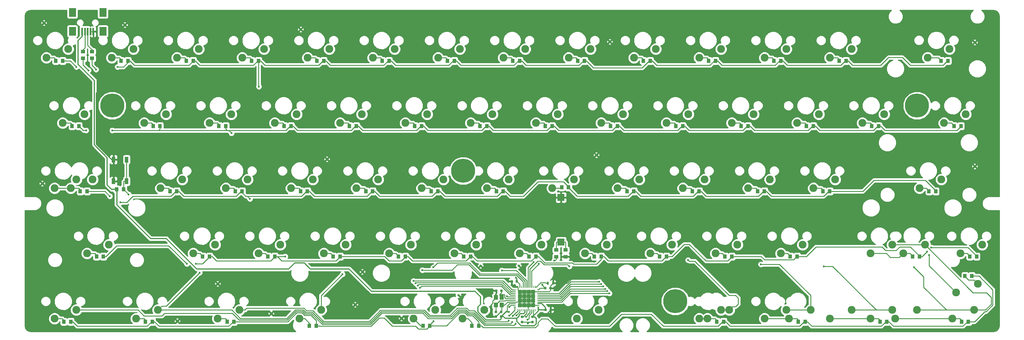
<source format=gbl>
G04 #@! TF.FileFunction,Copper,L2,Bot,Signal*
%FSLAX46Y46*%
G04 Gerber Fmt 4.6, Leading zero omitted, Abs format (unit mm)*
G04 Created by KiCad (PCBNEW 4.0.5+dfsg1-4) date Wed May  9 21:18:07 2018*
%MOMM*%
%LPD*%
G01*
G04 APERTURE LIST*
%ADD10C,0.100000*%
%ADD11C,0.600000*%
%ADD12R,2.000000X2.000000*%
%ADD13R,1.000000X1.250000*%
%ADD14C,2.286000*%
%ADD15R,0.250000X0.700000*%
%ADD16R,0.700000X0.250000*%
%ADD17R,1.287500X1.287500*%
%ADD18R,0.500000X2.300000*%
%ADD19R,2.000000X2.500000*%
%ADD20R,1.000000X1.700000*%
%ADD21C,7.000000*%
%ADD22R,1.250000X1.000000*%
%ADD23R,1.200000X1.400000*%
%ADD24R,0.800000X0.750000*%
%ADD25R,0.750000X0.800000*%
%ADD26R,0.500000X0.900000*%
%ADD27C,0.250000*%
%ADD28C,0.300000*%
%ADD29C,0.254000*%
G04 APERTURE END LIST*
D10*
D11*
X34375000Y-94162500D03*
X34875000Y-47262500D03*
X58475000Y-47862500D03*
X109775000Y-49162500D03*
X117475000Y-87062500D03*
X196075000Y-85862500D03*
X199975000Y-52762500D03*
X306475000Y-52962500D03*
X306475000Y-89162500D03*
X127775000Y-119962500D03*
X155775000Y-126762500D03*
X162275000Y-118162500D03*
X173375000Y-118162500D03*
X139175000Y-133562500D03*
X125675000Y-129562500D03*
X101175000Y-132162500D03*
X73775000Y-134362500D03*
D12*
X185737500Y-111275000D03*
X185737500Y-98275000D03*
D13*
X114300000Y-135731250D03*
X112300000Y-135731250D03*
D14*
X109378750Y-133667500D03*
X115728750Y-131127500D03*
X157003750Y-133667500D03*
X163353750Y-131127500D03*
X85566250Y-133667500D03*
X91916250Y-131127500D03*
D15*
X178175000Y-131162500D03*
X177675000Y-131162500D03*
X177175000Y-131162500D03*
X176675000Y-131162500D03*
X176175000Y-131162500D03*
X175675000Y-131162500D03*
X175175000Y-131162500D03*
X174675000Y-131162500D03*
X174175000Y-131162500D03*
X173675000Y-131162500D03*
X173175000Y-131162500D03*
D16*
X172275000Y-130262500D03*
X172275000Y-129762500D03*
X172275000Y-129262500D03*
X172275000Y-128762500D03*
X172275000Y-128262500D03*
X172275000Y-127762500D03*
X172275000Y-127262500D03*
X172275000Y-126762500D03*
X172275000Y-126262500D03*
X172275000Y-125762500D03*
X172275000Y-125262500D03*
D15*
X173175000Y-124362500D03*
X173675000Y-124362500D03*
X174175000Y-124362500D03*
X174675000Y-124362500D03*
X175175000Y-124362500D03*
X175675000Y-124362500D03*
X176175000Y-124362500D03*
X176675000Y-124362500D03*
X177175000Y-124362500D03*
X177675000Y-124362500D03*
X178175000Y-124362500D03*
D16*
X179075000Y-125262500D03*
X179075000Y-125762500D03*
X179075000Y-126262500D03*
X179075000Y-126762500D03*
X179075000Y-127262500D03*
X179075000Y-127762500D03*
X179075000Y-128262500D03*
X179075000Y-128762500D03*
X179075000Y-129262500D03*
X179075000Y-129762500D03*
X179075000Y-130262500D03*
D17*
X173743750Y-125831250D03*
X175031250Y-125831250D03*
X176318750Y-125831250D03*
X177606250Y-125831250D03*
X173743750Y-127118750D03*
X175031250Y-127118750D03*
X176318750Y-127118750D03*
X177606250Y-127118750D03*
X173743750Y-128406250D03*
X175031250Y-128406250D03*
X176318750Y-128406250D03*
X177606250Y-128406250D03*
X173743750Y-129693750D03*
X175031250Y-129693750D03*
X176318750Y-129693750D03*
X177606250Y-129693750D03*
D13*
X121253125Y-115490625D03*
X119253125Y-115490625D03*
X216503125Y-115490625D03*
X214503125Y-115490625D03*
D14*
X211772500Y-114617500D03*
X218122500Y-112077500D03*
X116522500Y-114617500D03*
X122872500Y-112077500D03*
X106997500Y-95567500D03*
X113347500Y-93027500D03*
D13*
X83153125Y-115490625D03*
X81153125Y-115490625D03*
D14*
X290353750Y-95567500D03*
X296703750Y-93027500D03*
X142716250Y-133667500D03*
X149066250Y-131127500D03*
X97472500Y-114617500D03*
X103822500Y-112077500D03*
D13*
X102203125Y-115490625D03*
X100203125Y-115490625D03*
D14*
X40322500Y-76517500D03*
X46672500Y-73977500D03*
X54610000Y-57467500D03*
X60960000Y-54927500D03*
X168910000Y-57467500D03*
X175260000Y-54927500D03*
X73660000Y-57467500D03*
X80010000Y-54927500D03*
X35560000Y-57467500D03*
X41910000Y-54927500D03*
X226060000Y-57467500D03*
X232410000Y-54927500D03*
X245110000Y-57467500D03*
X251460000Y-54927500D03*
X264160000Y-57467500D03*
X270510000Y-54927500D03*
X235585000Y-76517500D03*
X241935000Y-73977500D03*
X254635000Y-76517500D03*
X260985000Y-73977500D03*
X273685000Y-76517500D03*
X280035000Y-73977500D03*
X297497500Y-76517500D03*
X303847500Y-73977500D03*
X240347500Y-95567500D03*
X246697500Y-93027500D03*
X259397500Y-95567500D03*
X265747500Y-93027500D03*
X92710000Y-57467500D03*
X99060000Y-54927500D03*
X249872500Y-114617500D03*
X256222500Y-112077500D03*
X111760000Y-57467500D03*
X118110000Y-54927500D03*
X130810000Y-57467500D03*
X137160000Y-54927500D03*
X149860000Y-57467500D03*
X156210000Y-54927500D03*
X187960000Y-57467500D03*
X194310000Y-54927500D03*
X207010000Y-57467500D03*
X213360000Y-54927500D03*
X64135000Y-76517500D03*
X70485000Y-73977500D03*
X83185000Y-76517500D03*
X89535000Y-73977500D03*
X102235000Y-76517500D03*
X108585000Y-73977500D03*
X121285000Y-76517500D03*
X127635000Y-73977500D03*
X140335000Y-76517500D03*
X146685000Y-73977500D03*
X159385000Y-76517500D03*
X165735000Y-73977500D03*
X178435000Y-76517500D03*
X184785000Y-73977500D03*
X197485000Y-76517500D03*
X203835000Y-73977500D03*
X216535000Y-76517500D03*
X222885000Y-73977500D03*
X42703750Y-95567500D03*
X49053750Y-93027500D03*
X68897500Y-95567500D03*
X75247500Y-93027500D03*
X87947500Y-95567500D03*
X94297500Y-93027500D03*
X126047500Y-95567500D03*
X132397500Y-93027500D03*
X145097500Y-95567500D03*
X151447500Y-93027500D03*
X164147500Y-95567500D03*
X170497500Y-93027500D03*
X183197500Y-95567500D03*
X189547500Y-93027500D03*
X202247500Y-95567500D03*
X208597500Y-93027500D03*
X221297500Y-95567500D03*
X227647500Y-93027500D03*
X135572500Y-114617500D03*
X141922500Y-112077500D03*
X154622500Y-114617500D03*
X160972500Y-112077500D03*
X173672500Y-114617500D03*
X180022500Y-112077500D03*
X192722500Y-114617500D03*
X199072500Y-112077500D03*
X230822500Y-114617500D03*
X237172500Y-112077500D03*
X37941250Y-133667500D03*
X44291250Y-131127500D03*
X61753750Y-133667500D03*
X68103750Y-131127500D03*
D18*
X46025000Y-49800000D03*
X46825000Y-49800000D03*
X47625000Y-49800000D03*
X48425000Y-49800000D03*
X49225000Y-49800000D03*
D19*
X43175000Y-49700000D03*
X43175000Y-44200000D03*
X52075000Y-49700000D03*
X52075000Y-44200000D03*
D20*
X55175000Y-87212500D03*
X55175000Y-93512500D03*
X58975000Y-87212500D03*
X58975000Y-93512500D03*
D21*
X54768750Y-71437500D03*
X157162500Y-90487500D03*
X289622500Y-71437500D03*
X219075000Y-128587500D03*
D14*
X276066250Y-133667500D03*
X282416250Y-131127500D03*
X299878750Y-133667500D03*
X306228750Y-131127500D03*
X47466250Y-114617500D03*
X53816250Y-112077500D03*
X228441250Y-133667500D03*
X234791250Y-131127500D03*
X252253750Y-133667500D03*
X258603750Y-131127500D03*
D22*
X187075000Y-113562500D03*
X187075000Y-115562500D03*
D23*
X166725000Y-129662500D03*
X166725000Y-127462500D03*
X168425000Y-127462500D03*
X168425000Y-129662500D03*
D22*
X48869600Y-55631840D03*
X48869600Y-57631840D03*
X46296580Y-57631840D03*
X46296580Y-55631840D03*
D13*
X56075000Y-95862500D03*
X58075000Y-95862500D03*
D22*
X184375000Y-115562500D03*
X184375000Y-113562500D03*
D13*
X40290625Y-58340625D03*
X38290625Y-58340625D03*
X230790625Y-58340625D03*
X228790625Y-58340625D03*
X249840625Y-58340625D03*
X247840625Y-58340625D03*
X268890625Y-58340625D03*
X266890625Y-58340625D03*
X298656250Y-58340625D03*
X296656250Y-58340625D03*
X59340625Y-58340625D03*
X57340625Y-58340625D03*
X240315625Y-77390625D03*
X238315625Y-77390625D03*
X259365625Y-77390625D03*
X257365625Y-77390625D03*
X278415625Y-77390625D03*
X276415625Y-77390625D03*
X302418750Y-77390625D03*
X300418750Y-77390625D03*
X78390625Y-58340625D03*
X76390625Y-58340625D03*
X245078125Y-96440625D03*
X243078125Y-96440625D03*
X264128125Y-96440625D03*
X262128125Y-96440625D03*
X97440625Y-58340625D03*
X95440625Y-58340625D03*
X254603125Y-115490625D03*
X252603125Y-115490625D03*
X290321875Y-115490625D03*
X288321875Y-115490625D03*
X116490625Y-58340625D03*
X114490625Y-58340625D03*
X280796875Y-134540625D03*
X278796875Y-134540625D03*
X304609375Y-134540625D03*
X302609375Y-134540625D03*
X135540625Y-58340625D03*
X133540625Y-58340625D03*
X154590625Y-58340625D03*
X152590625Y-58340625D03*
X173640625Y-58340625D03*
X171640625Y-58340625D03*
X192575000Y-58340625D03*
X190575000Y-58340625D03*
X211740625Y-58340625D03*
X209740625Y-58340625D03*
X45053125Y-77390625D03*
X43053125Y-77390625D03*
X68725000Y-77390625D03*
X66725000Y-77390625D03*
X87915625Y-77390625D03*
X85915625Y-77390625D03*
X106965625Y-77390625D03*
X104965625Y-77390625D03*
X126015625Y-77390625D03*
X124015625Y-77390625D03*
X145065625Y-77390625D03*
X143065625Y-77390625D03*
X164115625Y-77390625D03*
X162115625Y-77390625D03*
X183165625Y-77390625D03*
X181165625Y-77390625D03*
X202215625Y-77390625D03*
X200215625Y-77390625D03*
X221265625Y-77390625D03*
X219265625Y-77390625D03*
X47434375Y-96440625D03*
X45434375Y-96440625D03*
X73628125Y-96440625D03*
X71628125Y-96440625D03*
X92678125Y-96440625D03*
X90678125Y-96440625D03*
X111728125Y-96440625D03*
X109728125Y-96440625D03*
X130778125Y-96440625D03*
X128778125Y-96440625D03*
X149828125Y-96440625D03*
X147828125Y-96440625D03*
X168878125Y-96440625D03*
X166878125Y-96440625D03*
X187928125Y-95250000D03*
X185928125Y-95250000D03*
X206978125Y-96440625D03*
X204978125Y-96440625D03*
X226028125Y-96440625D03*
X224028125Y-96440625D03*
X52196875Y-115490625D03*
X50196875Y-115490625D03*
X140303125Y-115490625D03*
X138303125Y-115490625D03*
X159353125Y-115490625D03*
X157353125Y-115490625D03*
X178403125Y-115490625D03*
X176403125Y-115490625D03*
X197453125Y-115490625D03*
X195453125Y-115490625D03*
X235553125Y-115490625D03*
X233553125Y-115490625D03*
X42671875Y-134540625D03*
X40671875Y-134540625D03*
X66484375Y-134540625D03*
X64484375Y-134540625D03*
X90296875Y-134540625D03*
X88296875Y-134540625D03*
X161734375Y-135731250D03*
X159734375Y-135731250D03*
X233171875Y-134540625D03*
X231171875Y-134540625D03*
X256984375Y-134540625D03*
X254984375Y-134540625D03*
D14*
X37941250Y-95567500D03*
X44291250Y-93027500D03*
D13*
X295084375Y-96440625D03*
X293084375Y-96440625D03*
X147446875Y-135731250D03*
X145446875Y-135731250D03*
D14*
X190341250Y-133667500D03*
X196691250Y-131127500D03*
X292718572Y-57404362D03*
X299068572Y-54864362D03*
X285591250Y-114617500D03*
X291941250Y-112077500D03*
X78422500Y-114617500D03*
X84772500Y-112077500D03*
D24*
X166825000Y-125462500D03*
X168325000Y-125462500D03*
X166725000Y-131662500D03*
X168225000Y-131662500D03*
X181225000Y-131062500D03*
X182725000Y-131062500D03*
X181125000Y-124762500D03*
X182625000Y-124762500D03*
X172875000Y-122762500D03*
X171375000Y-122762500D03*
X168225000Y-133062500D03*
X166725000Y-133062500D03*
D25*
X177375000Y-133112500D03*
X177375000Y-134612500D03*
X174375000Y-133112500D03*
X174375000Y-134612500D03*
D26*
X181925000Y-123262500D03*
X183425000Y-123262500D03*
D11*
X85575000Y-123462500D03*
D13*
X305575000Y-121162500D03*
X303575000Y-121162500D03*
D14*
X264160000Y-133667500D03*
X270510000Y-131127500D03*
X283210000Y-133667500D03*
X289560000Y-131127500D03*
X307340000Y-123507500D03*
X300990000Y-126047500D03*
X226060000Y-133667500D03*
X232410000Y-131127500D03*
X245110000Y-133667500D03*
X251460000Y-131127500D03*
D13*
X306990625Y-115490625D03*
X304990625Y-115490625D03*
D14*
X276066250Y-114617500D03*
X282416250Y-112077500D03*
X302260000Y-114617500D03*
X308610000Y-112077500D03*
D11*
X179975000Y-132662500D03*
X176075000Y-135062500D03*
X195475000Y-117062500D03*
X190075000Y-120762500D03*
X170575000Y-131662500D03*
X180275000Y-123762500D03*
X172575000Y-121662500D03*
X142675000Y-122662500D03*
X44324996Y-60112500D03*
X56325000Y-60112500D03*
X97575000Y-65862500D03*
X143326359Y-123300125D03*
X47175000Y-78662500D03*
X54775000Y-78662500D03*
X89575000Y-79462500D03*
X143974986Y-123962500D03*
X57175000Y-99662500D03*
X94975000Y-98662464D03*
X54075000Y-97862500D03*
X293775000Y-112862500D03*
X292575000Y-114062500D03*
X144574994Y-124662500D03*
X79175002Y-117662500D03*
X76575000Y-117662500D03*
X105245000Y-115472500D03*
X169964385Y-127072194D03*
X148575000Y-134362500D03*
X172475000Y-135162500D03*
X172775000Y-132662500D03*
X262375000Y-118362500D03*
X198075000Y-124262500D03*
X198675000Y-124962500D03*
X288775000Y-118662500D03*
X293175000Y-115062500D03*
X199277751Y-125587510D03*
X199875000Y-126262500D03*
X171475000Y-134662500D03*
X171675000Y-132862500D03*
X80275000Y-120262500D03*
X170475000Y-134262500D03*
X170675000Y-132762500D03*
X145275000Y-119462500D03*
X121975000Y-120662500D03*
X148475000Y-118662500D03*
X168475000Y-119562500D03*
X177735777Y-117146874D03*
X188175000Y-118362500D03*
X196875000Y-122862500D03*
X222825004Y-116547490D03*
X244075000Y-117762500D03*
X197475000Y-123562500D03*
X175575000Y-133162500D03*
X50075000Y-60862500D03*
X175975000Y-133987490D03*
X47825000Y-61112500D03*
X170675000Y-130262500D03*
X59575000Y-97362500D03*
X183775000Y-116712482D03*
X179275000Y-117662500D03*
D27*
X173743750Y-129693750D02*
X175031250Y-129693750D01*
X175031250Y-125831250D02*
X175031250Y-127118750D01*
X179075000Y-129762500D02*
X177675000Y-129762500D01*
X177675000Y-129762500D02*
X177606250Y-129693750D01*
X182625000Y-124762500D02*
X182625000Y-125387500D01*
X182625000Y-125387500D02*
X182250000Y-125762500D01*
X182250000Y-125762500D02*
X179675000Y-125762500D01*
X179675000Y-125762500D02*
X179075000Y-125762500D01*
X182625000Y-124762500D02*
X182625000Y-124062500D01*
X182625000Y-124062500D02*
X183425000Y-123262500D01*
X180399264Y-132662500D02*
X179975000Y-132662500D01*
X181100000Y-132662500D02*
X180399264Y-132662500D01*
X182725000Y-131062500D02*
X182700000Y-131062500D01*
X182700000Y-131062500D02*
X181100000Y-132662500D01*
X177375000Y-134612500D02*
X176525000Y-134612500D01*
X176525000Y-134612500D02*
X176075000Y-135062500D01*
X174375000Y-134612500D02*
X175000000Y-134612500D01*
X175000000Y-134612500D02*
X177375000Y-134612500D01*
X179075000Y-125762500D02*
X177675000Y-125762500D01*
X177675000Y-125762500D02*
X177606250Y-125831250D01*
X189450000Y-117062500D02*
X195050736Y-117062500D01*
X195050736Y-117062500D02*
X195475000Y-117062500D01*
X187950000Y-115562500D02*
X189450000Y-117062500D01*
X187575000Y-123262500D02*
X189775001Y-121062499D01*
X183425000Y-123262500D02*
X187575000Y-123262500D01*
X189775001Y-121062499D02*
X190075000Y-120762500D01*
X187075000Y-115562500D02*
X187950000Y-115562500D01*
X187950000Y-115562500D02*
X188575000Y-114937500D01*
X188575000Y-114937500D02*
X188575000Y-102362500D01*
X188575000Y-102362500D02*
X185737500Y-99525000D01*
X185737500Y-99525000D02*
X185737500Y-98275000D01*
X168425000Y-129662500D02*
X169275000Y-129662500D01*
X169275000Y-129662500D02*
X170175000Y-128762500D01*
X170175000Y-128762500D02*
X171675000Y-128762500D01*
X171675000Y-128762500D02*
X172275000Y-128762500D01*
X166725000Y-133062500D02*
X166075000Y-133062500D01*
X166075000Y-133062500D02*
X165175000Y-132162500D01*
X165799651Y-129151933D02*
X165799651Y-128487849D01*
X165175000Y-132162500D02*
X165175000Y-129763401D01*
X165175000Y-129763401D02*
X165188183Y-129763401D01*
X165188183Y-129763401D02*
X165799651Y-129151933D01*
X165799651Y-128487849D02*
X166725000Y-127562500D01*
X166725000Y-127562500D02*
X166725000Y-127462500D01*
X171375000Y-122762500D02*
X171375000Y-123387500D01*
X171375000Y-123387500D02*
X172350000Y-124362500D01*
X172800000Y-124362500D02*
X173175000Y-124362500D01*
X172350000Y-124362500D02*
X172800000Y-124362500D01*
X166725000Y-127462500D02*
X166725000Y-125562500D01*
X166725000Y-125562500D02*
X166825000Y-125462500D01*
X168425000Y-129662500D02*
X168425000Y-131462500D01*
X168425000Y-131462500D02*
X168225000Y-131662500D01*
X168225000Y-131662500D02*
X168125000Y-131662500D01*
X168125000Y-131662500D02*
X166725000Y-133062500D01*
X173175000Y-124362500D02*
X173175000Y-125262500D01*
X173175000Y-125262500D02*
X173743750Y-125831250D01*
X172275000Y-128762500D02*
X173387500Y-128762500D01*
X173387500Y-128762500D02*
X173743750Y-128406250D01*
X176175000Y-131162500D02*
X176175000Y-129837500D01*
X176175000Y-129837500D02*
X176318750Y-129693750D01*
X49225000Y-49800000D02*
X49225000Y-51200000D01*
X49225000Y-51200000D02*
X49575000Y-51550000D01*
X49575000Y-51550000D02*
X49575000Y-53862500D01*
X49575000Y-53862500D02*
X51775000Y-56062500D01*
X51775000Y-56062500D02*
X51775000Y-66062500D01*
X50050010Y-67787490D02*
X50050010Y-82665746D01*
X51775000Y-66062500D02*
X50050010Y-67787490D01*
X50050010Y-82665746D02*
X54646764Y-87262500D01*
X54646764Y-87262500D02*
X55175000Y-87262500D01*
X55175000Y-87262500D02*
X55175000Y-87212500D01*
X48425000Y-49800000D02*
X49225000Y-49800000D01*
X55175000Y-93512500D02*
X55175000Y-92412500D01*
X55175000Y-92412500D02*
X55175000Y-87212500D01*
X167775000Y-126562500D02*
X167850000Y-126562500D01*
X167850000Y-126562500D02*
X168325000Y-126087500D01*
X168325000Y-126087500D02*
X168325000Y-125462500D01*
X172275000Y-127762500D02*
X169575000Y-127762500D01*
X169275000Y-127462500D02*
X169275000Y-126662500D01*
X169575000Y-127762500D02*
X169275000Y-127462500D01*
X169275000Y-126662500D02*
X169175000Y-126562500D01*
X169175000Y-126562500D02*
X167775000Y-126562500D01*
X167775000Y-126562500D02*
X168425000Y-127212500D01*
X168425000Y-127212500D02*
X168425000Y-127462500D01*
X166725000Y-129662500D02*
X166725000Y-131662500D01*
X166725000Y-129662500D02*
X166725000Y-129562500D01*
X166725000Y-129562500D02*
X167799999Y-128487501D01*
X167799999Y-128487501D02*
X169349999Y-128487501D01*
X169349999Y-128487501D02*
X169575000Y-128262500D01*
X169575000Y-128262500D02*
X172275000Y-128262500D01*
D28*
X170575000Y-131662500D02*
X169625000Y-131662500D01*
X169625000Y-131662500D02*
X168225000Y-133062500D01*
X172875000Y-133562500D02*
X172875000Y-134517502D01*
X172875000Y-134517502D02*
X174070012Y-135712514D01*
X174070012Y-135712514D02*
X177924986Y-135712514D01*
X177924986Y-135712514D02*
X178475000Y-135162500D01*
X178475000Y-135162500D02*
X178475000Y-133562500D01*
X178475000Y-133562500D02*
X178025000Y-133112500D01*
X178025000Y-133112500D02*
X177375000Y-133112500D01*
X180275000Y-123762500D02*
X180275000Y-123912500D01*
X180275000Y-123912500D02*
X181125000Y-124762500D01*
X172875000Y-121962500D02*
X172575000Y-121662500D01*
X172875000Y-122762500D02*
X172875000Y-121962500D01*
X180100000Y-129262500D02*
X179075000Y-129262500D01*
X181225000Y-131062500D02*
X181225000Y-130387500D01*
X181225000Y-130387500D02*
X180100000Y-129262500D01*
X180100000Y-129262500D02*
X180050000Y-129262500D01*
X179500000Y-131062500D02*
X181225000Y-131062500D01*
X179075000Y-130462500D02*
X179075000Y-130637500D01*
X179075000Y-130637500D02*
X179500000Y-131062500D01*
D27*
X179075000Y-130462500D02*
X179075000Y-130262500D01*
D28*
X177375000Y-133112500D02*
X177375000Y-133087500D01*
X177375000Y-133087500D02*
X179075000Y-131387500D01*
X179075000Y-131387500D02*
X179075000Y-130462500D01*
X168225000Y-133062500D02*
X168925000Y-133062500D01*
X168925000Y-133062500D02*
X169425000Y-133562500D01*
X175175000Y-131812500D02*
X175175000Y-131162500D01*
X169425000Y-133562500D02*
X172875000Y-133562500D01*
X172875000Y-133562500D02*
X173475000Y-132962500D01*
X173475000Y-132962500D02*
X173475000Y-132607498D01*
X173475000Y-132607498D02*
X173919998Y-132162500D01*
X173919998Y-132162500D02*
X174825000Y-132162500D01*
X174825000Y-132162500D02*
X175175000Y-131812500D01*
X168225000Y-133062500D02*
X168225000Y-133737500D01*
X163875000Y-134062500D02*
X161475000Y-131662500D01*
X167900000Y-134062500D02*
X163875000Y-134062500D01*
X168225000Y-133737500D02*
X167900000Y-134062500D01*
X56125000Y-95862500D02*
X54575000Y-95862500D01*
X130450000Y-125662500D02*
X123900000Y-119112500D01*
X160675000Y-125662500D02*
X130450000Y-125662500D01*
X162275000Y-127262500D02*
X160675000Y-125662500D01*
X162275000Y-129462500D02*
X162275000Y-127262500D01*
X161475000Y-130262500D02*
X162275000Y-129462500D01*
X161475000Y-131662500D02*
X161475000Y-130262500D01*
X123900000Y-119112500D02*
X112575000Y-119112500D01*
X112575000Y-119112500D02*
X110825000Y-117362500D01*
X110825000Y-117362500D02*
X108075000Y-117362500D01*
X108075000Y-117362500D02*
X106325000Y-119112500D01*
X106325000Y-119112500D02*
X79425000Y-119112500D01*
X79425000Y-119112500D02*
X70575000Y-110262500D01*
X46025000Y-51250000D02*
X46025000Y-49800000D01*
X70575000Y-110262500D02*
X65975000Y-110262500D01*
X44825000Y-52450000D02*
X46025000Y-51250000D01*
X65975000Y-110262500D02*
X56125000Y-100412500D01*
X56125000Y-100412500D02*
X56125000Y-95862500D01*
X54575000Y-95862500D02*
X53325000Y-94612500D01*
X49575000Y-64112500D02*
X44825000Y-59362500D01*
X53325000Y-94612500D02*
X53325000Y-86612500D01*
X53325000Y-86612500D02*
X49575000Y-82862500D01*
X49575000Y-82862500D02*
X49575000Y-64112500D01*
X44825000Y-59362500D02*
X44825000Y-52450000D01*
D27*
X172875000Y-122762500D02*
X173675000Y-123562500D01*
X173675000Y-123562500D02*
X173675000Y-124362500D01*
X177375000Y-133112500D02*
X177675000Y-132812500D01*
X177675000Y-132812500D02*
X177675000Y-131162500D01*
X170749996Y-129262500D02*
X171675000Y-129262500D01*
X170049998Y-131262502D02*
X170049998Y-129962498D01*
X171675000Y-129262500D02*
X172275000Y-129262500D01*
X168250000Y-133062500D02*
X170049998Y-131262502D01*
X170049998Y-129962498D02*
X170749996Y-129262500D01*
X168225000Y-133062500D02*
X168250000Y-133062500D01*
X179075000Y-129262500D02*
X180050000Y-129262500D01*
X181125000Y-124762500D02*
X179575000Y-124762500D01*
X179575000Y-124762500D02*
X179075000Y-125262500D01*
X174699998Y-133112500D02*
X175675000Y-132137498D01*
X175675000Y-132137498D02*
X175675000Y-131762500D01*
X175675000Y-131762500D02*
X175675000Y-131162500D01*
X174375000Y-133112500D02*
X174699998Y-133112500D01*
X172275000Y-125262500D02*
X171475000Y-125262500D01*
X171475000Y-125262500D02*
X168875000Y-122662500D01*
X168875000Y-122662500D02*
X143099264Y-122662500D01*
X143099264Y-122662500D02*
X142675000Y-122662500D01*
X97490625Y-58340625D02*
X98040625Y-58340625D01*
X172028752Y-59662500D02*
X173350627Y-58340625D01*
X133975000Y-59662500D02*
X135296875Y-58340625D01*
X195196875Y-60362500D02*
X209428752Y-60362500D01*
X98040625Y-58340625D02*
X99362500Y-59662500D01*
X212340625Y-58340625D02*
X213662500Y-59662500D01*
X287625000Y-59662500D02*
X297175000Y-59662500D01*
X175562500Y-59662500D02*
X190963127Y-59662500D01*
X99362500Y-59662500D02*
X114975000Y-59662500D01*
X297175000Y-59662500D02*
X298496875Y-58340625D01*
X152978752Y-59662500D02*
X154300627Y-58340625D01*
X298496875Y-58340625D02*
X298706250Y-58340625D01*
X114975000Y-59662500D02*
X116296875Y-58340625D01*
X116296875Y-58340625D02*
X117090625Y-58340625D01*
X117090625Y-58340625D02*
X118412500Y-59662500D01*
X250440625Y-58340625D02*
X251762500Y-59662500D01*
X118412500Y-59662500D02*
X133975000Y-59662500D01*
X267375000Y-59662500D02*
X268696875Y-58340625D01*
X231390625Y-58340625D02*
X232712500Y-59662500D01*
X136140625Y-58340625D02*
X137462500Y-59662500D01*
X135296875Y-58340625D02*
X136140625Y-58340625D01*
X269490625Y-58340625D02*
X270812500Y-59662500D01*
X232712500Y-59662500D02*
X248228752Y-59662500D01*
X137462500Y-59662500D02*
X152978752Y-59662500D01*
X154300627Y-58340625D02*
X155190625Y-58340625D01*
X190963127Y-59662500D02*
X192285002Y-58340625D01*
X249550627Y-58340625D02*
X250440625Y-58340625D01*
X229178752Y-59662500D02*
X230500627Y-58340625D01*
X155190625Y-58340625D02*
X156512500Y-59662500D01*
X156512500Y-59662500D02*
X172028752Y-59662500D01*
X173350627Y-58340625D02*
X174240625Y-58340625D01*
X174240625Y-58340625D02*
X175562500Y-59662500D01*
X213662500Y-59662500D02*
X229178752Y-59662500D01*
X192285002Y-58340625D02*
X193175000Y-58340625D01*
X248228752Y-59662500D02*
X249550627Y-58340625D01*
X193175000Y-58340625D02*
X195196875Y-60362500D01*
X209428752Y-60362500D02*
X211450627Y-58340625D01*
X211450627Y-58340625D02*
X212340625Y-58340625D01*
X230500627Y-58340625D02*
X231390625Y-58340625D01*
X251762500Y-59662500D02*
X267375000Y-59662500D01*
X268696875Y-58340625D02*
X269490625Y-58340625D01*
X270812500Y-59662500D02*
X279025000Y-59662500D01*
X279025000Y-59662500D02*
X281325000Y-57362500D01*
X281325000Y-57362500D02*
X285325000Y-57362500D01*
X285325000Y-57362500D02*
X287625000Y-59662500D01*
X56325000Y-60112500D02*
X58093750Y-60112500D01*
X58093750Y-60112500D02*
X59390625Y-58815625D01*
X59390625Y-58340625D02*
X59940625Y-58340625D01*
X59390625Y-58815625D02*
X59390625Y-58340625D01*
X59940625Y-58340625D02*
X61262500Y-59662500D01*
X95975000Y-59662500D02*
X97296875Y-58340625D01*
X61262500Y-59662500D02*
X77175000Y-59662500D01*
X77175000Y-59662500D02*
X78496875Y-58340625D01*
X78496875Y-58340625D02*
X78990625Y-58340625D01*
X78990625Y-58340625D02*
X80312500Y-59662500D01*
X80312500Y-59662500D02*
X95975000Y-59662500D01*
X97296875Y-58340625D02*
X97490625Y-58340625D01*
X44024997Y-59812501D02*
X44324996Y-60112500D01*
X42553121Y-58340625D02*
X44024997Y-59812501D01*
X40340625Y-58340625D02*
X42553121Y-58340625D01*
X97490625Y-65778125D02*
X97575000Y-65862500D01*
X97490625Y-58340625D02*
X97490625Y-65778125D01*
X35560000Y-57467500D02*
X37842500Y-57467500D01*
X37842500Y-57467500D02*
X38240625Y-57865625D01*
X38240625Y-57865625D02*
X38240625Y-58340625D01*
X226060000Y-57467500D02*
X228342500Y-57467500D01*
X228740625Y-57865625D02*
X228740625Y-58340625D01*
X228342500Y-57467500D02*
X228740625Y-57865625D01*
X245110000Y-57467500D02*
X247392500Y-57467500D01*
X247392500Y-57467500D02*
X247790625Y-57865625D01*
X247790625Y-57865625D02*
X247790625Y-58340625D01*
X264160000Y-57467500D02*
X266442500Y-57467500D01*
X266442500Y-57467500D02*
X266840625Y-57865625D01*
X266840625Y-57865625D02*
X266840625Y-58340625D01*
X292718572Y-57404362D02*
X295844987Y-57404362D01*
X295844987Y-57404362D02*
X296656250Y-58215625D01*
X296656250Y-58215625D02*
X296656250Y-58340625D01*
X296681250Y-58340625D02*
X296606250Y-58340625D01*
X54610000Y-57467500D02*
X56892500Y-57467500D01*
X57290625Y-57865625D02*
X57290625Y-58340625D01*
X56892500Y-57467500D02*
X57290625Y-57865625D01*
X172275000Y-125762500D02*
X171257823Y-125762500D01*
X171257823Y-125762500D02*
X168657801Y-123162478D01*
X168657801Y-123162478D02*
X143475022Y-123162478D01*
X143475022Y-123162478D02*
X143337375Y-123300125D01*
X143337375Y-123300125D02*
X143326359Y-123300125D01*
X88575000Y-78662500D02*
X105403752Y-78662500D01*
X301271875Y-78662500D02*
X302418750Y-77515625D01*
X182875627Y-77390625D02*
X183765625Y-77390625D01*
X105403752Y-78662500D02*
X106675627Y-77390625D01*
X108837500Y-78662500D02*
X124453752Y-78662500D01*
X106675627Y-77390625D02*
X107565625Y-77390625D01*
X242187500Y-78662500D02*
X257803752Y-78662500D01*
X107565625Y-77390625D02*
X108837500Y-78662500D01*
X221865625Y-77390625D02*
X223137500Y-78662500D01*
X124453752Y-78662500D02*
X125725627Y-77390625D01*
X125725627Y-77390625D02*
X126615625Y-77390625D01*
X261237500Y-78662500D02*
X276853752Y-78662500D01*
X126615625Y-77390625D02*
X127887500Y-78662500D01*
X240025627Y-77390625D02*
X240915625Y-77390625D01*
X276853752Y-78662500D02*
X278125627Y-77390625D01*
X127887500Y-78662500D02*
X143575000Y-78662500D01*
X162553752Y-78662500D02*
X163825627Y-77390625D01*
X143575000Y-78662500D02*
X144846875Y-77390625D01*
X200653752Y-78662500D02*
X201925627Y-77390625D01*
X145665625Y-77390625D02*
X146937500Y-78662500D01*
X144846875Y-77390625D02*
X145665625Y-77390625D01*
X279015625Y-77390625D02*
X280287500Y-78662500D01*
X302418750Y-77515625D02*
X302418750Y-77390625D01*
X240915625Y-77390625D02*
X242187500Y-78662500D01*
X146937500Y-78662500D02*
X162553752Y-78662500D01*
X185037500Y-78662500D02*
X200653752Y-78662500D01*
X163825627Y-77390625D02*
X164715625Y-77390625D01*
X238753752Y-78662500D02*
X240025627Y-77390625D01*
X164715625Y-77390625D02*
X165987500Y-78662500D01*
X201925627Y-77390625D02*
X202815625Y-77390625D01*
X165987500Y-78662500D02*
X181603752Y-78662500D01*
X181603752Y-78662500D02*
X182875627Y-77390625D01*
X183765625Y-77390625D02*
X185037500Y-78662500D01*
X259075627Y-77390625D02*
X259965625Y-77390625D01*
X202815625Y-77390625D02*
X204087500Y-78662500D01*
X204087500Y-78662500D02*
X219703752Y-78662500D01*
X219703752Y-78662500D02*
X220975627Y-77390625D01*
X220975627Y-77390625D02*
X221865625Y-77390625D01*
X223137500Y-78662500D02*
X238753752Y-78662500D01*
X257803752Y-78662500D02*
X259075627Y-77390625D01*
X278125627Y-77390625D02*
X279015625Y-77390625D01*
X259965625Y-77390625D02*
X261237500Y-78662500D01*
X280287500Y-78662500D02*
X301271875Y-78662500D01*
X46750736Y-78662500D02*
X47175000Y-78662500D01*
X46375000Y-78662500D02*
X46750736Y-78662500D01*
X45103125Y-77390625D02*
X46375000Y-78662500D01*
X56375000Y-78662500D02*
X55199264Y-78662500D01*
X55199264Y-78662500D02*
X54775000Y-78662500D01*
X67975000Y-78662500D02*
X54775000Y-78662500D01*
X88312500Y-78662500D02*
X67975000Y-78662500D01*
X68725000Y-77390625D02*
X68725000Y-78265625D01*
X68725000Y-78265625D02*
X68328125Y-78662500D01*
X68328125Y-78662500D02*
X67975000Y-78662500D01*
X88312500Y-78662500D02*
X88575000Y-78662500D01*
X89575000Y-79462500D02*
X88775000Y-78662500D01*
X88775000Y-78662500D02*
X88575000Y-78662500D01*
X87915625Y-77390625D02*
X87915625Y-78265625D01*
X87915625Y-78265625D02*
X88312500Y-78662500D01*
X87915625Y-77515625D02*
X87915625Y-77390625D01*
X235585000Y-76517500D02*
X237867500Y-76517500D01*
X237867500Y-76517500D02*
X238265625Y-76915625D01*
X238265625Y-76915625D02*
X238265625Y-77390625D01*
X254635000Y-76517500D02*
X256917500Y-76517500D01*
X256917500Y-76517500D02*
X257315625Y-76915625D01*
X257315625Y-76915625D02*
X257315625Y-77390625D01*
X273685000Y-76517500D02*
X275967500Y-76517500D01*
X275967500Y-76517500D02*
X276365625Y-76915625D01*
X276365625Y-76915625D02*
X276365625Y-77390625D01*
X297497500Y-76517500D02*
X299545625Y-76517500D01*
X299545625Y-76517500D02*
X299547500Y-76515625D01*
X299547500Y-76515625D02*
X299668750Y-76515625D01*
X299668750Y-76515625D02*
X300418750Y-77265625D01*
X300418750Y-77265625D02*
X300418750Y-77390625D01*
X296752500Y-77262500D02*
X297497500Y-76517500D01*
X73660000Y-57467500D02*
X75942500Y-57467500D01*
X75942500Y-57467500D02*
X76340625Y-57865625D01*
X76340625Y-57865625D02*
X76340625Y-58340625D01*
X129175000Y-97862500D02*
X130596875Y-96440625D01*
X93675000Y-97862500D02*
X110016252Y-97862500D01*
X110016252Y-97862500D02*
X111438127Y-96440625D01*
X148116252Y-97862500D02*
X149538127Y-96440625D01*
X186465625Y-93662500D02*
X187928125Y-95125000D01*
X168588127Y-96440625D02*
X169478125Y-96440625D01*
X111438127Y-96440625D02*
X112328125Y-96440625D01*
X113750000Y-97862500D02*
X129175000Y-97862500D01*
X112328125Y-96440625D02*
X113750000Y-97862500D01*
X130596875Y-96440625D02*
X131378125Y-96440625D01*
X187928125Y-95125000D02*
X187928125Y-95250000D01*
X131378125Y-96440625D02*
X132800000Y-97862500D01*
X132800000Y-97862500D02*
X148116252Y-97862500D01*
X149538127Y-96440625D02*
X150428125Y-96440625D01*
X150428125Y-96440625D02*
X151850000Y-97862500D01*
X174790625Y-97862500D02*
X178990625Y-93662500D01*
X151850000Y-97862500D02*
X167166252Y-97862500D01*
X167166252Y-97862500D02*
X168588127Y-96440625D01*
X169478125Y-96440625D02*
X170900000Y-97862500D01*
X170900000Y-97862500D02*
X174790625Y-97862500D01*
X178990625Y-93662500D02*
X186465625Y-93662500D01*
X187928125Y-95250000D02*
X187928125Y-95375000D01*
X190415625Y-97862500D02*
X205375000Y-97862500D01*
X247100000Y-97862500D02*
X262416252Y-97862500D01*
X187928125Y-95375000D02*
X190415625Y-97862500D01*
X206796875Y-96440625D02*
X207578125Y-96440625D01*
X205375000Y-97862500D02*
X206796875Y-96440625D01*
X244788127Y-96440625D02*
X245678125Y-96440625D01*
X207578125Y-96440625D02*
X209000000Y-97862500D01*
X209000000Y-97862500D02*
X224316252Y-97862500D01*
X224316252Y-97862500D02*
X225738127Y-96440625D01*
X225738127Y-96440625D02*
X226628125Y-96440625D01*
X226628125Y-96440625D02*
X228050000Y-97862500D01*
X228050000Y-97862500D02*
X243366252Y-97862500D01*
X243366252Y-97862500D02*
X244788127Y-96440625D01*
X245678125Y-96440625D02*
X247100000Y-97862500D01*
X262416252Y-97862500D02*
X263838127Y-96440625D01*
X168461400Y-123612489D02*
X144324997Y-123612489D01*
X144274985Y-123662501D02*
X143974986Y-123962500D01*
X144324997Y-123612489D02*
X144274985Y-123662501D01*
X172275000Y-126262500D02*
X171111411Y-126262500D01*
X171111411Y-126262500D02*
X168461400Y-123612489D01*
X264128125Y-96440625D02*
X273843750Y-96440625D01*
X273843750Y-96440625D02*
X277021875Y-93262500D01*
X277021875Y-93262500D02*
X292031250Y-93262500D01*
X292031250Y-93262500D02*
X295084375Y-96315625D01*
X295084375Y-96315625D02*
X295084375Y-96440625D01*
X59025000Y-99662500D02*
X57175000Y-99662500D01*
X60825000Y-97862500D02*
X59025000Y-99662500D01*
X71916252Y-97862500D02*
X60825000Y-97862500D01*
X73338127Y-96440625D02*
X71916252Y-97862500D01*
X91766252Y-97062500D02*
X90966252Y-97862500D01*
X91775000Y-97062500D02*
X91766252Y-97062500D01*
X92396875Y-96440625D02*
X91775000Y-97062500D01*
X92728125Y-96440625D02*
X92396875Y-96440625D01*
X92728125Y-96915625D02*
X92728125Y-96440625D01*
X93675000Y-97862500D02*
X92728125Y-96915625D01*
X90966252Y-97862500D02*
X75650000Y-97862500D01*
X75650000Y-97862500D02*
X74228125Y-96440625D01*
X74228125Y-96440625D02*
X73338127Y-96440625D01*
X94675001Y-98362465D02*
X94975000Y-98662464D01*
X94175036Y-97862500D02*
X94675001Y-98362465D01*
X93675000Y-97862500D02*
X94175036Y-97862500D01*
X47484375Y-96440625D02*
X52653125Y-96440625D01*
X52653125Y-96440625D02*
X54075000Y-97862500D01*
X240347500Y-95567500D02*
X242630000Y-95567500D01*
X243028125Y-95965625D02*
X243028125Y-96440625D01*
X242630000Y-95567500D02*
X243028125Y-95965625D01*
X259397500Y-95567500D02*
X261680000Y-95567500D01*
X261680000Y-95567500D02*
X262078125Y-95965625D01*
X262078125Y-95965625D02*
X262078125Y-96440625D01*
X92710000Y-57467500D02*
X94992500Y-57467500D01*
X94992500Y-57467500D02*
X95390625Y-57865625D01*
X95390625Y-57865625D02*
X95390625Y-58340625D01*
X293775000Y-112862500D02*
X304487500Y-112862500D01*
X304487500Y-112862500D02*
X306990625Y-115365625D01*
X306990625Y-115365625D02*
X306990625Y-115490625D01*
X290321875Y-115490625D02*
X291146875Y-115490625D01*
X291146875Y-115490625D02*
X292575000Y-114062500D01*
X235553125Y-115490625D02*
X244153139Y-115490625D01*
X245110002Y-116447488D02*
X253580637Y-116447488D01*
X244153139Y-115490625D02*
X245110002Y-116447488D01*
X253580637Y-116447488D02*
X254412500Y-115615625D01*
X287648750Y-112692500D02*
X290321875Y-115365625D01*
X254412500Y-115615625D02*
X254412500Y-115490625D01*
X254412500Y-115490625D02*
X257366875Y-115490625D01*
X257366875Y-115490625D02*
X260165000Y-112692500D01*
X279575000Y-112862500D02*
X279575000Y-112887500D01*
X260165000Y-112692500D02*
X279405000Y-112692500D01*
X290321875Y-115365625D02*
X290321875Y-115490625D01*
X279405000Y-112692500D02*
X279575000Y-112862500D01*
X279575000Y-112887500D02*
X280450000Y-113762500D01*
X283489375Y-113762500D02*
X284559375Y-112692500D01*
X280450000Y-113762500D02*
X283489375Y-113762500D01*
X284559375Y-112692500D02*
X287648750Y-112692500D01*
X189088581Y-117337492D02*
X189438591Y-117687502D01*
X179153125Y-115490625D02*
X180999992Y-117337492D01*
X178403125Y-115490625D02*
X179153125Y-115490625D01*
X180999992Y-117337492D02*
X189088581Y-117337492D01*
X189438591Y-117687502D02*
X196131248Y-117687502D01*
X196131248Y-117687502D02*
X197453125Y-116365625D01*
X197453125Y-116365625D02*
X197453125Y-115490625D01*
X161214375Y-116792500D02*
X177101250Y-116792500D01*
X142335000Y-116772500D02*
X158005625Y-116772500D01*
X159162500Y-115490625D02*
X159912500Y-115490625D01*
X159162500Y-115615625D02*
X159162500Y-115490625D01*
X141053125Y-115490625D02*
X142335000Y-116772500D01*
X177101250Y-116792500D02*
X178403125Y-115490625D01*
X140303125Y-115490625D02*
X141053125Y-115490625D01*
X158005625Y-116772500D02*
X159162500Y-115615625D01*
X159912500Y-115490625D02*
X161214375Y-116792500D01*
X172275000Y-126762500D02*
X170975000Y-126762500D01*
X145075000Y-124162500D02*
X144575000Y-124662500D01*
X170975000Y-126762500D02*
X168375000Y-124162500D01*
X168375000Y-124162500D02*
X145075000Y-124162500D01*
X144575000Y-124662500D02*
X144574994Y-124662500D01*
X79599266Y-117662500D02*
X79175002Y-117662500D01*
X81106250Y-117662500D02*
X79599266Y-117662500D01*
X83153125Y-115490625D02*
X83153125Y-115615625D01*
X83153125Y-115615625D02*
X81106250Y-117662500D01*
X76275001Y-117362501D02*
X76575000Y-117662500D01*
X71265000Y-112352500D02*
X76275001Y-117362501D01*
X56085000Y-112352500D02*
X71265000Y-112352500D01*
X52946875Y-115490625D02*
X56085000Y-112352500D01*
X52196875Y-115490625D02*
X52946875Y-115490625D01*
X216312500Y-115490625D02*
X218096875Y-115490625D01*
X218096875Y-115490625D02*
X221675000Y-111912500D01*
X234356250Y-116812500D02*
X235553125Y-115615625D01*
X221675000Y-111912500D02*
X223155000Y-111912500D01*
X223155000Y-111912500D02*
X228055000Y-116812500D01*
X228055000Y-116812500D02*
X234356250Y-116812500D01*
X235553125Y-115615625D02*
X235553125Y-115490625D01*
X102203125Y-115490625D02*
X105226875Y-115490625D01*
X105226875Y-115490625D02*
X105245000Y-115472500D01*
X199505000Y-116792500D02*
X215135625Y-116792500D01*
X215135625Y-116792500D02*
X216312500Y-115615625D01*
X216312500Y-115615625D02*
X216312500Y-115490625D01*
X197453125Y-115490625D02*
X198203125Y-115490625D01*
X198203125Y-115490625D02*
X199505000Y-116792500D01*
X135554858Y-116772500D02*
X139146250Y-116772500D01*
X139146250Y-116772500D02*
X140303125Y-115615625D01*
X140303125Y-115615625D02*
X140303125Y-115490625D01*
X121253125Y-115490625D02*
X134272983Y-115490625D01*
X134272983Y-115490625D02*
X135554858Y-116772500D01*
X104215000Y-116752500D02*
X120116250Y-116752500D01*
X120116250Y-116752500D02*
X121253125Y-115615625D01*
X121253125Y-115615625D02*
X121253125Y-115490625D01*
X102203125Y-115490625D02*
X102953125Y-115490625D01*
X102953125Y-115490625D02*
X104215000Y-116752500D01*
X85185000Y-116772500D02*
X101046250Y-116772500D01*
X101046250Y-116772500D02*
X102203125Y-115615625D01*
X102203125Y-115615625D02*
X102203125Y-115490625D01*
X83153125Y-115490625D02*
X83903125Y-115490625D01*
X83903125Y-115490625D02*
X85185000Y-116772500D01*
X52246875Y-115490625D02*
X52796875Y-115490625D01*
X249872500Y-114617500D02*
X251730000Y-114617500D01*
X251730000Y-114617500D02*
X251731875Y-114615625D01*
X252603125Y-115365625D02*
X252603125Y-115490625D01*
X251731875Y-114615625D02*
X251853125Y-114615625D01*
X251853125Y-114615625D02*
X252603125Y-115365625D01*
X284448251Y-115760499D02*
X285591250Y-114617500D01*
X280668590Y-114617500D02*
X281811589Y-115760499D01*
X276066250Y-114617500D02*
X280668590Y-114617500D01*
X281811589Y-115760499D02*
X284448251Y-115760499D01*
X285591250Y-114617500D02*
X287448750Y-114617500D01*
X287448750Y-114617500D02*
X287450625Y-114615625D01*
X287450625Y-114615625D02*
X287571875Y-114615625D01*
X287571875Y-114615625D02*
X288321875Y-115365625D01*
X288321875Y-115365625D02*
X288321875Y-115490625D01*
X111760000Y-57467500D02*
X114042500Y-57467500D01*
X114042500Y-57467500D02*
X114440625Y-57865625D01*
X114440625Y-57865625D02*
X114440625Y-58340625D01*
X311725011Y-129648900D02*
X309796400Y-131577511D01*
X311725011Y-125212511D02*
X311725011Y-129648900D01*
X307675000Y-121162500D02*
X311725011Y-125212511D01*
X305359375Y-134540625D02*
X304609375Y-134540625D01*
X306396875Y-134540625D02*
X305359375Y-134540625D01*
X309359989Y-131577511D02*
X306396875Y-134540625D01*
X305575000Y-121162500D02*
X307675000Y-121162500D01*
X309796400Y-131577511D02*
X309359989Y-131577511D01*
X143275000Y-135862500D02*
X144093751Y-136681251D01*
X144093751Y-136681251D02*
X146621874Y-136681251D01*
X146621874Y-136681251D02*
X147446875Y-135856250D01*
X147446875Y-135856250D02*
X147446875Y-135731250D01*
X304659375Y-134540625D02*
X304319377Y-134540625D01*
X181830771Y-133723499D02*
X180055729Y-133723499D01*
X302997502Y-135862500D02*
X282718750Y-135862500D01*
X235093750Y-135862500D02*
X233771875Y-134540625D01*
X304319377Y-134540625D02*
X302997502Y-135862500D01*
X282718750Y-135862500D02*
X281396875Y-134540625D01*
X203393750Y-132362500D02*
X199893750Y-135862500D01*
X257584375Y-134540625D02*
X256694377Y-134540625D01*
X281396875Y-134540625D02*
X280506877Y-134540625D01*
X280506877Y-134540625D02*
X279185002Y-135862500D01*
X183969772Y-135862500D02*
X181830771Y-133723499D01*
X162484375Y-135731250D02*
X161734375Y-135731250D01*
X279185002Y-135862500D02*
X258906250Y-135862500D01*
X258906250Y-135862500D02*
X257584375Y-134540625D01*
X256694377Y-134540625D02*
X255372502Y-135862500D01*
X178975000Y-135562500D02*
X178275000Y-136262500D01*
X255372502Y-135862500D02*
X235093750Y-135862500D01*
X233771875Y-134540625D02*
X232881877Y-134540625D01*
X231560002Y-135862500D02*
X215575000Y-135862500D01*
X232881877Y-134540625D02*
X231560002Y-135862500D01*
X215575000Y-135862500D02*
X212075000Y-132362500D01*
X212075000Y-132362500D02*
X203393750Y-132362500D01*
X199893750Y-135862500D02*
X183969772Y-135862500D01*
X180055729Y-133723499D02*
X178975000Y-134804228D01*
X178975000Y-134804228D02*
X178975000Y-135562500D01*
X178275000Y-136262500D02*
X163015625Y-136262500D01*
X163015625Y-136262500D02*
X162484375Y-135731250D01*
X170154691Y-127262500D02*
X169964385Y-127072194D01*
X172275000Y-127262500D02*
X170154691Y-127262500D01*
X147446875Y-135731250D02*
X147446875Y-135490625D01*
X147446875Y-135490625D02*
X148575000Y-134362500D01*
X90346875Y-134540625D02*
X105996875Y-134540625D01*
X105996875Y-134540625D02*
X108575000Y-131962500D01*
X110925033Y-132712533D02*
X112825033Y-132712533D01*
X108575000Y-131962500D02*
X110175000Y-131962500D01*
X110175000Y-131962500D02*
X110925033Y-132712533D01*
X112825033Y-132712533D02*
X114300000Y-134187500D01*
X114300000Y-134187500D02*
X114300000Y-135731250D01*
X147446875Y-135731250D02*
X152306250Y-135731250D01*
X152306250Y-135731250D02*
X156075000Y-131962500D01*
X156075000Y-131962500D02*
X157675000Y-131962500D01*
X157675000Y-131962500D02*
X158525031Y-132812531D01*
X158525031Y-132812531D02*
X160006281Y-132812531D01*
X160006281Y-132812531D02*
X161734375Y-134540625D01*
X161734375Y-134540625D02*
X161734375Y-135731250D01*
X114300000Y-135731250D02*
X115050000Y-135731250D01*
X115050000Y-135731250D02*
X115181250Y-135862500D01*
X134138590Y-133462500D02*
X136538590Y-135862500D01*
X136538590Y-135862500D02*
X143275000Y-135862500D01*
X115181250Y-135862500D02*
X130291727Y-135862500D01*
X130291727Y-135862500D02*
X132691727Y-133462500D01*
X132691727Y-133462500D02*
X134138590Y-133462500D01*
X42721875Y-134540625D02*
X43271875Y-134540625D01*
X43271875Y-134540625D02*
X44593750Y-135862500D01*
X44593750Y-135862500D02*
X64975000Y-135862500D01*
X64975000Y-135862500D02*
X66296875Y-134540625D01*
X66296875Y-134540625D02*
X67084375Y-134540625D01*
X67084375Y-134540625D02*
X68406250Y-135862500D01*
X68406250Y-135862500D02*
X88775000Y-135862500D01*
X88775000Y-135862500D02*
X90096875Y-134540625D01*
X90096875Y-134540625D02*
X90346875Y-134540625D01*
X90346875Y-134540625D02*
X90421875Y-134540625D01*
X276066250Y-133667500D02*
X264160000Y-133667500D01*
X276066250Y-133667500D02*
X278348750Y-133667500D01*
X278348750Y-133667500D02*
X278746875Y-134065625D01*
X278746875Y-134065625D02*
X278746875Y-134540625D01*
X299878750Y-133667500D02*
X283210000Y-133667500D01*
X299878750Y-133667500D02*
X302161250Y-133667500D01*
X302161250Y-133667500D02*
X302559375Y-134065625D01*
X302559375Y-134065625D02*
X302559375Y-134540625D01*
X130810000Y-57467500D02*
X133092500Y-57467500D01*
X133092500Y-57467500D02*
X133490625Y-57865625D01*
X133490625Y-57865625D02*
X133490625Y-58340625D01*
X149860000Y-57467500D02*
X152142500Y-57467500D01*
X152142500Y-57467500D02*
X152540625Y-57865625D01*
X152540625Y-57865625D02*
X152540625Y-58340625D01*
X168910000Y-57467500D02*
X171192500Y-57467500D01*
X171192500Y-57467500D02*
X171590625Y-57865625D01*
X171590625Y-57865625D02*
X171590625Y-58340625D01*
X187960000Y-57467500D02*
X190126875Y-57467500D01*
X190126875Y-57467500D02*
X190525000Y-57865625D01*
X190525000Y-57865625D02*
X190525000Y-58340625D01*
X207010000Y-57467500D02*
X209292500Y-57467500D01*
X209292500Y-57467500D02*
X209690625Y-57865625D01*
X209690625Y-57865625D02*
X209690625Y-58340625D01*
X40322500Y-76517500D02*
X42605000Y-76517500D01*
X42605000Y-76517500D02*
X43003125Y-76915625D01*
X43003125Y-76915625D02*
X43003125Y-77390625D01*
X64135000Y-76517500D02*
X66276875Y-76517500D01*
X66276875Y-76517500D02*
X66675000Y-76915625D01*
X66675000Y-76915625D02*
X66675000Y-77390625D01*
X83185000Y-76517500D02*
X85467500Y-76517500D01*
X85467500Y-76517500D02*
X85865625Y-76915625D01*
X85865625Y-76915625D02*
X85865625Y-77390625D01*
X102235000Y-76517500D02*
X104517500Y-76517500D01*
X104517500Y-76517500D02*
X104915625Y-76915625D01*
X104915625Y-76915625D02*
X104915625Y-77390625D01*
X121285000Y-76517500D02*
X123567500Y-76517500D01*
X123567500Y-76517500D02*
X123965625Y-76915625D01*
X123965625Y-76915625D02*
X123965625Y-77390625D01*
X140335000Y-76517500D02*
X142617500Y-76517500D01*
X142617500Y-76517500D02*
X143015625Y-76915625D01*
X143015625Y-76915625D02*
X143015625Y-77390625D01*
X159385000Y-76517500D02*
X161667500Y-76517500D01*
X161667500Y-76517500D02*
X162065625Y-76915625D01*
X162065625Y-76915625D02*
X162065625Y-77390625D01*
X178435000Y-76517500D02*
X180717500Y-76517500D01*
X180717500Y-76517500D02*
X181115625Y-76915625D01*
X181115625Y-76915625D02*
X181115625Y-77390625D01*
X197485000Y-76517500D02*
X199767500Y-76517500D01*
X199767500Y-76517500D02*
X200165625Y-76915625D01*
X200165625Y-76915625D02*
X200165625Y-77390625D01*
X216535000Y-76517500D02*
X218817500Y-76517500D01*
X218817500Y-76517500D02*
X219215625Y-76915625D01*
X219215625Y-76915625D02*
X219215625Y-77390625D01*
X42703750Y-95567500D02*
X37941250Y-95567500D01*
X42703750Y-95567500D02*
X44986250Y-95567500D01*
X44986250Y-95567500D02*
X45384375Y-95965625D01*
X45384375Y-95965625D02*
X45384375Y-96440625D01*
X68897500Y-95567500D02*
X71180000Y-95567500D01*
X71578125Y-95965625D02*
X71578125Y-96440625D01*
X71180000Y-95567500D02*
X71578125Y-95965625D01*
X87947500Y-95567500D02*
X90230000Y-95567500D01*
X90230000Y-95567500D02*
X90628125Y-95965625D01*
X90628125Y-95965625D02*
X90628125Y-96440625D01*
X106997500Y-95567500D02*
X109280000Y-95567500D01*
X109280000Y-95567500D02*
X109678125Y-95965625D01*
X109678125Y-95965625D02*
X109678125Y-96440625D01*
X126047500Y-95567500D02*
X128330000Y-95567500D01*
X128330000Y-95567500D02*
X128728125Y-95965625D01*
X128728125Y-95965625D02*
X128728125Y-96440625D01*
X145097500Y-95567500D02*
X147380000Y-95567500D01*
X147380000Y-95567500D02*
X147778125Y-95965625D01*
X147778125Y-95965625D02*
X147778125Y-96440625D01*
X164147500Y-95567500D02*
X166430000Y-95567500D01*
X166430000Y-95567500D02*
X166828125Y-95965625D01*
X166828125Y-95965625D02*
X166828125Y-96440625D01*
X183197500Y-95567500D02*
X185610625Y-95567500D01*
X185610625Y-95567500D02*
X185928125Y-95250000D01*
X202247500Y-95567500D02*
X204530000Y-95567500D01*
X204928125Y-95965625D02*
X204928125Y-96440625D01*
X204530000Y-95567500D02*
X204928125Y-95965625D01*
X221297500Y-95567500D02*
X223580000Y-95567500D01*
X223580000Y-95567500D02*
X223978125Y-95965625D01*
X223978125Y-95965625D02*
X223978125Y-96440625D01*
X47466250Y-114617500D02*
X49748750Y-114617500D01*
X49748750Y-114617500D02*
X50146875Y-115015625D01*
X50146875Y-115015625D02*
X50146875Y-115490625D01*
X97472500Y-114617500D02*
X99330000Y-114617500D01*
X99330000Y-114617500D02*
X99331875Y-114615625D01*
X99331875Y-114615625D02*
X99453125Y-114615625D01*
X99453125Y-114615625D02*
X100203125Y-115365625D01*
X100203125Y-115365625D02*
X100203125Y-115490625D01*
X116522500Y-114617500D02*
X118380000Y-114617500D01*
X118380000Y-114617500D02*
X118381875Y-114615625D01*
X118381875Y-114615625D02*
X118503125Y-114615625D01*
X118503125Y-114615625D02*
X119253125Y-115365625D01*
X119253125Y-115365625D02*
X119253125Y-115490625D01*
X135572500Y-114617500D02*
X137430000Y-114617500D01*
X137430000Y-114617500D02*
X137431875Y-114615625D01*
X137431875Y-114615625D02*
X137553125Y-114615625D01*
X137553125Y-114615625D02*
X138303125Y-115365625D01*
X138303125Y-115365625D02*
X138303125Y-115490625D01*
X154622500Y-114617500D02*
X156480000Y-114617500D01*
X156480000Y-114617500D02*
X156481875Y-114615625D01*
X156481875Y-114615625D02*
X156603125Y-114615625D01*
X156603125Y-114615625D02*
X157353125Y-115365625D01*
X157353125Y-115365625D02*
X157353125Y-115490625D01*
X173672500Y-114617500D02*
X175530000Y-114617500D01*
X175530000Y-114617500D02*
X175531875Y-114615625D01*
X175531875Y-114615625D02*
X175653125Y-114615625D01*
X175653125Y-114615625D02*
X176403125Y-115365625D01*
X176403125Y-115365625D02*
X176403125Y-115490625D01*
X192722500Y-114617500D02*
X194580000Y-114617500D01*
X194580000Y-114617500D02*
X194581875Y-114615625D01*
X194581875Y-114615625D02*
X194703125Y-114615625D01*
X194703125Y-114615625D02*
X195453125Y-115365625D01*
X195453125Y-115365625D02*
X195453125Y-115490625D01*
X211772500Y-114617500D02*
X213630000Y-114617500D01*
X213630000Y-114617500D02*
X213631875Y-114615625D01*
X213631875Y-114615625D02*
X213753125Y-114615625D01*
X213753125Y-114615625D02*
X214503125Y-115365625D01*
X214503125Y-115365625D02*
X214503125Y-115490625D01*
X230822500Y-114617500D02*
X232680000Y-114617500D01*
X233553125Y-115365625D02*
X233553125Y-115490625D01*
X232680000Y-114617500D02*
X232681875Y-114615625D01*
X232681875Y-114615625D02*
X232803125Y-114615625D01*
X232803125Y-114615625D02*
X233553125Y-115365625D01*
X37941250Y-133667500D02*
X40223750Y-133667500D01*
X40223750Y-133667500D02*
X40621875Y-134065625D01*
X40621875Y-134065625D02*
X40621875Y-134540625D01*
X61753750Y-133667500D02*
X64036250Y-133667500D01*
X64036250Y-133667500D02*
X64434375Y-134065625D01*
X64434375Y-134065625D02*
X64434375Y-134540625D01*
X85566250Y-133667500D02*
X87848750Y-133667500D01*
X87848750Y-133667500D02*
X88246875Y-134065625D01*
X88246875Y-134065625D02*
X88246875Y-134540625D01*
X157003750Y-133667500D02*
X158620196Y-133667500D01*
X158620196Y-133667500D02*
X159734375Y-134781679D01*
X159734375Y-134781679D02*
X159734375Y-134856250D01*
X159734375Y-134856250D02*
X159734375Y-135731250D01*
X228441250Y-133667500D02*
X226060000Y-133667500D01*
X228441250Y-133667500D02*
X230723750Y-133667500D01*
X230723750Y-133667500D02*
X231121875Y-134065625D01*
X231121875Y-134065625D02*
X231121875Y-134540625D01*
X252253750Y-133667500D02*
X245110000Y-133667500D01*
X252253750Y-133667500D02*
X254536250Y-133667500D01*
X254536250Y-133667500D02*
X254934375Y-134065625D01*
X254934375Y-134065625D02*
X254934375Y-134540625D01*
X172775000Y-132635732D02*
X172775000Y-132662500D01*
X173675000Y-131735732D02*
X172775000Y-132635732D01*
X173675000Y-131162500D02*
X173675000Y-131735732D01*
X64075000Y-132862500D02*
X69325000Y-132862500D01*
X172175001Y-135462499D02*
X172475000Y-135162500D01*
X113011433Y-132262522D02*
X116111433Y-135362522D01*
X158711430Y-132362520D02*
X160202200Y-132362520D01*
X70075000Y-132112500D02*
X89825000Y-132112500D01*
X172074978Y-135562522D02*
X172175001Y-135462499D01*
X163402202Y-135562522D02*
X172074978Y-135562522D01*
X155888600Y-131512489D02*
X157861400Y-131512489D01*
X130155295Y-135362522D02*
X133455316Y-132062500D01*
X153810465Y-133590624D02*
X155888600Y-131512489D01*
X110361401Y-131512490D02*
X111111432Y-132262522D01*
X116111433Y-135362522D02*
X130155295Y-135362522D01*
X108388600Y-131512490D02*
X110361401Y-131512490D01*
X105838569Y-134062522D02*
X108388600Y-131512490D01*
X69325000Y-132862500D02*
X70075000Y-132112500D01*
X62340000Y-131127500D02*
X64075000Y-132862500D01*
X44291250Y-131127500D02*
X62340000Y-131127500D01*
X111111432Y-132262522D02*
X113011433Y-132262522D01*
X146966713Y-133590624D02*
X153810465Y-133590624D01*
X157861400Y-131512489D02*
X158711430Y-132362520D01*
X133455316Y-132062500D02*
X145438589Y-132062500D01*
X160202200Y-132362520D02*
X163402202Y-135562522D01*
X145438589Y-132062500D02*
X146966713Y-133590624D01*
X89825000Y-132112500D02*
X91775022Y-134062522D01*
X91775022Y-134062522D02*
X105838569Y-134062522D01*
X282416250Y-131127500D02*
X270510000Y-131127500D01*
X262799264Y-118362500D02*
X262375000Y-118362500D01*
X282416250Y-131127500D02*
X277740000Y-131127500D01*
X264975000Y-118362500D02*
X262799264Y-118362500D01*
X277740000Y-131127500D02*
X264975000Y-118362500D01*
X179075000Y-127262500D02*
X185511411Y-127262500D01*
X185511411Y-127262500D02*
X188511411Y-124262500D01*
X197650736Y-124262500D02*
X198075000Y-124262500D01*
X188511411Y-124262500D02*
X197650736Y-124262500D01*
X282416250Y-112077500D02*
X284032696Y-112077500D01*
X284032696Y-112077500D02*
X291941250Y-112077500D01*
X309875000Y-126062500D02*
X305926250Y-126062500D01*
X306228750Y-131127500D02*
X309610000Y-131127500D01*
X309610000Y-131127500D02*
X311275000Y-129462500D01*
X305926250Y-126062500D02*
X291941250Y-112077500D01*
X311275000Y-129462500D02*
X311275000Y-127462500D01*
X311275000Y-127462500D02*
X309875000Y-126062500D01*
X306228750Y-131127500D02*
X289560000Y-131127500D01*
X188447822Y-124962500D02*
X198250736Y-124962500D01*
X185647822Y-127762500D02*
X188447822Y-124962500D01*
X179075000Y-127762500D02*
X185647822Y-127762500D01*
X198250736Y-124962500D02*
X198675000Y-124962500D01*
X306228750Y-131127500D02*
X298215736Y-131127500D01*
X298215736Y-131127500D02*
X291575000Y-124486764D01*
X291575000Y-124486764D02*
X291575000Y-121462500D01*
X291575000Y-121462500D02*
X288775000Y-118662500D01*
X293175000Y-115062500D02*
X293175000Y-118232500D01*
X293175000Y-118232500D02*
X300990000Y-126047500D01*
X198853487Y-125587510D02*
X199277751Y-125587510D01*
X188459223Y-125587510D02*
X198853487Y-125587510D01*
X185784213Y-128262520D02*
X188459223Y-125587510D01*
X179675000Y-128262500D02*
X179675020Y-128262520D01*
X179075000Y-128262500D02*
X179675000Y-128262500D01*
X179675020Y-128262520D02*
X185784213Y-128262520D01*
X199450736Y-126262500D02*
X199875000Y-126262500D01*
X188420644Y-126262500D02*
X199450736Y-126262500D01*
X185920644Y-128762500D02*
X188420644Y-126262500D01*
X179075000Y-128762500D02*
X185920644Y-128762500D01*
X155702200Y-131062478D02*
X153624065Y-133140613D01*
X145624989Y-131612489D02*
X133268916Y-131612489D01*
X158897830Y-131912509D02*
X158047801Y-131062479D01*
X69720196Y-131127500D02*
X68103750Y-131127500D01*
X111297832Y-131812511D02*
X110547802Y-131062480D01*
X113197833Y-131812511D02*
X111297832Y-131812511D01*
X89663393Y-131127500D02*
X69720196Y-131127500D01*
X116297833Y-134912511D02*
X113197833Y-131812511D01*
X153624065Y-133140613D02*
X147153113Y-133140613D01*
X160388599Y-131912509D02*
X158897830Y-131912509D01*
X163588601Y-135112511D02*
X160388599Y-131912509D01*
X171024989Y-135112511D02*
X163588601Y-135112511D01*
X133268916Y-131612489D02*
X129968895Y-134912511D01*
X105652169Y-133612511D02*
X92148404Y-133612511D01*
X108202201Y-131062479D02*
X105652169Y-133612511D01*
X147153113Y-133140613D02*
X145624989Y-131612489D01*
X129968895Y-134912511D02*
X116297833Y-134912511D01*
X171475000Y-134662500D02*
X171024989Y-135112511D01*
X92148404Y-133612511D02*
X89663393Y-131127500D01*
X110547802Y-131062480D02*
X108202201Y-131062479D01*
X158047801Y-131062479D02*
X155702200Y-131062478D01*
X172775000Y-131762500D02*
X171974999Y-132562501D01*
X172800000Y-131762500D02*
X172775000Y-131762500D01*
X173175000Y-131387500D02*
X172800000Y-131762500D01*
X171974999Y-132562501D02*
X171675000Y-132862500D01*
X173175000Y-131162500D02*
X173175000Y-131387500D01*
X68103750Y-131127500D02*
X69246749Y-129984501D01*
X69246749Y-129984501D02*
X70552999Y-129984501D01*
X70552999Y-129984501D02*
X80275000Y-120262500D01*
X70310000Y-131127500D02*
X68103750Y-131127500D01*
X153437665Y-132690602D02*
X155515800Y-130612467D01*
X94047726Y-130612470D02*
X110734203Y-130612470D01*
X158984232Y-131362500D02*
X160475000Y-131362500D01*
X158234200Y-130612467D02*
X158984232Y-131362500D01*
X145874978Y-131162478D02*
X147403102Y-132690602D01*
X133082516Y-131162478D02*
X145874978Y-131162478D01*
X129782495Y-134462500D02*
X133082516Y-131162478D01*
X111484232Y-131362500D02*
X113384233Y-131362500D01*
X113384233Y-131362500D02*
X116484233Y-134462500D01*
X110734203Y-130612470D02*
X111484232Y-131362500D01*
X93532696Y-131127500D02*
X94047726Y-130612470D01*
X91916250Y-131127500D02*
X93532696Y-131127500D01*
X155515800Y-130612467D02*
X158234200Y-130612467D01*
X116484233Y-134462500D02*
X129782495Y-134462500D01*
X163674999Y-134562499D02*
X170175001Y-134562499D01*
X170175001Y-134562499D02*
X170475000Y-134262500D01*
X147403102Y-132690602D02*
X153437665Y-132690602D01*
X160475000Y-131362500D02*
X163674999Y-134562499D01*
X172275000Y-130262500D02*
X172275000Y-131162500D01*
X172275000Y-131162500D02*
X170675000Y-132762500D01*
X172875002Y-121037498D02*
X174675000Y-122837496D01*
X145275000Y-119462500D02*
X153911410Y-119462500D01*
X174675000Y-122837496D02*
X174675000Y-123762500D01*
X155511410Y-117862500D02*
X158838589Y-117862500D01*
X174675000Y-123762500D02*
X174675000Y-124362500D01*
X153911410Y-119462500D02*
X155511410Y-117862500D01*
X162013587Y-121037498D02*
X172875002Y-121037498D01*
X158838589Y-117862500D02*
X162013587Y-121037498D01*
X115728750Y-131127500D02*
X115728750Y-126908750D01*
X115728750Y-126908750D02*
X121975000Y-120662500D01*
X175175000Y-122701085D02*
X175175000Y-123762500D01*
X159024989Y-117412489D02*
X162199987Y-120587487D01*
X173061402Y-120587487D02*
X175175000Y-122701085D01*
X148475000Y-118662500D02*
X149725011Y-117412489D01*
X162199987Y-120587487D02*
X173061402Y-120587487D01*
X175175000Y-123762500D02*
X175175000Y-124362500D01*
X149725011Y-117412489D02*
X159024989Y-117412489D01*
X175675000Y-122564674D02*
X175675000Y-123762500D01*
X172672826Y-119562500D02*
X175675000Y-122564674D01*
X168475000Y-119562500D02*
X172672826Y-119562500D01*
X175675000Y-123762500D02*
X175675000Y-124362500D01*
X176175000Y-118707651D02*
X177435778Y-117446873D01*
X177435778Y-117446873D02*
X177735777Y-117146874D01*
X176175000Y-124362500D02*
X176175000Y-118707651D01*
X187875001Y-118062501D02*
X188175000Y-118362500D01*
X180800005Y-117862501D02*
X187675001Y-117862501D01*
X178938590Y-116862500D02*
X179800004Y-116862500D01*
X179800004Y-116862500D02*
X180800005Y-117862501D01*
X176675000Y-119126090D02*
X178938590Y-116862500D01*
X176675000Y-124362500D02*
X176675000Y-119126090D01*
X187675001Y-117862501D02*
X187875001Y-118062501D01*
X235756250Y-130162500D02*
X236675000Y-130162500D01*
X237475000Y-129362500D02*
X237475000Y-127662500D01*
X236675000Y-130162500D02*
X237475000Y-129362500D01*
X234791250Y-131127500D02*
X235756250Y-130162500D01*
X237475000Y-127662500D02*
X236691250Y-126878750D01*
X236691250Y-126878750D02*
X234791250Y-126878750D01*
X234791250Y-126878750D02*
X224759989Y-116847489D01*
X224759989Y-116847489D02*
X223125003Y-116847489D01*
X223125003Y-116847489D02*
X222825004Y-116547490D01*
X234791250Y-131127500D02*
X232410000Y-131127500D01*
X196450736Y-122862500D02*
X196875000Y-122862500D01*
X188611410Y-122862500D02*
X196450736Y-122862500D01*
X185211410Y-126262500D02*
X188611410Y-122862500D01*
X179075000Y-126262500D02*
X185211410Y-126262500D01*
X258603750Y-131127500D02*
X251460000Y-131127500D01*
X249475000Y-117762500D02*
X244499264Y-117762500D01*
X258603750Y-126891250D02*
X249475000Y-117762500D01*
X244499264Y-117762500D02*
X244075000Y-117762500D01*
X258603750Y-131127500D02*
X258603750Y-126891250D01*
X185375000Y-126762500D02*
X185375001Y-126762500D01*
X185375001Y-126762500D02*
X188575001Y-123562500D01*
X188575001Y-123562500D02*
X197475000Y-123562500D01*
X179075000Y-126762500D02*
X185375000Y-126762500D01*
X46296580Y-55681840D02*
X46296580Y-55081840D01*
X46296580Y-55081840D02*
X46825000Y-54553420D01*
X46825000Y-54553420D02*
X46825000Y-51200000D01*
X46825000Y-51200000D02*
X46825000Y-49800000D01*
X48869600Y-55681840D02*
X48869600Y-55081840D01*
X48869600Y-55081840D02*
X47625000Y-53837240D01*
X47625000Y-53837240D02*
X47625000Y-51200000D01*
X47625000Y-51200000D02*
X47625000Y-49800000D01*
X175874999Y-132616088D02*
X175874999Y-132862501D01*
X176675000Y-131816087D02*
X175874999Y-132616088D01*
X175874999Y-132862501D02*
X175575000Y-133162500D01*
X176675000Y-131162500D02*
X176675000Y-131816087D01*
X48869600Y-59657100D02*
X49775001Y-60562501D01*
X48869600Y-57581840D02*
X48869600Y-59657100D01*
X49775001Y-60562501D02*
X50075000Y-60862500D01*
X177175000Y-131162500D02*
X177175000Y-131952498D01*
X177175000Y-131952498D02*
X176375000Y-132752498D01*
X176375000Y-132752498D02*
X176375000Y-133587490D01*
X176375000Y-133587490D02*
X176274999Y-133687491D01*
X176274999Y-133687491D02*
X175975000Y-133987490D01*
X47825000Y-61112500D02*
X46296580Y-59584080D01*
X46296580Y-59584080D02*
X46296580Y-57581840D01*
X172275000Y-129762500D02*
X171175000Y-129762500D01*
X171175000Y-129762500D02*
X170675000Y-130262500D01*
X58075000Y-95862500D02*
X59575000Y-97362500D01*
X58975000Y-93512500D02*
X58225000Y-93512500D01*
X58225000Y-93512500D02*
X58075000Y-93662500D01*
X58075000Y-93662500D02*
X58075000Y-94987500D01*
X58075000Y-94987500D02*
X58075000Y-95862500D01*
X58975000Y-93512500D02*
X59275000Y-93812500D01*
X58975000Y-93512500D02*
X58975000Y-92412500D01*
X58975000Y-92412500D02*
X58975000Y-87212500D01*
X181425000Y-123262500D02*
X181925000Y-123262500D01*
X181299999Y-123137499D02*
X181425000Y-123262500D01*
X179775001Y-123137499D02*
X181299999Y-123137499D01*
X178550000Y-124362500D02*
X179775001Y-123137499D01*
X178175000Y-124362500D02*
X178550000Y-124362500D01*
X187075000Y-113562500D02*
X187075000Y-111362500D01*
X187075000Y-111362500D02*
X186987500Y-111275000D01*
X186987500Y-111275000D02*
X185737500Y-111275000D01*
X184375000Y-113562500D02*
X184375000Y-111387500D01*
X184375000Y-111387500D02*
X184487500Y-111275000D01*
X184487500Y-111275000D02*
X185737500Y-111275000D01*
X183975018Y-116712482D02*
X183775000Y-116712482D01*
X184375000Y-116312500D02*
X183975018Y-116712482D01*
X184375000Y-115562500D02*
X184375000Y-116312500D01*
X177175000Y-119762500D02*
X178975001Y-117962499D01*
X177175000Y-124362500D02*
X177175000Y-119762500D01*
X178975001Y-117962499D02*
X179275000Y-117662500D01*
X290353750Y-95567500D02*
X292211250Y-95567500D01*
X292211250Y-95567500D02*
X292213125Y-95565625D01*
X292334375Y-95565625D02*
X293084375Y-96315625D01*
X292213125Y-95565625D02*
X292334375Y-95565625D01*
X293084375Y-96315625D02*
X293084375Y-96440625D01*
X109378750Y-133667500D02*
X110995196Y-133667500D01*
X110995196Y-133667500D02*
X112300000Y-134972304D01*
X112300000Y-134972304D02*
X112300000Y-135731250D01*
X142716250Y-133667500D02*
X144780000Y-135731250D01*
X144780000Y-135731250D02*
X145446875Y-135731250D01*
X78422500Y-114617500D02*
X80280000Y-114617500D01*
X81153125Y-115365625D02*
X81153125Y-115490625D01*
X80280000Y-114617500D02*
X80281875Y-114615625D01*
X80281875Y-114615625D02*
X80403125Y-114615625D01*
X80403125Y-114615625D02*
X81153125Y-115365625D01*
X307340000Y-123507500D02*
X306197001Y-122364501D01*
X306197001Y-122364501D02*
X304652001Y-122364501D01*
X304652001Y-122364501D02*
X303575000Y-121287500D01*
X303575000Y-121287500D02*
X303575000Y-121162500D01*
X302260000Y-114617500D02*
X304117500Y-114617500D01*
X304117500Y-114617500D02*
X304119375Y-114615625D01*
X304119375Y-114615625D02*
X304240625Y-114615625D01*
X304240625Y-114615625D02*
X304990625Y-115365625D01*
X304990625Y-115365625D02*
X304990625Y-115490625D01*
D29*
G36*
X41527560Y-45450000D02*
X41571838Y-45685317D01*
X41710910Y-45901441D01*
X41923110Y-46046431D01*
X42175000Y-46097440D01*
X44175000Y-46097440D01*
X44410317Y-46053162D01*
X44626441Y-45914090D01*
X44771431Y-45701890D01*
X44822440Y-45450000D01*
X44822440Y-43572500D01*
X50427560Y-43572500D01*
X50427560Y-45450000D01*
X50471838Y-45685317D01*
X50610910Y-45901441D01*
X50823110Y-46046431D01*
X51075000Y-46097440D01*
X53075000Y-46097440D01*
X53310317Y-46053162D01*
X53526441Y-45914090D01*
X53671431Y-45701890D01*
X53722440Y-45450000D01*
X53722440Y-43572500D01*
X282114243Y-43572500D01*
X281507756Y-44177928D01*
X281178376Y-44971164D01*
X281177626Y-45830067D01*
X281505622Y-46623877D01*
X282112428Y-47231744D01*
X282905664Y-47561124D01*
X283764567Y-47561874D01*
X284558377Y-47233878D01*
X285166244Y-46627072D01*
X285495624Y-45833836D01*
X285496374Y-44974933D01*
X285168378Y-44181123D01*
X284561572Y-43573256D01*
X284559751Y-43572500D01*
X305990243Y-43572500D01*
X305383756Y-44177928D01*
X305054376Y-44971164D01*
X305053626Y-45830067D01*
X305381622Y-46623877D01*
X305988428Y-47231744D01*
X306781664Y-47561124D01*
X307640567Y-47561874D01*
X308434377Y-47233878D01*
X309042244Y-46627072D01*
X309371624Y-45833836D01*
X309372374Y-44974933D01*
X309044378Y-44181123D01*
X308437572Y-43573256D01*
X308435751Y-43572500D01*
X311873819Y-43572500D01*
X312577988Y-43712568D01*
X313115667Y-44071834D01*
X313474932Y-44609512D01*
X313613800Y-45307644D01*
X313613800Y-97992578D01*
X310632878Y-97992578D01*
X310564291Y-98006221D01*
X310494363Y-98006221D01*
X309993169Y-98105915D01*
X309873178Y-98155617D01*
X309737229Y-98211929D01*
X309312338Y-98495832D01*
X309116450Y-98691720D01*
X308832547Y-99116611D01*
X308726533Y-99372551D01*
X308626839Y-99873745D01*
X308626839Y-100150775D01*
X308726533Y-100651969D01*
X308797975Y-100824444D01*
X308832547Y-100907909D01*
X309116450Y-101332800D01*
X309312338Y-101528688D01*
X309737229Y-101812591D01*
X309993169Y-101918605D01*
X310494363Y-102018299D01*
X310564291Y-102018299D01*
X310632878Y-102031942D01*
X313613800Y-102031942D01*
X313613800Y-135667356D01*
X313474932Y-136365488D01*
X313115667Y-136903166D01*
X312577988Y-137262432D01*
X311873819Y-137402500D01*
X210804507Y-137402500D01*
X211410994Y-136797072D01*
X211740374Y-136003836D01*
X211741124Y-135144933D01*
X211413128Y-134351123D01*
X210806322Y-133743256D01*
X210013086Y-133413876D01*
X209154183Y-133413126D01*
X208360373Y-133741122D01*
X207752506Y-134347928D01*
X207423126Y-135141164D01*
X207422376Y-136000067D01*
X207750372Y-136793877D01*
X208357178Y-137401744D01*
X208358999Y-137402500D01*
X206042007Y-137402500D01*
X206648494Y-136797072D01*
X206977874Y-136003836D01*
X206978624Y-135144933D01*
X206650628Y-134351123D01*
X206043822Y-133743256D01*
X205250586Y-133413876D01*
X204391683Y-133413126D01*
X203597873Y-133741122D01*
X202990006Y-134347928D01*
X202660626Y-135141164D01*
X202659876Y-136000067D01*
X202987872Y-136793877D01*
X203594678Y-137401744D01*
X203596499Y-137402500D01*
X182166007Y-137402500D01*
X182772494Y-136797072D01*
X183082636Y-136050166D01*
X183432371Y-136399901D01*
X183678932Y-136564648D01*
X183969772Y-136622500D01*
X199893750Y-136622500D01*
X200184589Y-136564648D01*
X200431151Y-136399901D01*
X203708552Y-133122500D01*
X211760198Y-133122500D01*
X215037599Y-136399901D01*
X215284160Y-136564648D01*
X215332414Y-136574246D01*
X215575000Y-136622500D01*
X231560002Y-136622500D01*
X231850841Y-136564648D01*
X232097403Y-136399901D01*
X232684239Y-135813065D01*
X233671875Y-135813065D01*
X233907192Y-135768787D01*
X233918171Y-135761723D01*
X234556349Y-136399901D01*
X234802911Y-136564648D01*
X235093750Y-136622500D01*
X255372502Y-136622500D01*
X255663341Y-136564648D01*
X255909903Y-136399901D01*
X256496739Y-135813065D01*
X257484375Y-135813065D01*
X257719692Y-135768787D01*
X257730671Y-135761723D01*
X258368849Y-136399901D01*
X258615411Y-136564648D01*
X258906250Y-136622500D01*
X279185002Y-136622500D01*
X279475841Y-136564648D01*
X279722403Y-136399901D01*
X280309239Y-135813065D01*
X281296875Y-135813065D01*
X281532192Y-135768787D01*
X281543171Y-135761723D01*
X282181349Y-136399901D01*
X282427911Y-136564648D01*
X282718750Y-136622500D01*
X302997502Y-136622500D01*
X303288341Y-136564648D01*
X303534903Y-136399901D01*
X304121739Y-135813065D01*
X305109375Y-135813065D01*
X305344692Y-135768787D01*
X305560816Y-135629715D01*
X305705806Y-135417515D01*
X305729477Y-135300625D01*
X306396875Y-135300625D01*
X306687714Y-135242773D01*
X306934276Y-135078026D01*
X309674791Y-132337511D01*
X309796400Y-132337511D01*
X310087239Y-132279659D01*
X310333801Y-132114912D01*
X312262412Y-130186301D01*
X312427159Y-129939739D01*
X312485011Y-129648900D01*
X312485011Y-125212511D01*
X312427159Y-124921672D01*
X312262412Y-124675110D01*
X308212401Y-120625099D01*
X307965839Y-120460352D01*
X307675000Y-120402500D01*
X306697038Y-120402500D01*
X306678162Y-120302183D01*
X306539090Y-120086059D01*
X306326890Y-119941069D01*
X306075000Y-119890060D01*
X305075000Y-119890060D01*
X304839683Y-119934338D01*
X304623559Y-120073410D01*
X304575866Y-120143211D01*
X304539090Y-120086059D01*
X304326890Y-119941069D01*
X304075000Y-119890060D01*
X303075000Y-119890060D01*
X302839683Y-119934338D01*
X302623559Y-120073410D01*
X302478569Y-120285610D01*
X302427560Y-120537500D01*
X302427560Y-121489008D01*
X299606725Y-118668173D01*
X299637914Y-118681124D01*
X300496817Y-118681874D01*
X301290627Y-118353878D01*
X301898494Y-117747072D01*
X302227874Y-116953836D01*
X302228362Y-116395473D01*
X302612114Y-116395808D01*
X303265840Y-116125694D01*
X303766436Y-115625971D01*
X303843185Y-115441139D01*
X303843185Y-116115625D01*
X303887463Y-116350942D01*
X304026535Y-116567066D01*
X304238735Y-116712056D01*
X304490625Y-116763065D01*
X305490625Y-116763065D01*
X305725942Y-116718787D01*
X305942066Y-116579715D01*
X305989759Y-116509914D01*
X306026535Y-116567066D01*
X306238735Y-116712056D01*
X306490625Y-116763065D01*
X307490625Y-116763065D01*
X307725942Y-116718787D01*
X307942066Y-116579715D01*
X308087056Y-116367515D01*
X308138065Y-116115625D01*
X308138065Y-114865625D01*
X308093787Y-114630308D01*
X307954715Y-114414184D01*
X307742515Y-114269194D01*
X307490625Y-114218185D01*
X306917987Y-114218185D01*
X305129416Y-112429614D01*
X306831692Y-112429614D01*
X307101806Y-113083340D01*
X307601529Y-113583936D01*
X308254782Y-113855191D01*
X308962114Y-113855808D01*
X309615840Y-113585694D01*
X310116436Y-113085971D01*
X310387691Y-112432718D01*
X310388308Y-111725386D01*
X310118194Y-111071660D01*
X310070185Y-111023567D01*
X310174267Y-111023658D01*
X310720595Y-110797920D01*
X311138951Y-110380294D01*
X311365642Y-109834361D01*
X311366158Y-109243233D01*
X311140420Y-108696905D01*
X310722794Y-108278549D01*
X310176861Y-108051858D01*
X309585733Y-108051342D01*
X309039405Y-108277080D01*
X308621049Y-108694706D01*
X308394358Y-109240639D01*
X308393842Y-109831767D01*
X308587097Y-110299479D01*
X308257886Y-110299192D01*
X307604160Y-110569306D01*
X307103564Y-111069029D01*
X306832309Y-111722282D01*
X306831692Y-112429614D01*
X305129416Y-112429614D01*
X305024901Y-112325099D01*
X304787375Y-112166389D01*
X305320626Y-112166855D01*
X306287207Y-111767472D01*
X307027373Y-111028596D01*
X307428442Y-110062715D01*
X307429355Y-109016874D01*
X307029972Y-108050293D01*
X306291096Y-107310127D01*
X305325215Y-106909058D01*
X304279374Y-106908145D01*
X303312793Y-107307528D01*
X302572627Y-108046404D01*
X302171558Y-109012285D01*
X302170645Y-110058126D01*
X302570028Y-111024707D01*
X303308904Y-111764873D01*
X304122000Y-112102500D01*
X294337463Y-112102500D01*
X294305327Y-112070308D01*
X293961799Y-111927662D01*
X293719382Y-111927451D01*
X293719558Y-111725386D01*
X293449444Y-111071660D01*
X293401435Y-111023567D01*
X293505517Y-111023658D01*
X294051845Y-110797920D01*
X294470201Y-110380294D01*
X294696892Y-109834361D01*
X294696894Y-109831767D01*
X298233842Y-109831767D01*
X298459580Y-110378095D01*
X298877206Y-110796451D01*
X299423139Y-111023142D01*
X300014267Y-111023658D01*
X300560595Y-110797920D01*
X300978951Y-110380294D01*
X301205642Y-109834361D01*
X301206158Y-109243233D01*
X300980420Y-108696905D01*
X300562794Y-108278549D01*
X300016861Y-108051858D01*
X299425733Y-108051342D01*
X298879405Y-108277080D01*
X298461049Y-108694706D01*
X298234358Y-109240639D01*
X298233842Y-109831767D01*
X294696894Y-109831767D01*
X294697408Y-109243233D01*
X294471670Y-108696905D01*
X294054044Y-108278549D01*
X293508111Y-108051858D01*
X292916983Y-108051342D01*
X292370655Y-108277080D01*
X291952299Y-108694706D01*
X291725608Y-109240639D01*
X291725092Y-109831767D01*
X291918347Y-110299479D01*
X291589136Y-110299192D01*
X290935410Y-110569306D01*
X290434814Y-111069029D01*
X290331640Y-111317500D01*
X290069215Y-111317500D01*
X290358623Y-111028596D01*
X290759692Y-110062715D01*
X290760605Y-109016874D01*
X290361222Y-108050293D01*
X289622346Y-107310127D01*
X288656465Y-106909058D01*
X287610624Y-106908145D01*
X286644043Y-107307528D01*
X285903877Y-108046404D01*
X285502808Y-109012285D01*
X285501895Y-110058126D01*
X285901278Y-111024707D01*
X286193561Y-111317500D01*
X284026023Y-111317500D01*
X283924444Y-111071660D01*
X283876435Y-111023567D01*
X283980517Y-111023658D01*
X284526845Y-110797920D01*
X284945201Y-110380294D01*
X285171892Y-109834361D01*
X285172408Y-109243233D01*
X284946670Y-108696905D01*
X284529044Y-108278549D01*
X283983111Y-108051858D01*
X283391983Y-108051342D01*
X283369370Y-108060685D01*
X283348111Y-108051858D01*
X282756983Y-108051342D01*
X282210655Y-108277080D01*
X281792299Y-108694706D01*
X281565608Y-109240639D01*
X281565092Y-109831767D01*
X281790830Y-110378095D01*
X281814877Y-110402184D01*
X281410410Y-110569306D01*
X280909814Y-111069029D01*
X280638559Y-111722282D01*
X280637942Y-112429614D01*
X280874654Y-113002500D01*
X280764802Y-113002500D01*
X280162743Y-112400441D01*
X280112401Y-112325099D01*
X279942401Y-112155099D01*
X279695839Y-111990352D01*
X279600124Y-111971313D01*
X280093457Y-111767472D01*
X280833623Y-111028596D01*
X281234692Y-110062715D01*
X281235605Y-109016874D01*
X280836222Y-108050293D01*
X280097346Y-107310127D01*
X279131465Y-106909058D01*
X278085624Y-106908145D01*
X277119043Y-107307528D01*
X276378877Y-108046404D01*
X275977808Y-109012285D01*
X275976895Y-110058126D01*
X276376278Y-111024707D01*
X277115154Y-111764873D01*
X277518844Y-111932500D01*
X260165000Y-111932500D01*
X259874160Y-111990352D01*
X259627599Y-112155099D01*
X257052073Y-114730625D01*
X255725163Y-114730625D01*
X255706287Y-114630308D01*
X255567215Y-114414184D01*
X255355015Y-114269194D01*
X255103125Y-114218185D01*
X254103125Y-114218185D01*
X253867808Y-114262463D01*
X253651684Y-114401535D01*
X253603991Y-114471336D01*
X253567215Y-114414184D01*
X253355015Y-114269194D01*
X253103125Y-114218185D01*
X252530487Y-114218185D01*
X252390526Y-114078224D01*
X252143964Y-113913477D01*
X251853125Y-113855625D01*
X251731875Y-113855625D01*
X251722449Y-113857500D01*
X251482273Y-113857500D01*
X251380694Y-113611660D01*
X250880971Y-113111064D01*
X250227718Y-112839809D01*
X249520386Y-112839192D01*
X248866660Y-113109306D01*
X248366064Y-113609029D01*
X248094809Y-114262282D01*
X248094192Y-114969614D01*
X248364306Y-115623340D01*
X248428342Y-115687488D01*
X245424804Y-115687488D01*
X244690540Y-114953224D01*
X244443978Y-114788477D01*
X244153139Y-114730625D01*
X236675163Y-114730625D01*
X236656287Y-114630308D01*
X236517215Y-114414184D01*
X236305015Y-114269194D01*
X236053125Y-114218185D01*
X235053125Y-114218185D01*
X234817808Y-114262463D01*
X234601684Y-114401535D01*
X234553991Y-114471336D01*
X234517215Y-114414184D01*
X234305015Y-114269194D01*
X234053125Y-114218185D01*
X233480487Y-114218185D01*
X233340526Y-114078224D01*
X233093964Y-113913477D01*
X232803125Y-113855625D01*
X232681875Y-113855625D01*
X232672449Y-113857500D01*
X232432273Y-113857500D01*
X232330694Y-113611660D01*
X231830971Y-113111064D01*
X231177718Y-112839809D01*
X230470386Y-112839192D01*
X229816660Y-113109306D01*
X229316064Y-113609029D01*
X229044809Y-114262282D01*
X229044192Y-114969614D01*
X229314306Y-115623340D01*
X229742718Y-116052500D01*
X228369802Y-116052500D01*
X224746916Y-112429614D01*
X235394192Y-112429614D01*
X235664306Y-113083340D01*
X236164029Y-113583936D01*
X236817282Y-113855191D01*
X237524614Y-113855808D01*
X238178340Y-113585694D01*
X238678936Y-113085971D01*
X238950191Y-112432718D01*
X238950193Y-112429614D01*
X254444192Y-112429614D01*
X254714306Y-113083340D01*
X255214029Y-113583936D01*
X255867282Y-113855191D01*
X256574614Y-113855808D01*
X257228340Y-113585694D01*
X257728936Y-113085971D01*
X258000191Y-112432718D01*
X258000808Y-111725386D01*
X257730694Y-111071660D01*
X257682685Y-111023567D01*
X257786767Y-111023658D01*
X258333095Y-110797920D01*
X258751451Y-110380294D01*
X258978142Y-109834361D01*
X258978144Y-109831767D01*
X272040092Y-109831767D01*
X272265830Y-110378095D01*
X272683456Y-110796451D01*
X273229389Y-111023142D01*
X273820517Y-111023658D01*
X274366845Y-110797920D01*
X274785201Y-110380294D01*
X275011892Y-109834361D01*
X275012408Y-109243233D01*
X274786670Y-108696905D01*
X274369044Y-108278549D01*
X273823111Y-108051858D01*
X273231983Y-108051342D01*
X272685655Y-108277080D01*
X272267299Y-108694706D01*
X272040608Y-109240639D01*
X272040092Y-109831767D01*
X258978144Y-109831767D01*
X258978658Y-109243233D01*
X258752920Y-108696905D01*
X258335294Y-108278549D01*
X257789361Y-108051858D01*
X257198233Y-108051342D01*
X256651905Y-108277080D01*
X256233549Y-108694706D01*
X256006858Y-109240639D01*
X256006342Y-109831767D01*
X256199597Y-110299479D01*
X255870386Y-110299192D01*
X255216660Y-110569306D01*
X254716064Y-111069029D01*
X254444809Y-111722282D01*
X254444192Y-112429614D01*
X238950193Y-112429614D01*
X238950808Y-111725386D01*
X238680694Y-111071660D01*
X238632685Y-111023567D01*
X238736767Y-111023658D01*
X239283095Y-110797920D01*
X239701451Y-110380294D01*
X239928142Y-109834361D01*
X239928144Y-109831767D01*
X245846342Y-109831767D01*
X246072080Y-110378095D01*
X246489706Y-110796451D01*
X247035639Y-111023142D01*
X247626767Y-111023658D01*
X248173095Y-110797920D01*
X248591451Y-110380294D01*
X248725226Y-110058126D01*
X249783145Y-110058126D01*
X250182528Y-111024707D01*
X250921404Y-111764873D01*
X251887285Y-112165942D01*
X252933126Y-112166855D01*
X253899707Y-111767472D01*
X254639873Y-111028596D01*
X255040942Y-110062715D01*
X255041855Y-109016874D01*
X254642472Y-108050293D01*
X253903596Y-107310127D01*
X252937715Y-106909058D01*
X251891874Y-106908145D01*
X250925293Y-107307528D01*
X250185127Y-108046404D01*
X249784058Y-109012285D01*
X249783145Y-110058126D01*
X248725226Y-110058126D01*
X248818142Y-109834361D01*
X248818658Y-109243233D01*
X248592920Y-108696905D01*
X248175294Y-108278549D01*
X247629361Y-108051858D01*
X247038233Y-108051342D01*
X246491905Y-108277080D01*
X246073549Y-108694706D01*
X245846858Y-109240639D01*
X245846342Y-109831767D01*
X239928144Y-109831767D01*
X239928658Y-109243233D01*
X239702920Y-108696905D01*
X239285294Y-108278549D01*
X238739361Y-108051858D01*
X238148233Y-108051342D01*
X237601905Y-108277080D01*
X237183549Y-108694706D01*
X236956858Y-109240639D01*
X236956342Y-109831767D01*
X237149597Y-110299479D01*
X236820386Y-110299192D01*
X236166660Y-110569306D01*
X235666064Y-111069029D01*
X235394809Y-111722282D01*
X235394192Y-112429614D01*
X224746916Y-112429614D01*
X223692401Y-111375099D01*
X223445839Y-111210352D01*
X223155000Y-111152500D01*
X221675000Y-111152500D01*
X221384161Y-111210352D01*
X221137599Y-111375099D01*
X219772524Y-112740174D01*
X219900191Y-112432718D01*
X219900808Y-111725386D01*
X219630694Y-111071660D01*
X219582685Y-111023567D01*
X219686767Y-111023658D01*
X220233095Y-110797920D01*
X220651451Y-110380294D01*
X220878142Y-109834361D01*
X220878144Y-109831767D01*
X226796342Y-109831767D01*
X227022080Y-110378095D01*
X227439706Y-110796451D01*
X227985639Y-111023142D01*
X228576767Y-111023658D01*
X229123095Y-110797920D01*
X229541451Y-110380294D01*
X229675226Y-110058126D01*
X230733145Y-110058126D01*
X231132528Y-111024707D01*
X231871404Y-111764873D01*
X232837285Y-112165942D01*
X233883126Y-112166855D01*
X234849707Y-111767472D01*
X235589873Y-111028596D01*
X235990942Y-110062715D01*
X235991855Y-109016874D01*
X235592472Y-108050293D01*
X234853596Y-107310127D01*
X233887715Y-106909058D01*
X232841874Y-106908145D01*
X231875293Y-107307528D01*
X231135127Y-108046404D01*
X230734058Y-109012285D01*
X230733145Y-110058126D01*
X229675226Y-110058126D01*
X229768142Y-109834361D01*
X229768658Y-109243233D01*
X229542920Y-108696905D01*
X229125294Y-108278549D01*
X228579361Y-108051858D01*
X227988233Y-108051342D01*
X227441905Y-108277080D01*
X227023549Y-108694706D01*
X226796858Y-109240639D01*
X226796342Y-109831767D01*
X220878144Y-109831767D01*
X220878658Y-109243233D01*
X220652920Y-108696905D01*
X220235294Y-108278549D01*
X219689361Y-108051858D01*
X219098233Y-108051342D01*
X218551905Y-108277080D01*
X218133549Y-108694706D01*
X217906858Y-109240639D01*
X217906342Y-109831767D01*
X218099597Y-110299479D01*
X217770386Y-110299192D01*
X217116660Y-110569306D01*
X216616064Y-111069029D01*
X216344809Y-111722282D01*
X216344192Y-112429614D01*
X216614306Y-113083340D01*
X217114029Y-113583936D01*
X217767282Y-113855191D01*
X218474614Y-113855808D01*
X218785237Y-113727461D01*
X217782073Y-114730625D01*
X217625163Y-114730625D01*
X217606287Y-114630308D01*
X217467215Y-114414184D01*
X217255015Y-114269194D01*
X217003125Y-114218185D01*
X216003125Y-114218185D01*
X215767808Y-114262463D01*
X215551684Y-114401535D01*
X215503991Y-114471336D01*
X215467215Y-114414184D01*
X215255015Y-114269194D01*
X215003125Y-114218185D01*
X214430487Y-114218185D01*
X214290526Y-114078224D01*
X214043964Y-113913477D01*
X213753125Y-113855625D01*
X213631875Y-113855625D01*
X213622449Y-113857500D01*
X213382273Y-113857500D01*
X213280694Y-113611660D01*
X212780971Y-113111064D01*
X212127718Y-112839809D01*
X211420386Y-112839192D01*
X210766660Y-113109306D01*
X210266064Y-113609029D01*
X209994809Y-114262282D01*
X209994192Y-114969614D01*
X210264306Y-115623340D01*
X210672752Y-116032500D01*
X199819802Y-116032500D01*
X198740526Y-114953224D01*
X198599291Y-114858854D01*
X198556287Y-114630308D01*
X198417215Y-114414184D01*
X198205015Y-114269194D01*
X197953125Y-114218185D01*
X196953125Y-114218185D01*
X196717808Y-114262463D01*
X196501684Y-114401535D01*
X196453991Y-114471336D01*
X196417215Y-114414184D01*
X196205015Y-114269194D01*
X195953125Y-114218185D01*
X195380487Y-114218185D01*
X195240526Y-114078224D01*
X194993964Y-113913477D01*
X194703125Y-113855625D01*
X194581875Y-113855625D01*
X194572449Y-113857500D01*
X194332273Y-113857500D01*
X194230694Y-113611660D01*
X193730971Y-113111064D01*
X193077718Y-112839809D01*
X192370386Y-112839192D01*
X191716660Y-113109306D01*
X191216064Y-113609029D01*
X190944809Y-114262282D01*
X190944192Y-114969614D01*
X191214306Y-115623340D01*
X191714029Y-116123936D01*
X192367282Y-116395191D01*
X193074614Y-116395808D01*
X193728340Y-116125694D01*
X194228936Y-115625971D01*
X194305685Y-115441139D01*
X194305685Y-116115625D01*
X194349963Y-116350942D01*
X194489035Y-116567066D01*
X194701235Y-116712056D01*
X194953125Y-116763065D01*
X195953125Y-116763065D01*
X195987317Y-116756631D01*
X195816446Y-116927502D01*
X189753393Y-116927502D01*
X189625982Y-116800091D01*
X189379420Y-116635344D01*
X189088581Y-116577492D01*
X188083034Y-116577492D01*
X188238327Y-116422198D01*
X188335000Y-116188809D01*
X188335000Y-115848250D01*
X188176250Y-115689500D01*
X187202000Y-115689500D01*
X187202000Y-115709500D01*
X186948000Y-115709500D01*
X186948000Y-115689500D01*
X185973750Y-115689500D01*
X185815000Y-115848250D01*
X185815000Y-116188809D01*
X185911673Y-116422198D01*
X186066966Y-116577492D01*
X185372337Y-116577492D01*
X185451441Y-116526590D01*
X185596431Y-116314390D01*
X185647440Y-116062500D01*
X185647440Y-115062500D01*
X185603162Y-114827183D01*
X185464090Y-114611059D01*
X185394289Y-114563366D01*
X185451441Y-114526590D01*
X185596431Y-114314390D01*
X185647440Y-114062500D01*
X185647440Y-113062500D01*
X185621086Y-112922440D01*
X185830923Y-112922440D01*
X185802560Y-113062500D01*
X185802560Y-114062500D01*
X185846838Y-114297817D01*
X185985910Y-114513941D01*
X186054006Y-114560469D01*
X185911673Y-114702802D01*
X185815000Y-114936191D01*
X185815000Y-115276750D01*
X185973750Y-115435500D01*
X186948000Y-115435500D01*
X186948000Y-115415500D01*
X187202000Y-115415500D01*
X187202000Y-115435500D01*
X188176250Y-115435500D01*
X188335000Y-115276750D01*
X188335000Y-114936191D01*
X188238327Y-114702802D01*
X188097090Y-114561564D01*
X188151441Y-114526590D01*
X188296431Y-114314390D01*
X188347440Y-114062500D01*
X188347440Y-113062500D01*
X188303162Y-112827183D01*
X188164090Y-112611059D01*
X187951890Y-112466069D01*
X187835000Y-112442398D01*
X187835000Y-112429614D01*
X197294192Y-112429614D01*
X197564306Y-113083340D01*
X198064029Y-113583936D01*
X198717282Y-113855191D01*
X199424614Y-113855808D01*
X200078340Y-113585694D01*
X200578936Y-113085971D01*
X200850191Y-112432718D01*
X200850808Y-111725386D01*
X200580694Y-111071660D01*
X200532685Y-111023567D01*
X200636767Y-111023658D01*
X201183095Y-110797920D01*
X201601451Y-110380294D01*
X201828142Y-109834361D01*
X201828144Y-109831767D01*
X207746342Y-109831767D01*
X207972080Y-110378095D01*
X208389706Y-110796451D01*
X208935639Y-111023142D01*
X209526767Y-111023658D01*
X210073095Y-110797920D01*
X210491451Y-110380294D01*
X210625226Y-110058126D01*
X211683145Y-110058126D01*
X212082528Y-111024707D01*
X212821404Y-111764873D01*
X213787285Y-112165942D01*
X214833126Y-112166855D01*
X215799707Y-111767472D01*
X216539873Y-111028596D01*
X216940942Y-110062715D01*
X216941855Y-109016874D01*
X216542472Y-108050293D01*
X215803596Y-107310127D01*
X214837715Y-106909058D01*
X213791874Y-106908145D01*
X212825293Y-107307528D01*
X212085127Y-108046404D01*
X211684058Y-109012285D01*
X211683145Y-110058126D01*
X210625226Y-110058126D01*
X210718142Y-109834361D01*
X210718658Y-109243233D01*
X210492920Y-108696905D01*
X210075294Y-108278549D01*
X209529361Y-108051858D01*
X208938233Y-108051342D01*
X208391905Y-108277080D01*
X207973549Y-108694706D01*
X207746858Y-109240639D01*
X207746342Y-109831767D01*
X201828144Y-109831767D01*
X201828658Y-109243233D01*
X201602920Y-108696905D01*
X201185294Y-108278549D01*
X200639361Y-108051858D01*
X200048233Y-108051342D01*
X199501905Y-108277080D01*
X199083549Y-108694706D01*
X198856858Y-109240639D01*
X198856342Y-109831767D01*
X199049597Y-110299479D01*
X198720386Y-110299192D01*
X198066660Y-110569306D01*
X197566064Y-111069029D01*
X197294809Y-111722282D01*
X197294192Y-112429614D01*
X187835000Y-112429614D01*
X187835000Y-111362500D01*
X187777148Y-111071661D01*
X187612401Y-110825099D01*
X187524901Y-110737599D01*
X187384940Y-110644080D01*
X187384940Y-110275000D01*
X187340662Y-110039683D01*
X187206872Y-109831767D01*
X188696342Y-109831767D01*
X188922080Y-110378095D01*
X189339706Y-110796451D01*
X189885639Y-111023142D01*
X190476767Y-111023658D01*
X191023095Y-110797920D01*
X191441451Y-110380294D01*
X191575226Y-110058126D01*
X192633145Y-110058126D01*
X193032528Y-111024707D01*
X193771404Y-111764873D01*
X194737285Y-112165942D01*
X195783126Y-112166855D01*
X196749707Y-111767472D01*
X197489873Y-111028596D01*
X197890942Y-110062715D01*
X197891855Y-109016874D01*
X197492472Y-108050293D01*
X196753596Y-107310127D01*
X195787715Y-106909058D01*
X194741874Y-106908145D01*
X193775293Y-107307528D01*
X193035127Y-108046404D01*
X192634058Y-109012285D01*
X192633145Y-110058126D01*
X191575226Y-110058126D01*
X191668142Y-109834361D01*
X191668658Y-109243233D01*
X191442920Y-108696905D01*
X191025294Y-108278549D01*
X190479361Y-108051858D01*
X189888233Y-108051342D01*
X189341905Y-108277080D01*
X188923549Y-108694706D01*
X188696858Y-109240639D01*
X188696342Y-109831767D01*
X187206872Y-109831767D01*
X187201590Y-109823559D01*
X186989390Y-109678569D01*
X186737500Y-109627560D01*
X184737500Y-109627560D01*
X184502183Y-109671838D01*
X184286059Y-109810910D01*
X184141069Y-110023110D01*
X184090060Y-110275000D01*
X184090060Y-110644080D01*
X183950099Y-110737599D01*
X183837599Y-110850099D01*
X183672852Y-111096661D01*
X183615000Y-111387500D01*
X183615000Y-112440462D01*
X183514683Y-112459338D01*
X183298559Y-112598410D01*
X183153569Y-112810610D01*
X183102560Y-113062500D01*
X183102560Y-114062500D01*
X183146838Y-114297817D01*
X183285910Y-114513941D01*
X183355711Y-114561634D01*
X183298559Y-114598410D01*
X183153569Y-114810610D01*
X183102560Y-115062500D01*
X183102560Y-116062500D01*
X183102578Y-116062594D01*
X182982808Y-116182155D01*
X182840162Y-116525683D01*
X182840117Y-116577492D01*
X181314794Y-116577492D01*
X179690526Y-114953224D01*
X179549291Y-114858854D01*
X179506287Y-114630308D01*
X179367215Y-114414184D01*
X179155015Y-114269194D01*
X178903125Y-114218185D01*
X177903125Y-114218185D01*
X177667808Y-114262463D01*
X177451684Y-114401535D01*
X177403991Y-114471336D01*
X177367215Y-114414184D01*
X177155015Y-114269194D01*
X176903125Y-114218185D01*
X176330487Y-114218185D01*
X176190526Y-114078224D01*
X175943964Y-113913477D01*
X175653125Y-113855625D01*
X175531875Y-113855625D01*
X175522449Y-113857500D01*
X175282273Y-113857500D01*
X175180694Y-113611660D01*
X174680971Y-113111064D01*
X174027718Y-112839809D01*
X173320386Y-112839192D01*
X172666660Y-113109306D01*
X172166064Y-113609029D01*
X171894809Y-114262282D01*
X171894192Y-114969614D01*
X172164306Y-115623340D01*
X172572752Y-116032500D01*
X161529177Y-116032500D01*
X160500565Y-115003888D01*
X160500565Y-114865625D01*
X160456287Y-114630308D01*
X160317215Y-114414184D01*
X160105015Y-114269194D01*
X159853125Y-114218185D01*
X158853125Y-114218185D01*
X158617808Y-114262463D01*
X158401684Y-114401535D01*
X158353991Y-114471336D01*
X158317215Y-114414184D01*
X158105015Y-114269194D01*
X157853125Y-114218185D01*
X157280487Y-114218185D01*
X157140526Y-114078224D01*
X156893964Y-113913477D01*
X156603125Y-113855625D01*
X156481875Y-113855625D01*
X156472449Y-113857500D01*
X156232273Y-113857500D01*
X156130694Y-113611660D01*
X155630971Y-113111064D01*
X154977718Y-112839809D01*
X154270386Y-112839192D01*
X153616660Y-113109306D01*
X153116064Y-113609029D01*
X152844809Y-114262282D01*
X152844192Y-114969614D01*
X153114306Y-115623340D01*
X153502787Y-116012500D01*
X142649802Y-116012500D01*
X141590526Y-114953224D01*
X141449291Y-114858854D01*
X141406287Y-114630308D01*
X141267215Y-114414184D01*
X141055015Y-114269194D01*
X140803125Y-114218185D01*
X139803125Y-114218185D01*
X139567808Y-114262463D01*
X139351684Y-114401535D01*
X139303991Y-114471336D01*
X139267215Y-114414184D01*
X139055015Y-114269194D01*
X138803125Y-114218185D01*
X138230487Y-114218185D01*
X138090526Y-114078224D01*
X137843964Y-113913477D01*
X137553125Y-113855625D01*
X137431875Y-113855625D01*
X137422449Y-113857500D01*
X137182273Y-113857500D01*
X137080694Y-113611660D01*
X136580971Y-113111064D01*
X135927718Y-112839809D01*
X135220386Y-112839192D01*
X134566660Y-113109306D01*
X134066064Y-113609029D01*
X133794809Y-114262282D01*
X133794400Y-114730625D01*
X122375163Y-114730625D01*
X122356287Y-114630308D01*
X122217215Y-114414184D01*
X122005015Y-114269194D01*
X121753125Y-114218185D01*
X120753125Y-114218185D01*
X120517808Y-114262463D01*
X120301684Y-114401535D01*
X120253991Y-114471336D01*
X120217215Y-114414184D01*
X120005015Y-114269194D01*
X119753125Y-114218185D01*
X119180487Y-114218185D01*
X119040526Y-114078224D01*
X118793964Y-113913477D01*
X118503125Y-113855625D01*
X118381875Y-113855625D01*
X118372449Y-113857500D01*
X118132273Y-113857500D01*
X118030694Y-113611660D01*
X117530971Y-113111064D01*
X116877718Y-112839809D01*
X116170386Y-112839192D01*
X115516660Y-113109306D01*
X115016064Y-113609029D01*
X114744809Y-114262282D01*
X114744192Y-114969614D01*
X115014306Y-115623340D01*
X115382822Y-115992500D01*
X106041480Y-115992500D01*
X106179838Y-115659299D01*
X106180162Y-115287333D01*
X106038117Y-114943557D01*
X105775327Y-114680308D01*
X105431799Y-114537662D01*
X105059833Y-114537338D01*
X104716057Y-114679383D01*
X104664725Y-114730625D01*
X103325163Y-114730625D01*
X103306287Y-114630308D01*
X103167215Y-114414184D01*
X102955015Y-114269194D01*
X102703125Y-114218185D01*
X101703125Y-114218185D01*
X101467808Y-114262463D01*
X101251684Y-114401535D01*
X101203991Y-114471336D01*
X101167215Y-114414184D01*
X100955015Y-114269194D01*
X100703125Y-114218185D01*
X100130487Y-114218185D01*
X99990526Y-114078224D01*
X99743964Y-113913477D01*
X99453125Y-113855625D01*
X99331875Y-113855625D01*
X99322449Y-113857500D01*
X99082273Y-113857500D01*
X98980694Y-113611660D01*
X98480971Y-113111064D01*
X97827718Y-112839809D01*
X97120386Y-112839192D01*
X96466660Y-113109306D01*
X95966064Y-113609029D01*
X95694809Y-114262282D01*
X95694192Y-114969614D01*
X95964306Y-115623340D01*
X96352787Y-116012500D01*
X85499802Y-116012500D01*
X84440526Y-114953224D01*
X84299291Y-114858854D01*
X84256287Y-114630308D01*
X84117215Y-114414184D01*
X83905015Y-114269194D01*
X83653125Y-114218185D01*
X82653125Y-114218185D01*
X82417808Y-114262463D01*
X82201684Y-114401535D01*
X82153991Y-114471336D01*
X82117215Y-114414184D01*
X81905015Y-114269194D01*
X81653125Y-114218185D01*
X81080487Y-114218185D01*
X80940526Y-114078224D01*
X80693964Y-113913477D01*
X80403125Y-113855625D01*
X80281875Y-113855625D01*
X80272449Y-113857500D01*
X80032273Y-113857500D01*
X79930694Y-113611660D01*
X79430971Y-113111064D01*
X78777718Y-112839809D01*
X78070386Y-112839192D01*
X77416660Y-113109306D01*
X76916064Y-113609029D01*
X76644809Y-114262282D01*
X76644192Y-114969614D01*
X76821577Y-115398919D01*
X73852272Y-112429614D01*
X82994192Y-112429614D01*
X83264306Y-113083340D01*
X83764029Y-113583936D01*
X84417282Y-113855191D01*
X85124614Y-113855808D01*
X85778340Y-113585694D01*
X86278936Y-113085971D01*
X86550191Y-112432718D01*
X86550193Y-112429614D01*
X102044192Y-112429614D01*
X102314306Y-113083340D01*
X102814029Y-113583936D01*
X103467282Y-113855191D01*
X104174614Y-113855808D01*
X104828340Y-113585694D01*
X105328936Y-113085971D01*
X105600191Y-112432718D01*
X105600193Y-112429614D01*
X121094192Y-112429614D01*
X121364306Y-113083340D01*
X121864029Y-113583936D01*
X122517282Y-113855191D01*
X123224614Y-113855808D01*
X123878340Y-113585694D01*
X124378936Y-113085971D01*
X124650191Y-112432718D01*
X124650193Y-112429614D01*
X140144192Y-112429614D01*
X140414306Y-113083340D01*
X140914029Y-113583936D01*
X141567282Y-113855191D01*
X142274614Y-113855808D01*
X142928340Y-113585694D01*
X143428936Y-113085971D01*
X143700191Y-112432718D01*
X143700193Y-112429614D01*
X159194192Y-112429614D01*
X159464306Y-113083340D01*
X159964029Y-113583936D01*
X160617282Y-113855191D01*
X161324614Y-113855808D01*
X161978340Y-113585694D01*
X162478936Y-113085971D01*
X162750191Y-112432718D01*
X162750193Y-112429614D01*
X178244192Y-112429614D01*
X178514306Y-113083340D01*
X179014029Y-113583936D01*
X179667282Y-113855191D01*
X180374614Y-113855808D01*
X181028340Y-113585694D01*
X181528936Y-113085971D01*
X181800191Y-112432718D01*
X181800808Y-111725386D01*
X181530694Y-111071660D01*
X181482685Y-111023567D01*
X181586767Y-111023658D01*
X182133095Y-110797920D01*
X182551451Y-110380294D01*
X182778142Y-109834361D01*
X182778658Y-109243233D01*
X182552920Y-108696905D01*
X182135294Y-108278549D01*
X181589361Y-108051858D01*
X180998233Y-108051342D01*
X180451905Y-108277080D01*
X180033549Y-108694706D01*
X179806858Y-109240639D01*
X179806342Y-109831767D01*
X179999597Y-110299479D01*
X179670386Y-110299192D01*
X179016660Y-110569306D01*
X178516064Y-111069029D01*
X178244809Y-111722282D01*
X178244192Y-112429614D01*
X162750193Y-112429614D01*
X162750808Y-111725386D01*
X162480694Y-111071660D01*
X162432685Y-111023567D01*
X162536767Y-111023658D01*
X163083095Y-110797920D01*
X163501451Y-110380294D01*
X163728142Y-109834361D01*
X163728144Y-109831767D01*
X169646342Y-109831767D01*
X169872080Y-110378095D01*
X170289706Y-110796451D01*
X170835639Y-111023142D01*
X171426767Y-111023658D01*
X171973095Y-110797920D01*
X172391451Y-110380294D01*
X172525226Y-110058126D01*
X173583145Y-110058126D01*
X173982528Y-111024707D01*
X174721404Y-111764873D01*
X175687285Y-112165942D01*
X176733126Y-112166855D01*
X177699707Y-111767472D01*
X178439873Y-111028596D01*
X178840942Y-110062715D01*
X178841855Y-109016874D01*
X178442472Y-108050293D01*
X177703596Y-107310127D01*
X176737715Y-106909058D01*
X175691874Y-106908145D01*
X174725293Y-107307528D01*
X173985127Y-108046404D01*
X173584058Y-109012285D01*
X173583145Y-110058126D01*
X172525226Y-110058126D01*
X172618142Y-109834361D01*
X172618658Y-109243233D01*
X172392920Y-108696905D01*
X171975294Y-108278549D01*
X171429361Y-108051858D01*
X170838233Y-108051342D01*
X170291905Y-108277080D01*
X169873549Y-108694706D01*
X169646858Y-109240639D01*
X169646342Y-109831767D01*
X163728144Y-109831767D01*
X163728658Y-109243233D01*
X163502920Y-108696905D01*
X163085294Y-108278549D01*
X162539361Y-108051858D01*
X161948233Y-108051342D01*
X161401905Y-108277080D01*
X160983549Y-108694706D01*
X160756858Y-109240639D01*
X160756342Y-109831767D01*
X160949597Y-110299479D01*
X160620386Y-110299192D01*
X159966660Y-110569306D01*
X159466064Y-111069029D01*
X159194809Y-111722282D01*
X159194192Y-112429614D01*
X143700193Y-112429614D01*
X143700808Y-111725386D01*
X143430694Y-111071660D01*
X143382685Y-111023567D01*
X143486767Y-111023658D01*
X144033095Y-110797920D01*
X144451451Y-110380294D01*
X144678142Y-109834361D01*
X144678144Y-109831767D01*
X150596342Y-109831767D01*
X150822080Y-110378095D01*
X151239706Y-110796451D01*
X151785639Y-111023142D01*
X152376767Y-111023658D01*
X152923095Y-110797920D01*
X153341451Y-110380294D01*
X153475226Y-110058126D01*
X154533145Y-110058126D01*
X154932528Y-111024707D01*
X155671404Y-111764873D01*
X156637285Y-112165942D01*
X157683126Y-112166855D01*
X158649707Y-111767472D01*
X159389873Y-111028596D01*
X159790942Y-110062715D01*
X159791855Y-109016874D01*
X159392472Y-108050293D01*
X158653596Y-107310127D01*
X157687715Y-106909058D01*
X156641874Y-106908145D01*
X155675293Y-107307528D01*
X154935127Y-108046404D01*
X154534058Y-109012285D01*
X154533145Y-110058126D01*
X153475226Y-110058126D01*
X153568142Y-109834361D01*
X153568658Y-109243233D01*
X153342920Y-108696905D01*
X152925294Y-108278549D01*
X152379361Y-108051858D01*
X151788233Y-108051342D01*
X151241905Y-108277080D01*
X150823549Y-108694706D01*
X150596858Y-109240639D01*
X150596342Y-109831767D01*
X144678144Y-109831767D01*
X144678658Y-109243233D01*
X144452920Y-108696905D01*
X144035294Y-108278549D01*
X143489361Y-108051858D01*
X142898233Y-108051342D01*
X142351905Y-108277080D01*
X141933549Y-108694706D01*
X141706858Y-109240639D01*
X141706342Y-109831767D01*
X141899597Y-110299479D01*
X141570386Y-110299192D01*
X140916660Y-110569306D01*
X140416064Y-111069029D01*
X140144809Y-111722282D01*
X140144192Y-112429614D01*
X124650193Y-112429614D01*
X124650808Y-111725386D01*
X124380694Y-111071660D01*
X124332685Y-111023567D01*
X124436767Y-111023658D01*
X124983095Y-110797920D01*
X125401451Y-110380294D01*
X125628142Y-109834361D01*
X125628144Y-109831767D01*
X131546342Y-109831767D01*
X131772080Y-110378095D01*
X132189706Y-110796451D01*
X132735639Y-111023142D01*
X133326767Y-111023658D01*
X133873095Y-110797920D01*
X134291451Y-110380294D01*
X134425226Y-110058126D01*
X135483145Y-110058126D01*
X135882528Y-111024707D01*
X136621404Y-111764873D01*
X137587285Y-112165942D01*
X138633126Y-112166855D01*
X139599707Y-111767472D01*
X140339873Y-111028596D01*
X140740942Y-110062715D01*
X140741855Y-109016874D01*
X140342472Y-108050293D01*
X139603596Y-107310127D01*
X138637715Y-106909058D01*
X137591874Y-106908145D01*
X136625293Y-107307528D01*
X135885127Y-108046404D01*
X135484058Y-109012285D01*
X135483145Y-110058126D01*
X134425226Y-110058126D01*
X134518142Y-109834361D01*
X134518658Y-109243233D01*
X134292920Y-108696905D01*
X133875294Y-108278549D01*
X133329361Y-108051858D01*
X132738233Y-108051342D01*
X132191905Y-108277080D01*
X131773549Y-108694706D01*
X131546858Y-109240639D01*
X131546342Y-109831767D01*
X125628144Y-109831767D01*
X125628658Y-109243233D01*
X125402920Y-108696905D01*
X124985294Y-108278549D01*
X124439361Y-108051858D01*
X123848233Y-108051342D01*
X123301905Y-108277080D01*
X122883549Y-108694706D01*
X122656858Y-109240639D01*
X122656342Y-109831767D01*
X122849597Y-110299479D01*
X122520386Y-110299192D01*
X121866660Y-110569306D01*
X121366064Y-111069029D01*
X121094809Y-111722282D01*
X121094192Y-112429614D01*
X105600193Y-112429614D01*
X105600808Y-111725386D01*
X105330694Y-111071660D01*
X105282685Y-111023567D01*
X105386767Y-111023658D01*
X105933095Y-110797920D01*
X106351451Y-110380294D01*
X106578142Y-109834361D01*
X106578144Y-109831767D01*
X112496342Y-109831767D01*
X112722080Y-110378095D01*
X113139706Y-110796451D01*
X113685639Y-111023142D01*
X114276767Y-111023658D01*
X114823095Y-110797920D01*
X115241451Y-110380294D01*
X115375226Y-110058126D01*
X116433145Y-110058126D01*
X116832528Y-111024707D01*
X117571404Y-111764873D01*
X118537285Y-112165942D01*
X119583126Y-112166855D01*
X120549707Y-111767472D01*
X121289873Y-111028596D01*
X121690942Y-110062715D01*
X121691855Y-109016874D01*
X121292472Y-108050293D01*
X120553596Y-107310127D01*
X119587715Y-106909058D01*
X118541874Y-106908145D01*
X117575293Y-107307528D01*
X116835127Y-108046404D01*
X116434058Y-109012285D01*
X116433145Y-110058126D01*
X115375226Y-110058126D01*
X115468142Y-109834361D01*
X115468658Y-109243233D01*
X115242920Y-108696905D01*
X114825294Y-108278549D01*
X114279361Y-108051858D01*
X113688233Y-108051342D01*
X113141905Y-108277080D01*
X112723549Y-108694706D01*
X112496858Y-109240639D01*
X112496342Y-109831767D01*
X106578144Y-109831767D01*
X106578658Y-109243233D01*
X106352920Y-108696905D01*
X105935294Y-108278549D01*
X105389361Y-108051858D01*
X104798233Y-108051342D01*
X104251905Y-108277080D01*
X103833549Y-108694706D01*
X103606858Y-109240639D01*
X103606342Y-109831767D01*
X103799597Y-110299479D01*
X103470386Y-110299192D01*
X102816660Y-110569306D01*
X102316064Y-111069029D01*
X102044809Y-111722282D01*
X102044192Y-112429614D01*
X86550193Y-112429614D01*
X86550808Y-111725386D01*
X86280694Y-111071660D01*
X86232685Y-111023567D01*
X86336767Y-111023658D01*
X86883095Y-110797920D01*
X87301451Y-110380294D01*
X87528142Y-109834361D01*
X87528144Y-109831767D01*
X93446342Y-109831767D01*
X93672080Y-110378095D01*
X94089706Y-110796451D01*
X94635639Y-111023142D01*
X95226767Y-111023658D01*
X95773095Y-110797920D01*
X96191451Y-110380294D01*
X96325226Y-110058126D01*
X97383145Y-110058126D01*
X97782528Y-111024707D01*
X98521404Y-111764873D01*
X99487285Y-112165942D01*
X100533126Y-112166855D01*
X101499707Y-111767472D01*
X102239873Y-111028596D01*
X102640942Y-110062715D01*
X102641855Y-109016874D01*
X102242472Y-108050293D01*
X101503596Y-107310127D01*
X100537715Y-106909058D01*
X99491874Y-106908145D01*
X98525293Y-107307528D01*
X97785127Y-108046404D01*
X97384058Y-109012285D01*
X97383145Y-110058126D01*
X96325226Y-110058126D01*
X96418142Y-109834361D01*
X96418658Y-109243233D01*
X96192920Y-108696905D01*
X95775294Y-108278549D01*
X95229361Y-108051858D01*
X94638233Y-108051342D01*
X94091905Y-108277080D01*
X93673549Y-108694706D01*
X93446858Y-109240639D01*
X93446342Y-109831767D01*
X87528144Y-109831767D01*
X87528658Y-109243233D01*
X87302920Y-108696905D01*
X86885294Y-108278549D01*
X86339361Y-108051858D01*
X85748233Y-108051342D01*
X85201905Y-108277080D01*
X84783549Y-108694706D01*
X84556858Y-109240639D01*
X84556342Y-109831767D01*
X84749597Y-110299479D01*
X84420386Y-110299192D01*
X83766660Y-110569306D01*
X83266064Y-111069029D01*
X82994809Y-111722282D01*
X82994192Y-112429614D01*
X73852272Y-112429614D01*
X71254425Y-109831767D01*
X74396342Y-109831767D01*
X74622080Y-110378095D01*
X75039706Y-110796451D01*
X75585639Y-111023142D01*
X76176767Y-111023658D01*
X76723095Y-110797920D01*
X77141451Y-110380294D01*
X77275226Y-110058126D01*
X78333145Y-110058126D01*
X78732528Y-111024707D01*
X79471404Y-111764873D01*
X80437285Y-112165942D01*
X81483126Y-112166855D01*
X82449707Y-111767472D01*
X83189873Y-111028596D01*
X83590942Y-110062715D01*
X83591855Y-109016874D01*
X83192472Y-108050293D01*
X82453596Y-107310127D01*
X81487715Y-106909058D01*
X80441874Y-106908145D01*
X79475293Y-107307528D01*
X78735127Y-108046404D01*
X78334058Y-109012285D01*
X78333145Y-110058126D01*
X77275226Y-110058126D01*
X77368142Y-109834361D01*
X77368658Y-109243233D01*
X77142920Y-108696905D01*
X76725294Y-108278549D01*
X76179361Y-108051858D01*
X75588233Y-108051342D01*
X75041905Y-108277080D01*
X74623549Y-108694706D01*
X74396858Y-109240639D01*
X74396342Y-109831767D01*
X71254425Y-109831767D01*
X71130079Y-109707421D01*
X70875407Y-109537255D01*
X70575000Y-109477500D01*
X66300158Y-109477500D01*
X57402732Y-100580074D01*
X57703943Y-100455617D01*
X57737118Y-100422500D01*
X59025000Y-100422500D01*
X59315839Y-100364648D01*
X59541438Y-100213908D01*
X59315808Y-100757285D01*
X59314895Y-101803126D01*
X59714278Y-102769707D01*
X60453154Y-103509873D01*
X61419035Y-103910942D01*
X62464876Y-103911855D01*
X63431457Y-103512472D01*
X64171623Y-102773596D01*
X64572692Y-101807715D01*
X64572696Y-101803126D01*
X273563895Y-101803126D01*
X273963278Y-102769707D01*
X274702154Y-103509873D01*
X275668035Y-103910942D01*
X276713876Y-103911855D01*
X277680457Y-103512472D01*
X278420623Y-102773596D01*
X278821692Y-101807715D01*
X278821696Y-101803126D01*
X297439895Y-101803126D01*
X297839278Y-102769707D01*
X298578154Y-103509873D01*
X299544035Y-103910942D01*
X300589876Y-103911855D01*
X301556457Y-103512472D01*
X302296623Y-102773596D01*
X302697692Y-101807715D01*
X302698605Y-100761874D01*
X302299222Y-99795293D01*
X301560346Y-99055127D01*
X300594465Y-98654058D01*
X299548624Y-98653145D01*
X298582043Y-99052528D01*
X297841877Y-99791404D01*
X297440808Y-100757285D01*
X297439895Y-101803126D01*
X278821696Y-101803126D01*
X278822605Y-100761874D01*
X278423222Y-99795293D01*
X277684346Y-99055127D01*
X276718465Y-98654058D01*
X275672624Y-98653145D01*
X274706043Y-99052528D01*
X273965877Y-99791404D01*
X273564808Y-100757285D01*
X273563895Y-101803126D01*
X64572696Y-101803126D01*
X64573605Y-100761874D01*
X64174222Y-99795293D01*
X63435346Y-99055127D01*
X62469465Y-98654058D01*
X61423624Y-98653145D01*
X60887730Y-98874572D01*
X61139802Y-98622500D01*
X71916252Y-98622500D01*
X72207091Y-98564648D01*
X72453653Y-98399901D01*
X73140489Y-97713065D01*
X74128125Y-97713065D01*
X74363442Y-97668787D01*
X74374421Y-97661723D01*
X75112599Y-98399901D01*
X75359161Y-98564648D01*
X75650000Y-98622500D01*
X90966252Y-98622500D01*
X91257091Y-98564648D01*
X91503653Y-98399901D01*
X92190489Y-97713065D01*
X92450763Y-97713065D01*
X93137599Y-98399901D01*
X93384160Y-98564648D01*
X93432414Y-98574246D01*
X93675000Y-98622500D01*
X93860234Y-98622500D01*
X94039878Y-98802144D01*
X94039838Y-98847631D01*
X94181883Y-99191407D01*
X94444673Y-99454656D01*
X94788201Y-99597302D01*
X95160167Y-99597626D01*
X95503943Y-99455581D01*
X95767192Y-99192791D01*
X95909838Y-98849263D01*
X95910036Y-98622500D01*
X110016252Y-98622500D01*
X110307091Y-98564648D01*
X110553653Y-98399901D01*
X111240489Y-97713065D01*
X112228125Y-97713065D01*
X112463442Y-97668787D01*
X112474421Y-97661723D01*
X113212599Y-98399901D01*
X113459161Y-98564648D01*
X113750000Y-98622500D01*
X129175000Y-98622500D01*
X129465839Y-98564648D01*
X129712401Y-98399901D01*
X130399237Y-97713065D01*
X131278125Y-97713065D01*
X131513442Y-97668787D01*
X131524421Y-97661723D01*
X132262599Y-98399901D01*
X132509161Y-98564648D01*
X132800000Y-98622500D01*
X148116252Y-98622500D01*
X148407091Y-98564648D01*
X148653653Y-98399901D01*
X149340489Y-97713065D01*
X150328125Y-97713065D01*
X150563442Y-97668787D01*
X150574421Y-97661723D01*
X151312599Y-98399901D01*
X151559161Y-98564648D01*
X151850000Y-98622500D01*
X167166252Y-98622500D01*
X167457091Y-98564648D01*
X167703653Y-98399901D01*
X168390489Y-97713065D01*
X169378125Y-97713065D01*
X169613442Y-97668787D01*
X169624421Y-97661723D01*
X170362599Y-98399901D01*
X170609161Y-98564648D01*
X170900000Y-98622500D01*
X174790625Y-98622500D01*
X175081464Y-98564648D01*
X175087297Y-98560750D01*
X184102500Y-98560750D01*
X184102500Y-99401310D01*
X184199173Y-99634699D01*
X184377802Y-99813327D01*
X184611191Y-99910000D01*
X185451750Y-99910000D01*
X185610500Y-99751250D01*
X185610500Y-98402000D01*
X185864500Y-98402000D01*
X185864500Y-99751250D01*
X186023250Y-99910000D01*
X186863809Y-99910000D01*
X187097198Y-99813327D01*
X187275827Y-99634699D01*
X187372500Y-99401310D01*
X187372500Y-98560750D01*
X187213750Y-98402000D01*
X185864500Y-98402000D01*
X185610500Y-98402000D01*
X184261250Y-98402000D01*
X184102500Y-98560750D01*
X175087297Y-98560750D01*
X175328026Y-98399901D01*
X179305427Y-94422500D01*
X181827832Y-94422500D01*
X181691064Y-94559029D01*
X181419809Y-95212282D01*
X181419192Y-95919614D01*
X181689306Y-96573340D01*
X182189029Y-97073936D01*
X182842282Y-97345191D01*
X183549614Y-97345808D01*
X184118157Y-97110891D01*
X184102500Y-97148690D01*
X184102500Y-97989250D01*
X184261250Y-98148000D01*
X185610500Y-98148000D01*
X185610500Y-96798750D01*
X185864500Y-96798750D01*
X185864500Y-98148000D01*
X187213750Y-98148000D01*
X187372500Y-97989250D01*
X187372500Y-97148690D01*
X187275827Y-96915301D01*
X187097198Y-96736673D01*
X186863809Y-96640000D01*
X186023250Y-96640000D01*
X185864500Y-96798750D01*
X185610500Y-96798750D01*
X185451750Y-96640000D01*
X184639795Y-96640000D01*
X184703936Y-96575971D01*
X184807110Y-96327500D01*
X184965585Y-96327500D01*
X185176235Y-96471431D01*
X185428125Y-96522440D01*
X186428125Y-96522440D01*
X186663442Y-96478162D01*
X186879566Y-96339090D01*
X186927259Y-96269289D01*
X186964035Y-96326441D01*
X187176235Y-96471431D01*
X187428125Y-96522440D01*
X188000763Y-96522440D01*
X189878224Y-98399901D01*
X190124785Y-98564648D01*
X190415625Y-98622500D01*
X205375000Y-98622500D01*
X205665839Y-98564648D01*
X205912401Y-98399901D01*
X206599237Y-97713065D01*
X207478125Y-97713065D01*
X207713442Y-97668787D01*
X207724421Y-97661723D01*
X208462599Y-98399901D01*
X208709161Y-98564648D01*
X209000000Y-98622500D01*
X224316252Y-98622500D01*
X224607091Y-98564648D01*
X224853653Y-98399901D01*
X225540489Y-97713065D01*
X226528125Y-97713065D01*
X226763442Y-97668787D01*
X226774421Y-97661723D01*
X227512599Y-98399901D01*
X227759161Y-98564648D01*
X228050000Y-98622500D01*
X243366252Y-98622500D01*
X243657091Y-98564648D01*
X243903653Y-98399901D01*
X244590489Y-97713065D01*
X245578125Y-97713065D01*
X245813442Y-97668787D01*
X245824421Y-97661723D01*
X246562599Y-98399901D01*
X246809161Y-98564648D01*
X247100000Y-98622500D01*
X262416252Y-98622500D01*
X262707091Y-98564648D01*
X262953653Y-98399901D01*
X263453487Y-97900067D01*
X278796376Y-97900067D01*
X279124372Y-98693877D01*
X279731178Y-99301744D01*
X280524414Y-99631124D01*
X281383317Y-99631874D01*
X282177127Y-99303878D01*
X282784994Y-98697072D01*
X283114374Y-97903836D01*
X283114377Y-97900067D01*
X302672376Y-97900067D01*
X303000372Y-98693877D01*
X303607178Y-99301744D01*
X304400414Y-99631124D01*
X305259317Y-99631874D01*
X306053127Y-99303878D01*
X306660994Y-98697072D01*
X306990374Y-97903836D01*
X306991124Y-97044933D01*
X306663128Y-96251123D01*
X306056322Y-95643256D01*
X305263086Y-95313876D01*
X304404183Y-95313126D01*
X303610373Y-95641122D01*
X303002506Y-96247928D01*
X302673126Y-97041164D01*
X302672376Y-97900067D01*
X283114377Y-97900067D01*
X283115124Y-97044933D01*
X282787128Y-96251123D01*
X282180322Y-95643256D01*
X281387086Y-95313876D01*
X280528183Y-95313126D01*
X279734373Y-95641122D01*
X279126506Y-96247928D01*
X278797126Y-97041164D01*
X278796376Y-97900067D01*
X263453487Y-97900067D01*
X263640489Y-97713065D01*
X264628125Y-97713065D01*
X264863442Y-97668787D01*
X265079566Y-97529715D01*
X265224556Y-97317515D01*
X265248227Y-97200625D01*
X273843750Y-97200625D01*
X274134589Y-97142773D01*
X274381151Y-96978026D01*
X277336677Y-94022500D01*
X289436987Y-94022500D01*
X289347910Y-94059306D01*
X288847314Y-94559029D01*
X288576059Y-95212282D01*
X288575442Y-95919614D01*
X288845556Y-96573340D01*
X289345279Y-97073936D01*
X289998532Y-97345191D01*
X290705864Y-97345808D01*
X291359590Y-97075694D01*
X291860186Y-96575971D01*
X291936935Y-96391139D01*
X291936935Y-97065625D01*
X291981213Y-97300942D01*
X292120285Y-97517066D01*
X292332485Y-97662056D01*
X292584375Y-97713065D01*
X293584375Y-97713065D01*
X293819692Y-97668787D01*
X294035816Y-97529715D01*
X294083509Y-97459914D01*
X294120285Y-97517066D01*
X294332485Y-97662056D01*
X294584375Y-97713065D01*
X295584375Y-97713065D01*
X295819692Y-97668787D01*
X296035816Y-97529715D01*
X296180806Y-97317515D01*
X296231815Y-97065625D01*
X296231815Y-95815625D01*
X296187537Y-95580308D01*
X296048465Y-95364184D01*
X295836265Y-95219194D01*
X295584375Y-95168185D01*
X295011737Y-95168185D01*
X293223166Y-93379614D01*
X294925442Y-93379614D01*
X295195556Y-94033340D01*
X295695279Y-94533936D01*
X296348532Y-94805191D01*
X297055864Y-94805808D01*
X297709590Y-94535694D01*
X298210186Y-94035971D01*
X298481441Y-93382718D01*
X298482058Y-92675386D01*
X298211944Y-92021660D01*
X298163935Y-91973567D01*
X298268017Y-91973658D01*
X298814345Y-91747920D01*
X299232701Y-91330294D01*
X299459392Y-90784361D01*
X299459908Y-90193233D01*
X299300289Y-89806924D01*
X306010181Y-89806924D01*
X306022393Y-90001525D01*
X306377927Y-90110863D01*
X306748239Y-90075822D01*
X306927607Y-90001525D01*
X306939819Y-89806924D01*
X306475000Y-89342105D01*
X306010181Y-89806924D01*
X299300289Y-89806924D01*
X299234170Y-89646905D01*
X298816544Y-89228549D01*
X298423703Y-89065427D01*
X305526637Y-89065427D01*
X305561678Y-89435739D01*
X305635975Y-89615107D01*
X305830576Y-89627319D01*
X306295395Y-89162500D01*
X306654605Y-89162500D01*
X307119424Y-89627319D01*
X307314025Y-89615107D01*
X307423363Y-89259573D01*
X307388322Y-88889261D01*
X307314025Y-88709893D01*
X307119424Y-88697681D01*
X306654605Y-89162500D01*
X306295395Y-89162500D01*
X305830576Y-88697681D01*
X305635975Y-88709893D01*
X305526637Y-89065427D01*
X298423703Y-89065427D01*
X298270611Y-89001858D01*
X297679483Y-89001342D01*
X297133155Y-89227080D01*
X296714799Y-89644706D01*
X296488108Y-90190639D01*
X296487592Y-90781767D01*
X296680847Y-91249479D01*
X296351636Y-91249192D01*
X295697910Y-91519306D01*
X295197314Y-92019029D01*
X294926059Y-92672282D01*
X294925442Y-93379614D01*
X293223166Y-93379614D01*
X292960010Y-93116458D01*
X293414376Y-93116855D01*
X294380957Y-92717472D01*
X295121123Y-91978596D01*
X295522192Y-91012715D01*
X295523105Y-89966874D01*
X295123722Y-89000293D01*
X294642346Y-88518076D01*
X306010181Y-88518076D01*
X306475000Y-88982895D01*
X306939819Y-88518076D01*
X306927607Y-88323475D01*
X306572073Y-88214137D01*
X306201761Y-88249178D01*
X306022393Y-88323475D01*
X306010181Y-88518076D01*
X294642346Y-88518076D01*
X294384846Y-88260127D01*
X293418965Y-87859058D01*
X292373124Y-87858145D01*
X291406543Y-88257528D01*
X290666377Y-88996404D01*
X290265308Y-89962285D01*
X290264395Y-91008126D01*
X290663778Y-91974707D01*
X291190651Y-92502500D01*
X277021875Y-92502500D01*
X276779289Y-92550754D01*
X276731035Y-92560352D01*
X276484474Y-92725099D01*
X273528948Y-95680625D01*
X265250163Y-95680625D01*
X265231287Y-95580308D01*
X265092215Y-95364184D01*
X264880015Y-95219194D01*
X264628125Y-95168185D01*
X263628125Y-95168185D01*
X263392808Y-95212463D01*
X263176684Y-95351535D01*
X263128991Y-95421336D01*
X263092215Y-95364184D01*
X262880015Y-95219194D01*
X262628125Y-95168185D01*
X262355487Y-95168185D01*
X262217401Y-95030099D01*
X261970839Y-94865352D01*
X261680000Y-94807500D01*
X261007273Y-94807500D01*
X260905694Y-94561660D01*
X260405971Y-94061064D01*
X259752718Y-93789809D01*
X259045386Y-93789192D01*
X258391660Y-94059306D01*
X257891064Y-94559029D01*
X257619809Y-95212282D01*
X257619192Y-95919614D01*
X257889306Y-96573340D01*
X258389029Y-97073936D01*
X258457819Y-97102500D01*
X247414802Y-97102500D01*
X246225565Y-95913263D01*
X246225565Y-95815625D01*
X246181287Y-95580308D01*
X246042215Y-95364184D01*
X245830015Y-95219194D01*
X245578125Y-95168185D01*
X244578125Y-95168185D01*
X244342808Y-95212463D01*
X244126684Y-95351535D01*
X244078991Y-95421336D01*
X244042215Y-95364184D01*
X243830015Y-95219194D01*
X243578125Y-95168185D01*
X243305487Y-95168185D01*
X243167401Y-95030099D01*
X242920839Y-94865352D01*
X242630000Y-94807500D01*
X241957273Y-94807500D01*
X241855694Y-94561660D01*
X241355971Y-94061064D01*
X240702718Y-93789809D01*
X239995386Y-93789192D01*
X239341660Y-94059306D01*
X238841064Y-94559029D01*
X238569809Y-95212282D01*
X238569192Y-95919614D01*
X238839306Y-96573340D01*
X239339029Y-97073936D01*
X239407819Y-97102500D01*
X228364802Y-97102500D01*
X227175565Y-95913263D01*
X227175565Y-95815625D01*
X227131287Y-95580308D01*
X226992215Y-95364184D01*
X226780015Y-95219194D01*
X226528125Y-95168185D01*
X225528125Y-95168185D01*
X225292808Y-95212463D01*
X225076684Y-95351535D01*
X225028991Y-95421336D01*
X224992215Y-95364184D01*
X224780015Y-95219194D01*
X224528125Y-95168185D01*
X224255487Y-95168185D01*
X224117401Y-95030099D01*
X223870839Y-94865352D01*
X223580000Y-94807500D01*
X222907273Y-94807500D01*
X222805694Y-94561660D01*
X222305971Y-94061064D01*
X221652718Y-93789809D01*
X220945386Y-93789192D01*
X220291660Y-94059306D01*
X219791064Y-94559029D01*
X219519809Y-95212282D01*
X219519192Y-95919614D01*
X219789306Y-96573340D01*
X220289029Y-97073936D01*
X220357819Y-97102500D01*
X209314802Y-97102500D01*
X208125565Y-95913263D01*
X208125565Y-95815625D01*
X208081287Y-95580308D01*
X207942215Y-95364184D01*
X207730015Y-95219194D01*
X207478125Y-95168185D01*
X206478125Y-95168185D01*
X206242808Y-95212463D01*
X206026684Y-95351535D01*
X205978991Y-95421336D01*
X205942215Y-95364184D01*
X205730015Y-95219194D01*
X205478125Y-95168185D01*
X205205487Y-95168185D01*
X205067401Y-95030099D01*
X204820839Y-94865352D01*
X204530000Y-94807500D01*
X203857273Y-94807500D01*
X203755694Y-94561660D01*
X203255971Y-94061064D01*
X202602718Y-93789809D01*
X201895386Y-93789192D01*
X201241660Y-94059306D01*
X200741064Y-94559029D01*
X200469809Y-95212282D01*
X200469192Y-95919614D01*
X200739306Y-96573340D01*
X201239029Y-97073936D01*
X201307819Y-97102500D01*
X190730427Y-97102500D01*
X189075565Y-95447638D01*
X189075565Y-94756726D01*
X189192282Y-94805191D01*
X189899614Y-94805808D01*
X190553340Y-94535694D01*
X191053936Y-94035971D01*
X191325191Y-93382718D01*
X191325193Y-93379614D01*
X206819192Y-93379614D01*
X207089306Y-94033340D01*
X207589029Y-94533936D01*
X208242282Y-94805191D01*
X208949614Y-94805808D01*
X209603340Y-94535694D01*
X210103936Y-94035971D01*
X210375191Y-93382718D01*
X210375193Y-93379614D01*
X225869192Y-93379614D01*
X226139306Y-94033340D01*
X226639029Y-94533936D01*
X227292282Y-94805191D01*
X227999614Y-94805808D01*
X228653340Y-94535694D01*
X229153936Y-94035971D01*
X229425191Y-93382718D01*
X229425193Y-93379614D01*
X244919192Y-93379614D01*
X245189306Y-94033340D01*
X245689029Y-94533936D01*
X246342282Y-94805191D01*
X247049614Y-94805808D01*
X247703340Y-94535694D01*
X248203936Y-94035971D01*
X248475191Y-93382718D01*
X248475193Y-93379614D01*
X263969192Y-93379614D01*
X264239306Y-94033340D01*
X264739029Y-94533936D01*
X265392282Y-94805191D01*
X266099614Y-94805808D01*
X266753340Y-94535694D01*
X267253936Y-94035971D01*
X267525191Y-93382718D01*
X267525808Y-92675386D01*
X267255694Y-92021660D01*
X267207685Y-91973567D01*
X267311767Y-91973658D01*
X267858095Y-91747920D01*
X268276451Y-91330294D01*
X268503142Y-90784361D01*
X268503144Y-90781767D01*
X286327592Y-90781767D01*
X286553330Y-91328095D01*
X286970956Y-91746451D01*
X287516889Y-91973142D01*
X288108017Y-91973658D01*
X288654345Y-91747920D01*
X289072701Y-91330294D01*
X289299392Y-90784361D01*
X289299908Y-90193233D01*
X289074170Y-89646905D01*
X288656544Y-89228549D01*
X288110611Y-89001858D01*
X287519483Y-89001342D01*
X286973155Y-89227080D01*
X286554799Y-89644706D01*
X286328108Y-90190639D01*
X286327592Y-90781767D01*
X268503144Y-90781767D01*
X268503658Y-90193233D01*
X268277920Y-89646905D01*
X267860294Y-89228549D01*
X267314361Y-89001858D01*
X266723233Y-89001342D01*
X266176905Y-89227080D01*
X265758549Y-89644706D01*
X265531858Y-90190639D01*
X265531342Y-90781767D01*
X265724597Y-91249479D01*
X265395386Y-91249192D01*
X264741660Y-91519306D01*
X264241064Y-92019029D01*
X263969809Y-92672282D01*
X263969192Y-93379614D01*
X248475193Y-93379614D01*
X248475808Y-92675386D01*
X248205694Y-92021660D01*
X248157685Y-91973567D01*
X248261767Y-91973658D01*
X248808095Y-91747920D01*
X249226451Y-91330294D01*
X249453142Y-90784361D01*
X249453144Y-90781767D01*
X255371342Y-90781767D01*
X255597080Y-91328095D01*
X256014706Y-91746451D01*
X256560639Y-91973142D01*
X257151767Y-91973658D01*
X257698095Y-91747920D01*
X258116451Y-91330294D01*
X258250226Y-91008126D01*
X259308145Y-91008126D01*
X259707528Y-91974707D01*
X260446404Y-92714873D01*
X261412285Y-93115942D01*
X262458126Y-93116855D01*
X263424707Y-92717472D01*
X264164873Y-91978596D01*
X264565942Y-91012715D01*
X264566855Y-89966874D01*
X264167472Y-89000293D01*
X263428596Y-88260127D01*
X262462715Y-87859058D01*
X261416874Y-87858145D01*
X260450293Y-88257528D01*
X259710127Y-88996404D01*
X259309058Y-89962285D01*
X259308145Y-91008126D01*
X258250226Y-91008126D01*
X258343142Y-90784361D01*
X258343658Y-90193233D01*
X258117920Y-89646905D01*
X257700294Y-89228549D01*
X257154361Y-89001858D01*
X256563233Y-89001342D01*
X256016905Y-89227080D01*
X255598549Y-89644706D01*
X255371858Y-90190639D01*
X255371342Y-90781767D01*
X249453144Y-90781767D01*
X249453658Y-90193233D01*
X249227920Y-89646905D01*
X248810294Y-89228549D01*
X248264361Y-89001858D01*
X247673233Y-89001342D01*
X247126905Y-89227080D01*
X246708549Y-89644706D01*
X246481858Y-90190639D01*
X246481342Y-90781767D01*
X246674597Y-91249479D01*
X246345386Y-91249192D01*
X245691660Y-91519306D01*
X245191064Y-92019029D01*
X244919809Y-92672282D01*
X244919192Y-93379614D01*
X229425193Y-93379614D01*
X229425808Y-92675386D01*
X229155694Y-92021660D01*
X229107685Y-91973567D01*
X229211767Y-91973658D01*
X229758095Y-91747920D01*
X230176451Y-91330294D01*
X230403142Y-90784361D01*
X230403144Y-90781767D01*
X236321342Y-90781767D01*
X236547080Y-91328095D01*
X236964706Y-91746451D01*
X237510639Y-91973142D01*
X238101767Y-91973658D01*
X238648095Y-91747920D01*
X239066451Y-91330294D01*
X239200226Y-91008126D01*
X240258145Y-91008126D01*
X240657528Y-91974707D01*
X241396404Y-92714873D01*
X242362285Y-93115942D01*
X243408126Y-93116855D01*
X244374707Y-92717472D01*
X245114873Y-91978596D01*
X245515942Y-91012715D01*
X245516855Y-89966874D01*
X245117472Y-89000293D01*
X244378596Y-88260127D01*
X243412715Y-87859058D01*
X242366874Y-87858145D01*
X241400293Y-88257528D01*
X240660127Y-88996404D01*
X240259058Y-89962285D01*
X240258145Y-91008126D01*
X239200226Y-91008126D01*
X239293142Y-90784361D01*
X239293658Y-90193233D01*
X239067920Y-89646905D01*
X238650294Y-89228549D01*
X238104361Y-89001858D01*
X237513233Y-89001342D01*
X236966905Y-89227080D01*
X236548549Y-89644706D01*
X236321858Y-90190639D01*
X236321342Y-90781767D01*
X230403144Y-90781767D01*
X230403658Y-90193233D01*
X230177920Y-89646905D01*
X229760294Y-89228549D01*
X229214361Y-89001858D01*
X228623233Y-89001342D01*
X228076905Y-89227080D01*
X227658549Y-89644706D01*
X227431858Y-90190639D01*
X227431342Y-90781767D01*
X227624597Y-91249479D01*
X227295386Y-91249192D01*
X226641660Y-91519306D01*
X226141064Y-92019029D01*
X225869809Y-92672282D01*
X225869192Y-93379614D01*
X210375193Y-93379614D01*
X210375808Y-92675386D01*
X210105694Y-92021660D01*
X210057685Y-91973567D01*
X210161767Y-91973658D01*
X210708095Y-91747920D01*
X211126451Y-91330294D01*
X211353142Y-90784361D01*
X211353144Y-90781767D01*
X217271342Y-90781767D01*
X217497080Y-91328095D01*
X217914706Y-91746451D01*
X218460639Y-91973142D01*
X219051767Y-91973658D01*
X219598095Y-91747920D01*
X220016451Y-91330294D01*
X220150226Y-91008126D01*
X221208145Y-91008126D01*
X221607528Y-91974707D01*
X222346404Y-92714873D01*
X223312285Y-93115942D01*
X224358126Y-93116855D01*
X225324707Y-92717472D01*
X226064873Y-91978596D01*
X226465942Y-91012715D01*
X226466855Y-89966874D01*
X226067472Y-89000293D01*
X225328596Y-88260127D01*
X224362715Y-87859058D01*
X223316874Y-87858145D01*
X222350293Y-88257528D01*
X221610127Y-88996404D01*
X221209058Y-89962285D01*
X221208145Y-91008126D01*
X220150226Y-91008126D01*
X220243142Y-90784361D01*
X220243658Y-90193233D01*
X220017920Y-89646905D01*
X219600294Y-89228549D01*
X219054361Y-89001858D01*
X218463233Y-89001342D01*
X217916905Y-89227080D01*
X217498549Y-89644706D01*
X217271858Y-90190639D01*
X217271342Y-90781767D01*
X211353144Y-90781767D01*
X211353658Y-90193233D01*
X211127920Y-89646905D01*
X210710294Y-89228549D01*
X210164361Y-89001858D01*
X209573233Y-89001342D01*
X209026905Y-89227080D01*
X208608549Y-89644706D01*
X208381858Y-90190639D01*
X208381342Y-90781767D01*
X208574597Y-91249479D01*
X208245386Y-91249192D01*
X207591660Y-91519306D01*
X207091064Y-92019029D01*
X206819809Y-92672282D01*
X206819192Y-93379614D01*
X191325193Y-93379614D01*
X191325808Y-92675386D01*
X191055694Y-92021660D01*
X191007685Y-91973567D01*
X191111767Y-91973658D01*
X191658095Y-91747920D01*
X192076451Y-91330294D01*
X192303142Y-90784361D01*
X192303144Y-90781767D01*
X198221342Y-90781767D01*
X198447080Y-91328095D01*
X198864706Y-91746451D01*
X199410639Y-91973142D01*
X200001767Y-91973658D01*
X200548095Y-91747920D01*
X200966451Y-91330294D01*
X201100226Y-91008126D01*
X202158145Y-91008126D01*
X202557528Y-91974707D01*
X203296404Y-92714873D01*
X204262285Y-93115942D01*
X205308126Y-93116855D01*
X206274707Y-92717472D01*
X207014873Y-91978596D01*
X207415942Y-91012715D01*
X207416855Y-89966874D01*
X207017472Y-89000293D01*
X206278596Y-88260127D01*
X205312715Y-87859058D01*
X204266874Y-87858145D01*
X203300293Y-88257528D01*
X202560127Y-88996404D01*
X202159058Y-89962285D01*
X202158145Y-91008126D01*
X201100226Y-91008126D01*
X201193142Y-90784361D01*
X201193658Y-90193233D01*
X200967920Y-89646905D01*
X200550294Y-89228549D01*
X200004361Y-89001858D01*
X199413233Y-89001342D01*
X198866905Y-89227080D01*
X198448549Y-89644706D01*
X198221858Y-90190639D01*
X198221342Y-90781767D01*
X192303144Y-90781767D01*
X192303658Y-90193233D01*
X192077920Y-89646905D01*
X191660294Y-89228549D01*
X191114361Y-89001858D01*
X190523233Y-89001342D01*
X189976905Y-89227080D01*
X189558549Y-89644706D01*
X189331858Y-90190639D01*
X189331342Y-90781767D01*
X189524597Y-91249479D01*
X189195386Y-91249192D01*
X188541660Y-91519306D01*
X188041064Y-92019029D01*
X187769809Y-92672282D01*
X187769192Y-93379614D01*
X188016258Y-93977560D01*
X187855487Y-93977560D01*
X187003026Y-93125099D01*
X186756464Y-92960352D01*
X186675749Y-92944297D01*
X187224707Y-92717472D01*
X187964873Y-91978596D01*
X188365942Y-91012715D01*
X188366855Y-89966874D01*
X187967472Y-89000293D01*
X187228596Y-88260127D01*
X186262715Y-87859058D01*
X185216874Y-87858145D01*
X184250293Y-88257528D01*
X183510127Y-88996404D01*
X183109058Y-89962285D01*
X183108145Y-91008126D01*
X183507528Y-91974707D01*
X184246404Y-92714873D01*
X184698260Y-92902500D01*
X178990625Y-92902500D01*
X178699786Y-92960352D01*
X178453224Y-93125099D01*
X174475823Y-97102500D01*
X171214802Y-97102500D01*
X170025565Y-95913263D01*
X170025565Y-95815625D01*
X169981287Y-95580308D01*
X169842215Y-95364184D01*
X169630015Y-95219194D01*
X169378125Y-95168185D01*
X168378125Y-95168185D01*
X168142808Y-95212463D01*
X167926684Y-95351535D01*
X167878991Y-95421336D01*
X167842215Y-95364184D01*
X167630015Y-95219194D01*
X167378125Y-95168185D01*
X167105487Y-95168185D01*
X166967401Y-95030099D01*
X166720839Y-94865352D01*
X166430000Y-94807500D01*
X165757273Y-94807500D01*
X165655694Y-94561660D01*
X165155971Y-94061064D01*
X164502718Y-93789809D01*
X163795386Y-93789192D01*
X163141660Y-94059306D01*
X162641064Y-94559029D01*
X162369809Y-95212282D01*
X162369192Y-95919614D01*
X162639306Y-96573340D01*
X163139029Y-97073936D01*
X163207819Y-97102500D01*
X152164802Y-97102500D01*
X150975565Y-95913263D01*
X150975565Y-95815625D01*
X150931287Y-95580308D01*
X150792215Y-95364184D01*
X150580015Y-95219194D01*
X150328125Y-95168185D01*
X149328125Y-95168185D01*
X149092808Y-95212463D01*
X148876684Y-95351535D01*
X148828991Y-95421336D01*
X148792215Y-95364184D01*
X148580015Y-95219194D01*
X148328125Y-95168185D01*
X148055487Y-95168185D01*
X147917401Y-95030099D01*
X147670839Y-94865352D01*
X147380000Y-94807500D01*
X146707273Y-94807500D01*
X146605694Y-94561660D01*
X146105971Y-94061064D01*
X145452718Y-93789809D01*
X144745386Y-93789192D01*
X144091660Y-94059306D01*
X143591064Y-94559029D01*
X143319809Y-95212282D01*
X143319192Y-95919614D01*
X143589306Y-96573340D01*
X144089029Y-97073936D01*
X144157819Y-97102500D01*
X133114802Y-97102500D01*
X131925565Y-95913263D01*
X131925565Y-95815625D01*
X131881287Y-95580308D01*
X131742215Y-95364184D01*
X131530015Y-95219194D01*
X131278125Y-95168185D01*
X130278125Y-95168185D01*
X130042808Y-95212463D01*
X129826684Y-95351535D01*
X129778991Y-95421336D01*
X129742215Y-95364184D01*
X129530015Y-95219194D01*
X129278125Y-95168185D01*
X129005487Y-95168185D01*
X128867401Y-95030099D01*
X128620839Y-94865352D01*
X128330000Y-94807500D01*
X127657273Y-94807500D01*
X127555694Y-94561660D01*
X127055971Y-94061064D01*
X126402718Y-93789809D01*
X125695386Y-93789192D01*
X125041660Y-94059306D01*
X124541064Y-94559029D01*
X124269809Y-95212282D01*
X124269192Y-95919614D01*
X124539306Y-96573340D01*
X125039029Y-97073936D01*
X125107819Y-97102500D01*
X114064802Y-97102500D01*
X112875565Y-95913263D01*
X112875565Y-95815625D01*
X112831287Y-95580308D01*
X112692215Y-95364184D01*
X112480015Y-95219194D01*
X112228125Y-95168185D01*
X111228125Y-95168185D01*
X110992808Y-95212463D01*
X110776684Y-95351535D01*
X110728991Y-95421336D01*
X110692215Y-95364184D01*
X110480015Y-95219194D01*
X110228125Y-95168185D01*
X109955487Y-95168185D01*
X109817401Y-95030099D01*
X109570839Y-94865352D01*
X109280000Y-94807500D01*
X108607273Y-94807500D01*
X108505694Y-94561660D01*
X108005971Y-94061064D01*
X107352718Y-93789809D01*
X106645386Y-93789192D01*
X105991660Y-94059306D01*
X105491064Y-94559029D01*
X105219809Y-95212282D01*
X105219192Y-95919614D01*
X105489306Y-96573340D01*
X105989029Y-97073936D01*
X106057819Y-97102500D01*
X93989802Y-97102500D01*
X93825565Y-96938263D01*
X93825565Y-95815625D01*
X93781287Y-95580308D01*
X93642215Y-95364184D01*
X93430015Y-95219194D01*
X93178125Y-95168185D01*
X92178125Y-95168185D01*
X91942808Y-95212463D01*
X91726684Y-95351535D01*
X91678991Y-95421336D01*
X91642215Y-95364184D01*
X91430015Y-95219194D01*
X91178125Y-95168185D01*
X90905487Y-95168185D01*
X90767401Y-95030099D01*
X90520839Y-94865352D01*
X90230000Y-94807500D01*
X89557273Y-94807500D01*
X89455694Y-94561660D01*
X88955971Y-94061064D01*
X88302718Y-93789809D01*
X87595386Y-93789192D01*
X86941660Y-94059306D01*
X86441064Y-94559029D01*
X86169809Y-95212282D01*
X86169192Y-95919614D01*
X86439306Y-96573340D01*
X86939029Y-97073936D01*
X87007819Y-97102500D01*
X75964802Y-97102500D01*
X74775565Y-95913263D01*
X74775565Y-95815625D01*
X74731287Y-95580308D01*
X74592215Y-95364184D01*
X74380015Y-95219194D01*
X74128125Y-95168185D01*
X73128125Y-95168185D01*
X72892808Y-95212463D01*
X72676684Y-95351535D01*
X72628991Y-95421336D01*
X72592215Y-95364184D01*
X72380015Y-95219194D01*
X72128125Y-95168185D01*
X71855487Y-95168185D01*
X71717401Y-95030099D01*
X71470839Y-94865352D01*
X71180000Y-94807500D01*
X70507273Y-94807500D01*
X70405694Y-94561660D01*
X69905971Y-94061064D01*
X69252718Y-93789809D01*
X68545386Y-93789192D01*
X67891660Y-94059306D01*
X67391064Y-94559029D01*
X67119809Y-95212282D01*
X67119192Y-95919614D01*
X67389306Y-96573340D01*
X67889029Y-97073936D01*
X67957819Y-97102500D01*
X60825000Y-97102500D01*
X60582414Y-97150754D01*
X60534160Y-97160352D01*
X60509856Y-97176592D01*
X60368117Y-96833557D01*
X60105327Y-96570308D01*
X59761799Y-96427662D01*
X59714923Y-96427621D01*
X59222440Y-95935138D01*
X59222440Y-95237500D01*
X59179622Y-95009940D01*
X59475000Y-95009940D01*
X59710317Y-94965662D01*
X59926441Y-94826590D01*
X60071431Y-94614390D01*
X60122440Y-94362500D01*
X60122440Y-93379614D01*
X73469192Y-93379614D01*
X73739306Y-94033340D01*
X74239029Y-94533936D01*
X74892282Y-94805191D01*
X75599614Y-94805808D01*
X76253340Y-94535694D01*
X76753936Y-94035971D01*
X77025191Y-93382718D01*
X77025193Y-93379614D01*
X92519192Y-93379614D01*
X92789306Y-94033340D01*
X93289029Y-94533936D01*
X93942282Y-94805191D01*
X94649614Y-94805808D01*
X95303340Y-94535694D01*
X95803936Y-94035971D01*
X96075191Y-93382718D01*
X96075193Y-93379614D01*
X111569192Y-93379614D01*
X111839306Y-94033340D01*
X112339029Y-94533936D01*
X112992282Y-94805191D01*
X113699614Y-94805808D01*
X114353340Y-94535694D01*
X114853936Y-94035971D01*
X115125191Y-93382718D01*
X115125193Y-93379614D01*
X130619192Y-93379614D01*
X130889306Y-94033340D01*
X131389029Y-94533936D01*
X132042282Y-94805191D01*
X132749614Y-94805808D01*
X133403340Y-94535694D01*
X133903936Y-94035971D01*
X134175191Y-93382718D01*
X134175193Y-93379614D01*
X149669192Y-93379614D01*
X149939306Y-94033340D01*
X150439029Y-94533936D01*
X151092282Y-94805191D01*
X151799614Y-94805808D01*
X152453340Y-94535694D01*
X152953936Y-94035971D01*
X153225191Y-93382718D01*
X153225808Y-92675386D01*
X152955694Y-92021660D01*
X152907685Y-91973567D01*
X153011767Y-91973658D01*
X153260096Y-91871051D01*
X153654974Y-92826729D01*
X154817153Y-93990938D01*
X156336389Y-94621780D01*
X157981394Y-94623216D01*
X159501729Y-93995026D01*
X160118215Y-93379614D01*
X168719192Y-93379614D01*
X168989306Y-94033340D01*
X169489029Y-94533936D01*
X170142282Y-94805191D01*
X170849614Y-94805808D01*
X171503340Y-94535694D01*
X172003936Y-94035971D01*
X172275191Y-93382718D01*
X172275808Y-92675386D01*
X172005694Y-92021660D01*
X171957685Y-91973567D01*
X172061767Y-91973658D01*
X172608095Y-91747920D01*
X173026451Y-91330294D01*
X173253142Y-90784361D01*
X173253144Y-90781767D01*
X179171342Y-90781767D01*
X179397080Y-91328095D01*
X179814706Y-91746451D01*
X180360639Y-91973142D01*
X180951767Y-91973658D01*
X181498095Y-91747920D01*
X181916451Y-91330294D01*
X182143142Y-90784361D01*
X182143658Y-90193233D01*
X181917920Y-89646905D01*
X181500294Y-89228549D01*
X180954361Y-89001858D01*
X180363233Y-89001342D01*
X179816905Y-89227080D01*
X179398549Y-89644706D01*
X179171858Y-90190639D01*
X179171342Y-90781767D01*
X173253144Y-90781767D01*
X173253658Y-90193233D01*
X173027920Y-89646905D01*
X172610294Y-89228549D01*
X172064361Y-89001858D01*
X171473233Y-89001342D01*
X170926905Y-89227080D01*
X170508549Y-89644706D01*
X170281858Y-90190639D01*
X170281342Y-90781767D01*
X170474597Y-91249479D01*
X170145386Y-91249192D01*
X169491660Y-91519306D01*
X168991064Y-92019029D01*
X168719809Y-92672282D01*
X168719192Y-93379614D01*
X160118215Y-93379614D01*
X160665938Y-92832847D01*
X161065232Y-91871240D01*
X161310639Y-91973142D01*
X161901767Y-91973658D01*
X162448095Y-91747920D01*
X162866451Y-91330294D01*
X163000226Y-91008126D01*
X164058145Y-91008126D01*
X164457528Y-91974707D01*
X165196404Y-92714873D01*
X166162285Y-93115942D01*
X167208126Y-93116855D01*
X168174707Y-92717472D01*
X168914873Y-91978596D01*
X169315942Y-91012715D01*
X169316855Y-89966874D01*
X168917472Y-89000293D01*
X168178596Y-88260127D01*
X167212715Y-87859058D01*
X166166874Y-87858145D01*
X165200293Y-88257528D01*
X164460127Y-88996404D01*
X164059058Y-89962285D01*
X164058145Y-91008126D01*
X163000226Y-91008126D01*
X163093142Y-90784361D01*
X163093658Y-90193233D01*
X162867920Y-89646905D01*
X162450294Y-89228549D01*
X161904361Y-89001858D01*
X161313233Y-89001342D01*
X161064904Y-89103949D01*
X160670026Y-88148271D01*
X159507847Y-86984062D01*
X158358772Y-86506924D01*
X195610181Y-86506924D01*
X195622393Y-86701525D01*
X195977927Y-86810863D01*
X196348239Y-86775822D01*
X196527607Y-86701525D01*
X196539819Y-86506924D01*
X196075000Y-86042105D01*
X195610181Y-86506924D01*
X158358772Y-86506924D01*
X157988611Y-86353220D01*
X156343606Y-86351784D01*
X154823271Y-86979974D01*
X153659062Y-88142153D01*
X153259768Y-89103760D01*
X153014361Y-89001858D01*
X152423233Y-89001342D01*
X151876905Y-89227080D01*
X151458549Y-89644706D01*
X151231858Y-90190639D01*
X151231342Y-90781767D01*
X151424597Y-91249479D01*
X151095386Y-91249192D01*
X150441660Y-91519306D01*
X149941064Y-92019029D01*
X149669809Y-92672282D01*
X149669192Y-93379614D01*
X134175193Y-93379614D01*
X134175808Y-92675386D01*
X133905694Y-92021660D01*
X133857685Y-91973567D01*
X133961767Y-91973658D01*
X134508095Y-91747920D01*
X134926451Y-91330294D01*
X135153142Y-90784361D01*
X135153144Y-90781767D01*
X141071342Y-90781767D01*
X141297080Y-91328095D01*
X141714706Y-91746451D01*
X142260639Y-91973142D01*
X142851767Y-91973658D01*
X143398095Y-91747920D01*
X143816451Y-91330294D01*
X143950226Y-91008126D01*
X145008145Y-91008126D01*
X145407528Y-91974707D01*
X146146404Y-92714873D01*
X147112285Y-93115942D01*
X148158126Y-93116855D01*
X149124707Y-92717472D01*
X149864873Y-91978596D01*
X150265942Y-91012715D01*
X150266855Y-89966874D01*
X149867472Y-89000293D01*
X149128596Y-88260127D01*
X148162715Y-87859058D01*
X147116874Y-87858145D01*
X146150293Y-88257528D01*
X145410127Y-88996404D01*
X145009058Y-89962285D01*
X145008145Y-91008126D01*
X143950226Y-91008126D01*
X144043142Y-90784361D01*
X144043658Y-90193233D01*
X143817920Y-89646905D01*
X143400294Y-89228549D01*
X142854361Y-89001858D01*
X142263233Y-89001342D01*
X141716905Y-89227080D01*
X141298549Y-89644706D01*
X141071858Y-90190639D01*
X141071342Y-90781767D01*
X135153144Y-90781767D01*
X135153658Y-90193233D01*
X134927920Y-89646905D01*
X134510294Y-89228549D01*
X133964361Y-89001858D01*
X133373233Y-89001342D01*
X132826905Y-89227080D01*
X132408549Y-89644706D01*
X132181858Y-90190639D01*
X132181342Y-90781767D01*
X132374597Y-91249479D01*
X132045386Y-91249192D01*
X131391660Y-91519306D01*
X130891064Y-92019029D01*
X130619809Y-92672282D01*
X130619192Y-93379614D01*
X115125193Y-93379614D01*
X115125808Y-92675386D01*
X114855694Y-92021660D01*
X114807685Y-91973567D01*
X114911767Y-91973658D01*
X115458095Y-91747920D01*
X115876451Y-91330294D01*
X116103142Y-90784361D01*
X116103144Y-90781767D01*
X122021342Y-90781767D01*
X122247080Y-91328095D01*
X122664706Y-91746451D01*
X123210639Y-91973142D01*
X123801767Y-91973658D01*
X124348095Y-91747920D01*
X124766451Y-91330294D01*
X124900226Y-91008126D01*
X125958145Y-91008126D01*
X126357528Y-91974707D01*
X127096404Y-92714873D01*
X128062285Y-93115942D01*
X129108126Y-93116855D01*
X130074707Y-92717472D01*
X130814873Y-91978596D01*
X131215942Y-91012715D01*
X131216855Y-89966874D01*
X130817472Y-89000293D01*
X130078596Y-88260127D01*
X129112715Y-87859058D01*
X128066874Y-87858145D01*
X127100293Y-88257528D01*
X126360127Y-88996404D01*
X125959058Y-89962285D01*
X125958145Y-91008126D01*
X124900226Y-91008126D01*
X124993142Y-90784361D01*
X124993658Y-90193233D01*
X124767920Y-89646905D01*
X124350294Y-89228549D01*
X123804361Y-89001858D01*
X123213233Y-89001342D01*
X122666905Y-89227080D01*
X122248549Y-89644706D01*
X122021858Y-90190639D01*
X122021342Y-90781767D01*
X116103144Y-90781767D01*
X116103658Y-90193233D01*
X115877920Y-89646905D01*
X115460294Y-89228549D01*
X114914361Y-89001858D01*
X114323233Y-89001342D01*
X113776905Y-89227080D01*
X113358549Y-89644706D01*
X113131858Y-90190639D01*
X113131342Y-90781767D01*
X113324597Y-91249479D01*
X112995386Y-91249192D01*
X112341660Y-91519306D01*
X111841064Y-92019029D01*
X111569809Y-92672282D01*
X111569192Y-93379614D01*
X96075193Y-93379614D01*
X96075808Y-92675386D01*
X95805694Y-92021660D01*
X95757685Y-91973567D01*
X95861767Y-91973658D01*
X96408095Y-91747920D01*
X96826451Y-91330294D01*
X97053142Y-90784361D01*
X97053144Y-90781767D01*
X102971342Y-90781767D01*
X103197080Y-91328095D01*
X103614706Y-91746451D01*
X104160639Y-91973142D01*
X104751767Y-91973658D01*
X105298095Y-91747920D01*
X105716451Y-91330294D01*
X105850226Y-91008126D01*
X106908145Y-91008126D01*
X107307528Y-91974707D01*
X108046404Y-92714873D01*
X109012285Y-93115942D01*
X110058126Y-93116855D01*
X111024707Y-92717472D01*
X111764873Y-91978596D01*
X112165942Y-91012715D01*
X112166855Y-89966874D01*
X111767472Y-89000293D01*
X111028596Y-88260127D01*
X110062715Y-87859058D01*
X109016874Y-87858145D01*
X108050293Y-88257528D01*
X107310127Y-88996404D01*
X106909058Y-89962285D01*
X106908145Y-91008126D01*
X105850226Y-91008126D01*
X105943142Y-90784361D01*
X105943658Y-90193233D01*
X105717920Y-89646905D01*
X105300294Y-89228549D01*
X104754361Y-89001858D01*
X104163233Y-89001342D01*
X103616905Y-89227080D01*
X103198549Y-89644706D01*
X102971858Y-90190639D01*
X102971342Y-90781767D01*
X97053144Y-90781767D01*
X97053658Y-90193233D01*
X96827920Y-89646905D01*
X96410294Y-89228549D01*
X95864361Y-89001858D01*
X95273233Y-89001342D01*
X94726905Y-89227080D01*
X94308549Y-89644706D01*
X94081858Y-90190639D01*
X94081342Y-90781767D01*
X94274597Y-91249479D01*
X93945386Y-91249192D01*
X93291660Y-91519306D01*
X92791064Y-92019029D01*
X92519809Y-92672282D01*
X92519192Y-93379614D01*
X77025193Y-93379614D01*
X77025808Y-92675386D01*
X76755694Y-92021660D01*
X76707685Y-91973567D01*
X76811767Y-91973658D01*
X77358095Y-91747920D01*
X77776451Y-91330294D01*
X78003142Y-90784361D01*
X78003144Y-90781767D01*
X83921342Y-90781767D01*
X84147080Y-91328095D01*
X84564706Y-91746451D01*
X85110639Y-91973142D01*
X85701767Y-91973658D01*
X86248095Y-91747920D01*
X86666451Y-91330294D01*
X86800226Y-91008126D01*
X87858145Y-91008126D01*
X88257528Y-91974707D01*
X88996404Y-92714873D01*
X89962285Y-93115942D01*
X91008126Y-93116855D01*
X91974707Y-92717472D01*
X92714873Y-91978596D01*
X93115942Y-91012715D01*
X93116855Y-89966874D01*
X92717472Y-89000293D01*
X91978596Y-88260127D01*
X91012715Y-87859058D01*
X89966874Y-87858145D01*
X89000293Y-88257528D01*
X88260127Y-88996404D01*
X87859058Y-89962285D01*
X87858145Y-91008126D01*
X86800226Y-91008126D01*
X86893142Y-90784361D01*
X86893658Y-90193233D01*
X86667920Y-89646905D01*
X86250294Y-89228549D01*
X85704361Y-89001858D01*
X85113233Y-89001342D01*
X84566905Y-89227080D01*
X84148549Y-89644706D01*
X83921858Y-90190639D01*
X83921342Y-90781767D01*
X78003144Y-90781767D01*
X78003658Y-90193233D01*
X77777920Y-89646905D01*
X77360294Y-89228549D01*
X76814361Y-89001858D01*
X76223233Y-89001342D01*
X75676905Y-89227080D01*
X75258549Y-89644706D01*
X75031858Y-90190639D01*
X75031342Y-90781767D01*
X75224597Y-91249479D01*
X74895386Y-91249192D01*
X74241660Y-91519306D01*
X73741064Y-92019029D01*
X73469809Y-92672282D01*
X73469192Y-93379614D01*
X60122440Y-93379614D01*
X60122440Y-92662500D01*
X60078162Y-92427183D01*
X59939090Y-92211059D01*
X59735000Y-92071610D01*
X59735000Y-90781767D01*
X64871342Y-90781767D01*
X65097080Y-91328095D01*
X65514706Y-91746451D01*
X66060639Y-91973142D01*
X66651767Y-91973658D01*
X67198095Y-91747920D01*
X67616451Y-91330294D01*
X67750226Y-91008126D01*
X68808145Y-91008126D01*
X69207528Y-91974707D01*
X69946404Y-92714873D01*
X70912285Y-93115942D01*
X71958126Y-93116855D01*
X72924707Y-92717472D01*
X73664873Y-91978596D01*
X74065942Y-91012715D01*
X74066855Y-89966874D01*
X73667472Y-89000293D01*
X72928596Y-88260127D01*
X71962715Y-87859058D01*
X70916874Y-87858145D01*
X69950293Y-88257528D01*
X69210127Y-88996404D01*
X68809058Y-89962285D01*
X68808145Y-91008126D01*
X67750226Y-91008126D01*
X67843142Y-90784361D01*
X67843658Y-90193233D01*
X67617920Y-89646905D01*
X67200294Y-89228549D01*
X66654361Y-89001858D01*
X66063233Y-89001342D01*
X65516905Y-89227080D01*
X65098549Y-89644706D01*
X64871858Y-90190639D01*
X64871342Y-90781767D01*
X59735000Y-90781767D01*
X59735000Y-88649779D01*
X59926441Y-88526590D01*
X60071431Y-88314390D01*
X60122440Y-88062500D01*
X60122440Y-87706924D01*
X117010181Y-87706924D01*
X117022393Y-87901525D01*
X117377927Y-88010863D01*
X117748239Y-87975822D01*
X117927607Y-87901525D01*
X117939819Y-87706924D01*
X117475000Y-87242105D01*
X117010181Y-87706924D01*
X60122440Y-87706924D01*
X60122440Y-86965427D01*
X116526637Y-86965427D01*
X116561678Y-87335739D01*
X116635975Y-87515107D01*
X116830576Y-87527319D01*
X117295395Y-87062500D01*
X117654605Y-87062500D01*
X118119424Y-87527319D01*
X118314025Y-87515107D01*
X118423363Y-87159573D01*
X118388322Y-86789261D01*
X118314025Y-86609893D01*
X118119424Y-86597681D01*
X117654605Y-87062500D01*
X117295395Y-87062500D01*
X116830576Y-86597681D01*
X116635975Y-86609893D01*
X116526637Y-86965427D01*
X60122440Y-86965427D01*
X60122440Y-86418076D01*
X117010181Y-86418076D01*
X117475000Y-86882895D01*
X117939819Y-86418076D01*
X117927607Y-86223475D01*
X117572073Y-86114137D01*
X117201761Y-86149178D01*
X117022393Y-86223475D01*
X117010181Y-86418076D01*
X60122440Y-86418076D01*
X60122440Y-86362500D01*
X60078162Y-86127183D01*
X59939090Y-85911059D01*
X59726890Y-85766069D01*
X59723720Y-85765427D01*
X195126637Y-85765427D01*
X195161678Y-86135739D01*
X195235975Y-86315107D01*
X195430576Y-86327319D01*
X195895395Y-85862500D01*
X196254605Y-85862500D01*
X196719424Y-86327319D01*
X196914025Y-86315107D01*
X197023363Y-85959573D01*
X196988322Y-85589261D01*
X196914025Y-85409893D01*
X196719424Y-85397681D01*
X196254605Y-85862500D01*
X195895395Y-85862500D01*
X195430576Y-85397681D01*
X195235975Y-85409893D01*
X195126637Y-85765427D01*
X59723720Y-85765427D01*
X59475000Y-85715060D01*
X58475000Y-85715060D01*
X58239683Y-85759338D01*
X58023559Y-85898410D01*
X57878569Y-86110610D01*
X57827560Y-86362500D01*
X57827560Y-88062500D01*
X57871838Y-88297817D01*
X58010910Y-88513941D01*
X58215000Y-88653390D01*
X58215000Y-92075221D01*
X58023559Y-92198410D01*
X57878569Y-92410610D01*
X57827560Y-92662500D01*
X57827560Y-92881580D01*
X57687599Y-92975099D01*
X57537599Y-93125099D01*
X57372852Y-93371661D01*
X57315000Y-93662500D01*
X57315000Y-94650221D01*
X57123559Y-94773410D01*
X57075866Y-94843211D01*
X57039090Y-94786059D01*
X56826890Y-94641069D01*
X56575000Y-94590060D01*
X56268060Y-94590060D01*
X56310000Y-94488809D01*
X56310000Y-93798250D01*
X56151250Y-93639500D01*
X55302000Y-93639500D01*
X55302000Y-93659500D01*
X55048000Y-93659500D01*
X55048000Y-93639500D01*
X55028000Y-93639500D01*
X55028000Y-93385500D01*
X55048000Y-93385500D01*
X55048000Y-92186250D01*
X55302000Y-92186250D01*
X55302000Y-93385500D01*
X56151250Y-93385500D01*
X56310000Y-93226750D01*
X56310000Y-92536191D01*
X56213327Y-92302802D01*
X56034699Y-92124173D01*
X55801310Y-92027500D01*
X55460750Y-92027500D01*
X55302000Y-92186250D01*
X55048000Y-92186250D01*
X54889250Y-92027500D01*
X54548690Y-92027500D01*
X54315301Y-92124173D01*
X54136673Y-92302802D01*
X54110000Y-92367196D01*
X54110000Y-88357804D01*
X54136673Y-88422198D01*
X54315301Y-88600827D01*
X54548690Y-88697500D01*
X54889250Y-88697500D01*
X55048000Y-88538750D01*
X55048000Y-87339500D01*
X55302000Y-87339500D01*
X55302000Y-88538750D01*
X55460750Y-88697500D01*
X55801310Y-88697500D01*
X56034699Y-88600827D01*
X56213327Y-88422198D01*
X56310000Y-88188809D01*
X56310000Y-87498250D01*
X56151250Y-87339500D01*
X55302000Y-87339500D01*
X55048000Y-87339500D01*
X55028000Y-87339500D01*
X55028000Y-87085500D01*
X55048000Y-87085500D01*
X55048000Y-85886250D01*
X55302000Y-85886250D01*
X55302000Y-87085500D01*
X56151250Y-87085500D01*
X56310000Y-86926750D01*
X56310000Y-86236191D01*
X56213327Y-86002802D01*
X56034699Y-85824173D01*
X55801310Y-85727500D01*
X55460750Y-85727500D01*
X55302000Y-85886250D01*
X55048000Y-85886250D01*
X54889250Y-85727500D01*
X54548690Y-85727500D01*
X54315301Y-85824173D01*
X54136673Y-86002802D01*
X54040000Y-86236191D01*
X54040000Y-86296761D01*
X53880079Y-86057421D01*
X53040734Y-85218076D01*
X195610181Y-85218076D01*
X196075000Y-85682895D01*
X196539819Y-85218076D01*
X196527607Y-85023475D01*
X196172073Y-84914137D01*
X195801761Y-84949178D01*
X195622393Y-85023475D01*
X195610181Y-85218076D01*
X53040734Y-85218076D01*
X50575784Y-82753126D01*
X278326395Y-82753126D01*
X278725778Y-83719707D01*
X279464654Y-84459873D01*
X280430535Y-84860942D01*
X281476376Y-84861855D01*
X282442957Y-84462472D01*
X283183123Y-83723596D01*
X283584192Y-82757715D01*
X283584196Y-82753126D01*
X302202395Y-82753126D01*
X302601778Y-83719707D01*
X303340654Y-84459873D01*
X304306535Y-84860942D01*
X305352376Y-84861855D01*
X306318957Y-84462472D01*
X307059123Y-83723596D01*
X307460192Y-82757715D01*
X307461105Y-81711874D01*
X307061722Y-80745293D01*
X306322846Y-80005127D01*
X305356965Y-79604058D01*
X304311124Y-79603145D01*
X303344543Y-80002528D01*
X302604377Y-80741404D01*
X302203308Y-81707285D01*
X302202395Y-82753126D01*
X283584196Y-82753126D01*
X283585105Y-81711874D01*
X283185722Y-80745293D01*
X282446846Y-80005127D01*
X281480965Y-79604058D01*
X280435124Y-79603145D01*
X279468543Y-80002528D01*
X278728377Y-80741404D01*
X278327308Y-81707285D01*
X278326395Y-82753126D01*
X50575784Y-82753126D01*
X50360000Y-82537342D01*
X50360000Y-78847667D01*
X53839838Y-78847667D01*
X53981883Y-79191443D01*
X54244673Y-79454692D01*
X54588201Y-79597338D01*
X54960167Y-79597662D01*
X55303943Y-79455617D01*
X55337118Y-79422500D01*
X88460198Y-79422500D01*
X88639878Y-79602180D01*
X88639838Y-79647667D01*
X88781883Y-79991443D01*
X89044673Y-80254692D01*
X89388201Y-80397338D01*
X89760167Y-80397662D01*
X90103943Y-80255617D01*
X90367192Y-79992827D01*
X90509838Y-79649299D01*
X90510036Y-79422500D01*
X105403752Y-79422500D01*
X105694591Y-79364648D01*
X105941153Y-79199901D01*
X106477989Y-78663065D01*
X107465625Y-78663065D01*
X107700942Y-78618787D01*
X107711921Y-78611723D01*
X108300099Y-79199901D01*
X108546661Y-79364648D01*
X108837500Y-79422500D01*
X124453752Y-79422500D01*
X124744591Y-79364648D01*
X124991153Y-79199901D01*
X125527989Y-78663065D01*
X126515625Y-78663065D01*
X126750942Y-78618787D01*
X126761921Y-78611723D01*
X127350099Y-79199901D01*
X127596661Y-79364648D01*
X127887500Y-79422500D01*
X143575000Y-79422500D01*
X143865839Y-79364648D01*
X144112401Y-79199901D01*
X144649237Y-78663065D01*
X145565625Y-78663065D01*
X145800942Y-78618787D01*
X145811921Y-78611723D01*
X146400099Y-79199901D01*
X146646661Y-79364648D01*
X146937500Y-79422500D01*
X162553752Y-79422500D01*
X162844591Y-79364648D01*
X163091153Y-79199901D01*
X163627989Y-78663065D01*
X164615625Y-78663065D01*
X164850942Y-78618787D01*
X164861921Y-78611723D01*
X165450099Y-79199901D01*
X165696661Y-79364648D01*
X165987500Y-79422500D01*
X181603752Y-79422500D01*
X181894591Y-79364648D01*
X182141153Y-79199901D01*
X182677989Y-78663065D01*
X183665625Y-78663065D01*
X183900942Y-78618787D01*
X183911921Y-78611723D01*
X184500099Y-79199901D01*
X184746661Y-79364648D01*
X185037500Y-79422500D01*
X200653752Y-79422500D01*
X200944591Y-79364648D01*
X201191153Y-79199901D01*
X201727989Y-78663065D01*
X202715625Y-78663065D01*
X202950942Y-78618787D01*
X202961921Y-78611723D01*
X203550099Y-79199901D01*
X203796661Y-79364648D01*
X204087500Y-79422500D01*
X219703752Y-79422500D01*
X219994591Y-79364648D01*
X220241153Y-79199901D01*
X220777989Y-78663065D01*
X221765625Y-78663065D01*
X222000942Y-78618787D01*
X222011921Y-78611723D01*
X222600099Y-79199901D01*
X222846661Y-79364648D01*
X223137500Y-79422500D01*
X238753752Y-79422500D01*
X239044591Y-79364648D01*
X239291153Y-79199901D01*
X239827989Y-78663065D01*
X240815625Y-78663065D01*
X241050942Y-78618787D01*
X241061921Y-78611723D01*
X241650099Y-79199901D01*
X241896661Y-79364648D01*
X242187500Y-79422500D01*
X257803752Y-79422500D01*
X258094591Y-79364648D01*
X258341153Y-79199901D01*
X258877989Y-78663065D01*
X259865625Y-78663065D01*
X260100942Y-78618787D01*
X260111921Y-78611723D01*
X260700099Y-79199901D01*
X260946661Y-79364648D01*
X261237500Y-79422500D01*
X276853752Y-79422500D01*
X277144591Y-79364648D01*
X277391153Y-79199901D01*
X277927989Y-78663065D01*
X278915625Y-78663065D01*
X279150942Y-78618787D01*
X279161921Y-78611723D01*
X279750099Y-79199901D01*
X279996661Y-79364648D01*
X280287500Y-79422500D01*
X301271875Y-79422500D01*
X301562714Y-79364648D01*
X301809276Y-79199901D01*
X302346112Y-78663065D01*
X302918750Y-78663065D01*
X303154067Y-78618787D01*
X303370191Y-78479715D01*
X303515181Y-78267515D01*
X303566190Y-78015625D01*
X303566190Y-76765625D01*
X303521912Y-76530308D01*
X303382840Y-76314184D01*
X303170640Y-76169194D01*
X302918750Y-76118185D01*
X301918750Y-76118185D01*
X301683433Y-76162463D01*
X301467309Y-76301535D01*
X301419616Y-76371336D01*
X301382840Y-76314184D01*
X301170640Y-76169194D01*
X300918750Y-76118185D01*
X300346112Y-76118185D01*
X300206151Y-75978224D01*
X299959589Y-75813477D01*
X299668750Y-75755625D01*
X299547500Y-75755625D01*
X299538074Y-75757500D01*
X299107273Y-75757500D01*
X299005694Y-75511660D01*
X298505971Y-75011064D01*
X297852718Y-74739809D01*
X297145386Y-74739192D01*
X296491660Y-75009306D01*
X295991064Y-75509029D01*
X295719809Y-76162282D01*
X295719192Y-76869614D01*
X295989306Y-77523340D01*
X296113306Y-77647557D01*
X296215099Y-77799901D01*
X296366112Y-77900805D01*
X296367805Y-77902500D01*
X280602302Y-77902500D01*
X279563065Y-76863263D01*
X279563065Y-76765625D01*
X279518787Y-76530308D01*
X279379715Y-76314184D01*
X279167515Y-76169194D01*
X278915625Y-76118185D01*
X277915625Y-76118185D01*
X277680308Y-76162463D01*
X277464184Y-76301535D01*
X277416491Y-76371336D01*
X277379715Y-76314184D01*
X277167515Y-76169194D01*
X276915625Y-76118185D01*
X276642987Y-76118185D01*
X276504901Y-75980099D01*
X276258339Y-75815352D01*
X275967500Y-75757500D01*
X275294773Y-75757500D01*
X275193194Y-75511660D01*
X274693471Y-75011064D01*
X274040218Y-74739809D01*
X273332886Y-74739192D01*
X272679160Y-75009306D01*
X272178564Y-75509029D01*
X271907309Y-76162282D01*
X271906692Y-76869614D01*
X272176806Y-77523340D01*
X272555305Y-77902500D01*
X261552302Y-77902500D01*
X260513065Y-76863263D01*
X260513065Y-76765625D01*
X260468787Y-76530308D01*
X260329715Y-76314184D01*
X260117515Y-76169194D01*
X259865625Y-76118185D01*
X258865625Y-76118185D01*
X258630308Y-76162463D01*
X258414184Y-76301535D01*
X258366491Y-76371336D01*
X258329715Y-76314184D01*
X258117515Y-76169194D01*
X257865625Y-76118185D01*
X257592987Y-76118185D01*
X257454901Y-75980099D01*
X257208339Y-75815352D01*
X256917500Y-75757500D01*
X256244773Y-75757500D01*
X256143194Y-75511660D01*
X255643471Y-75011064D01*
X254990218Y-74739809D01*
X254282886Y-74739192D01*
X253629160Y-75009306D01*
X253128564Y-75509029D01*
X252857309Y-76162282D01*
X252856692Y-76869614D01*
X253126806Y-77523340D01*
X253505305Y-77902500D01*
X242502302Y-77902500D01*
X241463065Y-76863263D01*
X241463065Y-76765625D01*
X241418787Y-76530308D01*
X241279715Y-76314184D01*
X241067515Y-76169194D01*
X240815625Y-76118185D01*
X239815625Y-76118185D01*
X239580308Y-76162463D01*
X239364184Y-76301535D01*
X239316491Y-76371336D01*
X239279715Y-76314184D01*
X239067515Y-76169194D01*
X238815625Y-76118185D01*
X238542987Y-76118185D01*
X238404901Y-75980099D01*
X238158339Y-75815352D01*
X237867500Y-75757500D01*
X237194773Y-75757500D01*
X237093194Y-75511660D01*
X236593471Y-75011064D01*
X235940218Y-74739809D01*
X235232886Y-74739192D01*
X234579160Y-75009306D01*
X234078564Y-75509029D01*
X233807309Y-76162282D01*
X233806692Y-76869614D01*
X234076806Y-77523340D01*
X234455305Y-77902500D01*
X223452302Y-77902500D01*
X222413065Y-76863263D01*
X222413065Y-76765625D01*
X222368787Y-76530308D01*
X222229715Y-76314184D01*
X222017515Y-76169194D01*
X221765625Y-76118185D01*
X220765625Y-76118185D01*
X220530308Y-76162463D01*
X220314184Y-76301535D01*
X220266491Y-76371336D01*
X220229715Y-76314184D01*
X220017515Y-76169194D01*
X219765625Y-76118185D01*
X219492987Y-76118185D01*
X219354901Y-75980099D01*
X219108339Y-75815352D01*
X218817500Y-75757500D01*
X218144773Y-75757500D01*
X218043194Y-75511660D01*
X217543471Y-75011064D01*
X216890218Y-74739809D01*
X216182886Y-74739192D01*
X215529160Y-75009306D01*
X215028564Y-75509029D01*
X214757309Y-76162282D01*
X214756692Y-76869614D01*
X215026806Y-77523340D01*
X215405305Y-77902500D01*
X204402302Y-77902500D01*
X203363065Y-76863263D01*
X203363065Y-76765625D01*
X203318787Y-76530308D01*
X203179715Y-76314184D01*
X202967515Y-76169194D01*
X202715625Y-76118185D01*
X201715625Y-76118185D01*
X201480308Y-76162463D01*
X201264184Y-76301535D01*
X201216491Y-76371336D01*
X201179715Y-76314184D01*
X200967515Y-76169194D01*
X200715625Y-76118185D01*
X200442987Y-76118185D01*
X200304901Y-75980099D01*
X200058339Y-75815352D01*
X199767500Y-75757500D01*
X199094773Y-75757500D01*
X198993194Y-75511660D01*
X198493471Y-75011064D01*
X197840218Y-74739809D01*
X197132886Y-74739192D01*
X196479160Y-75009306D01*
X195978564Y-75509029D01*
X195707309Y-76162282D01*
X195706692Y-76869614D01*
X195976806Y-77523340D01*
X196355305Y-77902500D01*
X185352302Y-77902500D01*
X184313065Y-76863263D01*
X184313065Y-76765625D01*
X184268787Y-76530308D01*
X184129715Y-76314184D01*
X183917515Y-76169194D01*
X183665625Y-76118185D01*
X182665625Y-76118185D01*
X182430308Y-76162463D01*
X182214184Y-76301535D01*
X182166491Y-76371336D01*
X182129715Y-76314184D01*
X181917515Y-76169194D01*
X181665625Y-76118185D01*
X181392987Y-76118185D01*
X181254901Y-75980099D01*
X181008339Y-75815352D01*
X180717500Y-75757500D01*
X180044773Y-75757500D01*
X179943194Y-75511660D01*
X179443471Y-75011064D01*
X178790218Y-74739809D01*
X178082886Y-74739192D01*
X177429160Y-75009306D01*
X176928564Y-75509029D01*
X176657309Y-76162282D01*
X176656692Y-76869614D01*
X176926806Y-77523340D01*
X177305305Y-77902500D01*
X166302302Y-77902500D01*
X165263065Y-76863263D01*
X165263065Y-76765625D01*
X165218787Y-76530308D01*
X165079715Y-76314184D01*
X164867515Y-76169194D01*
X164615625Y-76118185D01*
X163615625Y-76118185D01*
X163380308Y-76162463D01*
X163164184Y-76301535D01*
X163116491Y-76371336D01*
X163079715Y-76314184D01*
X162867515Y-76169194D01*
X162615625Y-76118185D01*
X162342987Y-76118185D01*
X162204901Y-75980099D01*
X161958339Y-75815352D01*
X161667500Y-75757500D01*
X160994773Y-75757500D01*
X160893194Y-75511660D01*
X160393471Y-75011064D01*
X159740218Y-74739809D01*
X159032886Y-74739192D01*
X158379160Y-75009306D01*
X157878564Y-75509029D01*
X157607309Y-76162282D01*
X157606692Y-76869614D01*
X157876806Y-77523340D01*
X158255305Y-77902500D01*
X147252302Y-77902500D01*
X146213065Y-76863263D01*
X146213065Y-76765625D01*
X146168787Y-76530308D01*
X146029715Y-76314184D01*
X145817515Y-76169194D01*
X145565625Y-76118185D01*
X144565625Y-76118185D01*
X144330308Y-76162463D01*
X144114184Y-76301535D01*
X144066491Y-76371336D01*
X144029715Y-76314184D01*
X143817515Y-76169194D01*
X143565625Y-76118185D01*
X143292987Y-76118185D01*
X143154901Y-75980099D01*
X142908339Y-75815352D01*
X142617500Y-75757500D01*
X141944773Y-75757500D01*
X141843194Y-75511660D01*
X141343471Y-75011064D01*
X140690218Y-74739809D01*
X139982886Y-74739192D01*
X139329160Y-75009306D01*
X138828564Y-75509029D01*
X138557309Y-76162282D01*
X138556692Y-76869614D01*
X138826806Y-77523340D01*
X139205305Y-77902500D01*
X128202302Y-77902500D01*
X127163065Y-76863263D01*
X127163065Y-76765625D01*
X127118787Y-76530308D01*
X126979715Y-76314184D01*
X126767515Y-76169194D01*
X126515625Y-76118185D01*
X125515625Y-76118185D01*
X125280308Y-76162463D01*
X125064184Y-76301535D01*
X125016491Y-76371336D01*
X124979715Y-76314184D01*
X124767515Y-76169194D01*
X124515625Y-76118185D01*
X124242987Y-76118185D01*
X124104901Y-75980099D01*
X123858339Y-75815352D01*
X123567500Y-75757500D01*
X122894773Y-75757500D01*
X122793194Y-75511660D01*
X122293471Y-75011064D01*
X121640218Y-74739809D01*
X120932886Y-74739192D01*
X120279160Y-75009306D01*
X119778564Y-75509029D01*
X119507309Y-76162282D01*
X119506692Y-76869614D01*
X119776806Y-77523340D01*
X120155305Y-77902500D01*
X109152302Y-77902500D01*
X108113065Y-76863263D01*
X108113065Y-76765625D01*
X108068787Y-76530308D01*
X107929715Y-76314184D01*
X107717515Y-76169194D01*
X107465625Y-76118185D01*
X106465625Y-76118185D01*
X106230308Y-76162463D01*
X106014184Y-76301535D01*
X105966491Y-76371336D01*
X105929715Y-76314184D01*
X105717515Y-76169194D01*
X105465625Y-76118185D01*
X105192987Y-76118185D01*
X105054901Y-75980099D01*
X104808339Y-75815352D01*
X104517500Y-75757500D01*
X103844773Y-75757500D01*
X103743194Y-75511660D01*
X103243471Y-75011064D01*
X102590218Y-74739809D01*
X101882886Y-74739192D01*
X101229160Y-75009306D01*
X100728564Y-75509029D01*
X100457309Y-76162282D01*
X100456692Y-76869614D01*
X100726806Y-77523340D01*
X101105305Y-77902500D01*
X89063065Y-77902500D01*
X89063065Y-76765625D01*
X89018787Y-76530308D01*
X88879715Y-76314184D01*
X88667515Y-76169194D01*
X88415625Y-76118185D01*
X87415625Y-76118185D01*
X87180308Y-76162463D01*
X86964184Y-76301535D01*
X86916491Y-76371336D01*
X86879715Y-76314184D01*
X86667515Y-76169194D01*
X86415625Y-76118185D01*
X86142987Y-76118185D01*
X86004901Y-75980099D01*
X85758339Y-75815352D01*
X85467500Y-75757500D01*
X84794773Y-75757500D01*
X84693194Y-75511660D01*
X84193471Y-75011064D01*
X83540218Y-74739809D01*
X82832886Y-74739192D01*
X82179160Y-75009306D01*
X81678564Y-75509029D01*
X81407309Y-76162282D01*
X81406692Y-76869614D01*
X81676806Y-77523340D01*
X82055305Y-77902500D01*
X69872440Y-77902500D01*
X69872440Y-76765625D01*
X69828162Y-76530308D01*
X69689090Y-76314184D01*
X69476890Y-76169194D01*
X69225000Y-76118185D01*
X68225000Y-76118185D01*
X67989683Y-76162463D01*
X67773559Y-76301535D01*
X67725866Y-76371336D01*
X67689090Y-76314184D01*
X67476890Y-76169194D01*
X67225000Y-76118185D01*
X66952362Y-76118185D01*
X66814276Y-75980099D01*
X66567714Y-75815352D01*
X66276875Y-75757500D01*
X65744773Y-75757500D01*
X65643194Y-75511660D01*
X65143471Y-75011064D01*
X64490218Y-74739809D01*
X63782886Y-74739192D01*
X63129160Y-75009306D01*
X62628564Y-75509029D01*
X62357309Y-76162282D01*
X62356692Y-76869614D01*
X62626806Y-77523340D01*
X63005305Y-77902500D01*
X55337463Y-77902500D01*
X55305327Y-77870308D01*
X54961799Y-77727662D01*
X54589833Y-77727338D01*
X54246057Y-77869383D01*
X53982808Y-78132173D01*
X53840162Y-78475701D01*
X53839838Y-78847667D01*
X50360000Y-78847667D01*
X50360000Y-72256394D01*
X50633034Y-72256394D01*
X51261224Y-73776729D01*
X52423403Y-74940938D01*
X53942639Y-75571780D01*
X55587644Y-75573216D01*
X57107979Y-74945026D01*
X57724465Y-74329614D01*
X68706692Y-74329614D01*
X68976806Y-74983340D01*
X69476529Y-75483936D01*
X70129782Y-75755191D01*
X70837114Y-75755808D01*
X71490840Y-75485694D01*
X71991436Y-74985971D01*
X72262691Y-74332718D01*
X72262693Y-74329614D01*
X87756692Y-74329614D01*
X88026806Y-74983340D01*
X88526529Y-75483936D01*
X89179782Y-75755191D01*
X89887114Y-75755808D01*
X90540840Y-75485694D01*
X91041436Y-74985971D01*
X91312691Y-74332718D01*
X91312693Y-74329614D01*
X106806692Y-74329614D01*
X107076806Y-74983340D01*
X107576529Y-75483936D01*
X108229782Y-75755191D01*
X108937114Y-75755808D01*
X109590840Y-75485694D01*
X110091436Y-74985971D01*
X110362691Y-74332718D01*
X110362693Y-74329614D01*
X125856692Y-74329614D01*
X126126806Y-74983340D01*
X126626529Y-75483936D01*
X127279782Y-75755191D01*
X127987114Y-75755808D01*
X128640840Y-75485694D01*
X129141436Y-74985971D01*
X129412691Y-74332718D01*
X129412693Y-74329614D01*
X144906692Y-74329614D01*
X145176806Y-74983340D01*
X145676529Y-75483936D01*
X146329782Y-75755191D01*
X147037114Y-75755808D01*
X147690840Y-75485694D01*
X148191436Y-74985971D01*
X148462691Y-74332718D01*
X148462693Y-74329614D01*
X163956692Y-74329614D01*
X164226806Y-74983340D01*
X164726529Y-75483936D01*
X165379782Y-75755191D01*
X166087114Y-75755808D01*
X166740840Y-75485694D01*
X167241436Y-74985971D01*
X167512691Y-74332718D01*
X167512693Y-74329614D01*
X183006692Y-74329614D01*
X183276806Y-74983340D01*
X183776529Y-75483936D01*
X184429782Y-75755191D01*
X185137114Y-75755808D01*
X185790840Y-75485694D01*
X186291436Y-74985971D01*
X186562691Y-74332718D01*
X186562693Y-74329614D01*
X202056692Y-74329614D01*
X202326806Y-74983340D01*
X202826529Y-75483936D01*
X203479782Y-75755191D01*
X204187114Y-75755808D01*
X204840840Y-75485694D01*
X205341436Y-74985971D01*
X205612691Y-74332718D01*
X205612693Y-74329614D01*
X221106692Y-74329614D01*
X221376806Y-74983340D01*
X221876529Y-75483936D01*
X222529782Y-75755191D01*
X223237114Y-75755808D01*
X223890840Y-75485694D01*
X224391436Y-74985971D01*
X224662691Y-74332718D01*
X224662693Y-74329614D01*
X240156692Y-74329614D01*
X240426806Y-74983340D01*
X240926529Y-75483936D01*
X241579782Y-75755191D01*
X242287114Y-75755808D01*
X242940840Y-75485694D01*
X243441436Y-74985971D01*
X243712691Y-74332718D01*
X243712693Y-74329614D01*
X259206692Y-74329614D01*
X259476806Y-74983340D01*
X259976529Y-75483936D01*
X260629782Y-75755191D01*
X261337114Y-75755808D01*
X261990840Y-75485694D01*
X262491436Y-74985971D01*
X262762691Y-74332718D01*
X262762693Y-74329614D01*
X278256692Y-74329614D01*
X278526806Y-74983340D01*
X279026529Y-75483936D01*
X279679782Y-75755191D01*
X280387114Y-75755808D01*
X281040840Y-75485694D01*
X281541436Y-74985971D01*
X281812691Y-74332718D01*
X281813308Y-73625386D01*
X281543194Y-72971660D01*
X281495185Y-72923567D01*
X281599267Y-72923658D01*
X282145595Y-72697920D01*
X282563951Y-72280294D01*
X282573875Y-72256394D01*
X285486784Y-72256394D01*
X286114974Y-73776729D01*
X287277153Y-74940938D01*
X288796389Y-75571780D01*
X290441394Y-75573216D01*
X291961729Y-74945026D01*
X292578215Y-74329614D01*
X302069192Y-74329614D01*
X302339306Y-74983340D01*
X302839029Y-75483936D01*
X303492282Y-75755191D01*
X304199614Y-75755808D01*
X304853340Y-75485694D01*
X305353936Y-74985971D01*
X305625191Y-74332718D01*
X305625808Y-73625386D01*
X305355694Y-72971660D01*
X305307685Y-72923567D01*
X305411767Y-72923658D01*
X305958095Y-72697920D01*
X306376451Y-72280294D01*
X306603142Y-71734361D01*
X306603658Y-71143233D01*
X306377920Y-70596905D01*
X305960294Y-70178549D01*
X305414361Y-69951858D01*
X304823233Y-69951342D01*
X304276905Y-70177080D01*
X303858549Y-70594706D01*
X303631858Y-71140639D01*
X303631342Y-71731767D01*
X303824597Y-72199479D01*
X303495386Y-72199192D01*
X302841660Y-72469306D01*
X302341064Y-72969029D01*
X302069809Y-73622282D01*
X302069192Y-74329614D01*
X292578215Y-74329614D01*
X293125938Y-73782847D01*
X293734995Y-72316076D01*
X294114706Y-72696451D01*
X294660639Y-72923142D01*
X295251767Y-72923658D01*
X295798095Y-72697920D01*
X296216451Y-72280294D01*
X296350226Y-71958126D01*
X297408145Y-71958126D01*
X297807528Y-72924707D01*
X298546404Y-73664873D01*
X299512285Y-74065942D01*
X300558126Y-74066855D01*
X301524707Y-73667472D01*
X302264873Y-72928596D01*
X302665942Y-71962715D01*
X302666855Y-70916874D01*
X302267472Y-69950293D01*
X301528596Y-69210127D01*
X300562715Y-68809058D01*
X299516874Y-68808145D01*
X298550293Y-69207528D01*
X297810127Y-69946404D01*
X297409058Y-70912285D01*
X297408145Y-71958126D01*
X296350226Y-71958126D01*
X296443142Y-71734361D01*
X296443658Y-71143233D01*
X296217920Y-70596905D01*
X295800294Y-70178549D01*
X295254361Y-69951858D01*
X294663233Y-69951342D01*
X294116905Y-70177080D01*
X293733800Y-70559516D01*
X293130026Y-69098271D01*
X291967847Y-67934062D01*
X290448611Y-67303220D01*
X288803606Y-67301784D01*
X287283271Y-67929974D01*
X286119062Y-69092153D01*
X285488220Y-70611389D01*
X285486784Y-72256394D01*
X282573875Y-72256394D01*
X282790642Y-71734361D01*
X282791158Y-71143233D01*
X282565420Y-70596905D01*
X282147794Y-70178549D01*
X281601861Y-69951858D01*
X281010733Y-69951342D01*
X280464405Y-70177080D01*
X280046049Y-70594706D01*
X279819358Y-71140639D01*
X279818842Y-71731767D01*
X280012097Y-72199479D01*
X279682886Y-72199192D01*
X279029160Y-72469306D01*
X278528564Y-72969029D01*
X278257309Y-73622282D01*
X278256692Y-74329614D01*
X262762693Y-74329614D01*
X262763308Y-73625386D01*
X262493194Y-72971660D01*
X262445185Y-72923567D01*
X262549267Y-72923658D01*
X263095595Y-72697920D01*
X263513951Y-72280294D01*
X263740642Y-71734361D01*
X263740644Y-71731767D01*
X269658842Y-71731767D01*
X269884580Y-72278095D01*
X270302206Y-72696451D01*
X270848139Y-72923142D01*
X271439267Y-72923658D01*
X271985595Y-72697920D01*
X272403951Y-72280294D01*
X272537726Y-71958126D01*
X273595645Y-71958126D01*
X273995028Y-72924707D01*
X274733904Y-73664873D01*
X275699785Y-74065942D01*
X276745626Y-74066855D01*
X277712207Y-73667472D01*
X278452373Y-72928596D01*
X278853442Y-71962715D01*
X278854355Y-70916874D01*
X278454972Y-69950293D01*
X277716096Y-69210127D01*
X276750215Y-68809058D01*
X275704374Y-68808145D01*
X274737793Y-69207528D01*
X273997627Y-69946404D01*
X273596558Y-70912285D01*
X273595645Y-71958126D01*
X272537726Y-71958126D01*
X272630642Y-71734361D01*
X272631158Y-71143233D01*
X272405420Y-70596905D01*
X271987794Y-70178549D01*
X271441861Y-69951858D01*
X270850733Y-69951342D01*
X270304405Y-70177080D01*
X269886049Y-70594706D01*
X269659358Y-71140639D01*
X269658842Y-71731767D01*
X263740644Y-71731767D01*
X263741158Y-71143233D01*
X263515420Y-70596905D01*
X263097794Y-70178549D01*
X262551861Y-69951858D01*
X261960733Y-69951342D01*
X261414405Y-70177080D01*
X260996049Y-70594706D01*
X260769358Y-71140639D01*
X260768842Y-71731767D01*
X260962097Y-72199479D01*
X260632886Y-72199192D01*
X259979160Y-72469306D01*
X259478564Y-72969029D01*
X259207309Y-73622282D01*
X259206692Y-74329614D01*
X243712693Y-74329614D01*
X243713308Y-73625386D01*
X243443194Y-72971660D01*
X243395185Y-72923567D01*
X243499267Y-72923658D01*
X244045595Y-72697920D01*
X244463951Y-72280294D01*
X244690642Y-71734361D01*
X244690644Y-71731767D01*
X250608842Y-71731767D01*
X250834580Y-72278095D01*
X251252206Y-72696451D01*
X251798139Y-72923142D01*
X252389267Y-72923658D01*
X252935595Y-72697920D01*
X253353951Y-72280294D01*
X253487726Y-71958126D01*
X254545645Y-71958126D01*
X254945028Y-72924707D01*
X255683904Y-73664873D01*
X256649785Y-74065942D01*
X257695626Y-74066855D01*
X258662207Y-73667472D01*
X259402373Y-72928596D01*
X259803442Y-71962715D01*
X259804355Y-70916874D01*
X259404972Y-69950293D01*
X258666096Y-69210127D01*
X257700215Y-68809058D01*
X256654374Y-68808145D01*
X255687793Y-69207528D01*
X254947627Y-69946404D01*
X254546558Y-70912285D01*
X254545645Y-71958126D01*
X253487726Y-71958126D01*
X253580642Y-71734361D01*
X253581158Y-71143233D01*
X253355420Y-70596905D01*
X252937794Y-70178549D01*
X252391861Y-69951858D01*
X251800733Y-69951342D01*
X251254405Y-70177080D01*
X250836049Y-70594706D01*
X250609358Y-71140639D01*
X250608842Y-71731767D01*
X244690644Y-71731767D01*
X244691158Y-71143233D01*
X244465420Y-70596905D01*
X244047794Y-70178549D01*
X243501861Y-69951858D01*
X242910733Y-69951342D01*
X242364405Y-70177080D01*
X241946049Y-70594706D01*
X241719358Y-71140639D01*
X241718842Y-71731767D01*
X241912097Y-72199479D01*
X241582886Y-72199192D01*
X240929160Y-72469306D01*
X240428564Y-72969029D01*
X240157309Y-73622282D01*
X240156692Y-74329614D01*
X224662693Y-74329614D01*
X224663308Y-73625386D01*
X224393194Y-72971660D01*
X224345185Y-72923567D01*
X224449267Y-72923658D01*
X224995595Y-72697920D01*
X225413951Y-72280294D01*
X225640642Y-71734361D01*
X225640644Y-71731767D01*
X231558842Y-71731767D01*
X231784580Y-72278095D01*
X232202206Y-72696451D01*
X232748139Y-72923142D01*
X233339267Y-72923658D01*
X233885595Y-72697920D01*
X234303951Y-72280294D01*
X234437726Y-71958126D01*
X235495645Y-71958126D01*
X235895028Y-72924707D01*
X236633904Y-73664873D01*
X237599785Y-74065942D01*
X238645626Y-74066855D01*
X239612207Y-73667472D01*
X240352373Y-72928596D01*
X240753442Y-71962715D01*
X240754355Y-70916874D01*
X240354972Y-69950293D01*
X239616096Y-69210127D01*
X238650215Y-68809058D01*
X237604374Y-68808145D01*
X236637793Y-69207528D01*
X235897627Y-69946404D01*
X235496558Y-70912285D01*
X235495645Y-71958126D01*
X234437726Y-71958126D01*
X234530642Y-71734361D01*
X234531158Y-71143233D01*
X234305420Y-70596905D01*
X233887794Y-70178549D01*
X233341861Y-69951858D01*
X232750733Y-69951342D01*
X232204405Y-70177080D01*
X231786049Y-70594706D01*
X231559358Y-71140639D01*
X231558842Y-71731767D01*
X225640644Y-71731767D01*
X225641158Y-71143233D01*
X225415420Y-70596905D01*
X224997794Y-70178549D01*
X224451861Y-69951858D01*
X223860733Y-69951342D01*
X223314405Y-70177080D01*
X222896049Y-70594706D01*
X222669358Y-71140639D01*
X222668842Y-71731767D01*
X222862097Y-72199479D01*
X222532886Y-72199192D01*
X221879160Y-72469306D01*
X221378564Y-72969029D01*
X221107309Y-73622282D01*
X221106692Y-74329614D01*
X205612693Y-74329614D01*
X205613308Y-73625386D01*
X205343194Y-72971660D01*
X205295185Y-72923567D01*
X205399267Y-72923658D01*
X205945595Y-72697920D01*
X206363951Y-72280294D01*
X206590642Y-71734361D01*
X206590644Y-71731767D01*
X212508842Y-71731767D01*
X212734580Y-72278095D01*
X213152206Y-72696451D01*
X213698139Y-72923142D01*
X214289267Y-72923658D01*
X214835595Y-72697920D01*
X215253951Y-72280294D01*
X215387726Y-71958126D01*
X216445645Y-71958126D01*
X216845028Y-72924707D01*
X217583904Y-73664873D01*
X218549785Y-74065942D01*
X219595626Y-74066855D01*
X220562207Y-73667472D01*
X221302373Y-72928596D01*
X221703442Y-71962715D01*
X221704355Y-70916874D01*
X221304972Y-69950293D01*
X220566096Y-69210127D01*
X219600215Y-68809058D01*
X218554374Y-68808145D01*
X217587793Y-69207528D01*
X216847627Y-69946404D01*
X216446558Y-70912285D01*
X216445645Y-71958126D01*
X215387726Y-71958126D01*
X215480642Y-71734361D01*
X215481158Y-71143233D01*
X215255420Y-70596905D01*
X214837794Y-70178549D01*
X214291861Y-69951858D01*
X213700733Y-69951342D01*
X213154405Y-70177080D01*
X212736049Y-70594706D01*
X212509358Y-71140639D01*
X212508842Y-71731767D01*
X206590644Y-71731767D01*
X206591158Y-71143233D01*
X206365420Y-70596905D01*
X205947794Y-70178549D01*
X205401861Y-69951858D01*
X204810733Y-69951342D01*
X204264405Y-70177080D01*
X203846049Y-70594706D01*
X203619358Y-71140639D01*
X203618842Y-71731767D01*
X203812097Y-72199479D01*
X203482886Y-72199192D01*
X202829160Y-72469306D01*
X202328564Y-72969029D01*
X202057309Y-73622282D01*
X202056692Y-74329614D01*
X186562693Y-74329614D01*
X186563308Y-73625386D01*
X186293194Y-72971660D01*
X186245185Y-72923567D01*
X186349267Y-72923658D01*
X186895595Y-72697920D01*
X187313951Y-72280294D01*
X187540642Y-71734361D01*
X187540644Y-71731767D01*
X193458842Y-71731767D01*
X193684580Y-72278095D01*
X194102206Y-72696451D01*
X194648139Y-72923142D01*
X195239267Y-72923658D01*
X195785595Y-72697920D01*
X196203951Y-72280294D01*
X196337726Y-71958126D01*
X197395645Y-71958126D01*
X197795028Y-72924707D01*
X198533904Y-73664873D01*
X199499785Y-74065942D01*
X200545626Y-74066855D01*
X201512207Y-73667472D01*
X202252373Y-72928596D01*
X202653442Y-71962715D01*
X202654355Y-70916874D01*
X202254972Y-69950293D01*
X201516096Y-69210127D01*
X200550215Y-68809058D01*
X199504374Y-68808145D01*
X198537793Y-69207528D01*
X197797627Y-69946404D01*
X197396558Y-70912285D01*
X197395645Y-71958126D01*
X196337726Y-71958126D01*
X196430642Y-71734361D01*
X196431158Y-71143233D01*
X196205420Y-70596905D01*
X195787794Y-70178549D01*
X195241861Y-69951858D01*
X194650733Y-69951342D01*
X194104405Y-70177080D01*
X193686049Y-70594706D01*
X193459358Y-71140639D01*
X193458842Y-71731767D01*
X187540644Y-71731767D01*
X187541158Y-71143233D01*
X187315420Y-70596905D01*
X186897794Y-70178549D01*
X186351861Y-69951858D01*
X185760733Y-69951342D01*
X185214405Y-70177080D01*
X184796049Y-70594706D01*
X184569358Y-71140639D01*
X184568842Y-71731767D01*
X184762097Y-72199479D01*
X184432886Y-72199192D01*
X183779160Y-72469306D01*
X183278564Y-72969029D01*
X183007309Y-73622282D01*
X183006692Y-74329614D01*
X167512693Y-74329614D01*
X167513308Y-73625386D01*
X167243194Y-72971660D01*
X167195185Y-72923567D01*
X167299267Y-72923658D01*
X167845595Y-72697920D01*
X168263951Y-72280294D01*
X168490642Y-71734361D01*
X168490644Y-71731767D01*
X174408842Y-71731767D01*
X174634580Y-72278095D01*
X175052206Y-72696451D01*
X175598139Y-72923142D01*
X176189267Y-72923658D01*
X176735595Y-72697920D01*
X177153951Y-72280294D01*
X177287726Y-71958126D01*
X178345645Y-71958126D01*
X178745028Y-72924707D01*
X179483904Y-73664873D01*
X180449785Y-74065942D01*
X181495626Y-74066855D01*
X182462207Y-73667472D01*
X183202373Y-72928596D01*
X183603442Y-71962715D01*
X183604355Y-70916874D01*
X183204972Y-69950293D01*
X182466096Y-69210127D01*
X181500215Y-68809058D01*
X180454374Y-68808145D01*
X179487793Y-69207528D01*
X178747627Y-69946404D01*
X178346558Y-70912285D01*
X178345645Y-71958126D01*
X177287726Y-71958126D01*
X177380642Y-71734361D01*
X177381158Y-71143233D01*
X177155420Y-70596905D01*
X176737794Y-70178549D01*
X176191861Y-69951858D01*
X175600733Y-69951342D01*
X175054405Y-70177080D01*
X174636049Y-70594706D01*
X174409358Y-71140639D01*
X174408842Y-71731767D01*
X168490644Y-71731767D01*
X168491158Y-71143233D01*
X168265420Y-70596905D01*
X167847794Y-70178549D01*
X167301861Y-69951858D01*
X166710733Y-69951342D01*
X166164405Y-70177080D01*
X165746049Y-70594706D01*
X165519358Y-71140639D01*
X165518842Y-71731767D01*
X165712097Y-72199479D01*
X165382886Y-72199192D01*
X164729160Y-72469306D01*
X164228564Y-72969029D01*
X163957309Y-73622282D01*
X163956692Y-74329614D01*
X148462693Y-74329614D01*
X148463308Y-73625386D01*
X148193194Y-72971660D01*
X148145185Y-72923567D01*
X148249267Y-72923658D01*
X148795595Y-72697920D01*
X149213951Y-72280294D01*
X149440642Y-71734361D01*
X149440644Y-71731767D01*
X155358842Y-71731767D01*
X155584580Y-72278095D01*
X156002206Y-72696451D01*
X156548139Y-72923142D01*
X157139267Y-72923658D01*
X157685595Y-72697920D01*
X158103951Y-72280294D01*
X158237726Y-71958126D01*
X159295645Y-71958126D01*
X159695028Y-72924707D01*
X160433904Y-73664873D01*
X161399785Y-74065942D01*
X162445626Y-74066855D01*
X163412207Y-73667472D01*
X164152373Y-72928596D01*
X164553442Y-71962715D01*
X164554355Y-70916874D01*
X164154972Y-69950293D01*
X163416096Y-69210127D01*
X162450215Y-68809058D01*
X161404374Y-68808145D01*
X160437793Y-69207528D01*
X159697627Y-69946404D01*
X159296558Y-70912285D01*
X159295645Y-71958126D01*
X158237726Y-71958126D01*
X158330642Y-71734361D01*
X158331158Y-71143233D01*
X158105420Y-70596905D01*
X157687794Y-70178549D01*
X157141861Y-69951858D01*
X156550733Y-69951342D01*
X156004405Y-70177080D01*
X155586049Y-70594706D01*
X155359358Y-71140639D01*
X155358842Y-71731767D01*
X149440644Y-71731767D01*
X149441158Y-71143233D01*
X149215420Y-70596905D01*
X148797794Y-70178549D01*
X148251861Y-69951858D01*
X147660733Y-69951342D01*
X147114405Y-70177080D01*
X146696049Y-70594706D01*
X146469358Y-71140639D01*
X146468842Y-71731767D01*
X146662097Y-72199479D01*
X146332886Y-72199192D01*
X145679160Y-72469306D01*
X145178564Y-72969029D01*
X144907309Y-73622282D01*
X144906692Y-74329614D01*
X129412693Y-74329614D01*
X129413308Y-73625386D01*
X129143194Y-72971660D01*
X129095185Y-72923567D01*
X129199267Y-72923658D01*
X129745595Y-72697920D01*
X130163951Y-72280294D01*
X130390642Y-71734361D01*
X130390644Y-71731767D01*
X136308842Y-71731767D01*
X136534580Y-72278095D01*
X136952206Y-72696451D01*
X137498139Y-72923142D01*
X138089267Y-72923658D01*
X138635595Y-72697920D01*
X139053951Y-72280294D01*
X139187726Y-71958126D01*
X140245645Y-71958126D01*
X140645028Y-72924707D01*
X141383904Y-73664873D01*
X142349785Y-74065942D01*
X143395626Y-74066855D01*
X144362207Y-73667472D01*
X145102373Y-72928596D01*
X145503442Y-71962715D01*
X145504355Y-70916874D01*
X145104972Y-69950293D01*
X144366096Y-69210127D01*
X143400215Y-68809058D01*
X142354374Y-68808145D01*
X141387793Y-69207528D01*
X140647627Y-69946404D01*
X140246558Y-70912285D01*
X140245645Y-71958126D01*
X139187726Y-71958126D01*
X139280642Y-71734361D01*
X139281158Y-71143233D01*
X139055420Y-70596905D01*
X138637794Y-70178549D01*
X138091861Y-69951858D01*
X137500733Y-69951342D01*
X136954405Y-70177080D01*
X136536049Y-70594706D01*
X136309358Y-71140639D01*
X136308842Y-71731767D01*
X130390644Y-71731767D01*
X130391158Y-71143233D01*
X130165420Y-70596905D01*
X129747794Y-70178549D01*
X129201861Y-69951858D01*
X128610733Y-69951342D01*
X128064405Y-70177080D01*
X127646049Y-70594706D01*
X127419358Y-71140639D01*
X127418842Y-71731767D01*
X127612097Y-72199479D01*
X127282886Y-72199192D01*
X126629160Y-72469306D01*
X126128564Y-72969029D01*
X125857309Y-73622282D01*
X125856692Y-74329614D01*
X110362693Y-74329614D01*
X110363308Y-73625386D01*
X110093194Y-72971660D01*
X110045185Y-72923567D01*
X110149267Y-72923658D01*
X110695595Y-72697920D01*
X111113951Y-72280294D01*
X111340642Y-71734361D01*
X111340644Y-71731767D01*
X117258842Y-71731767D01*
X117484580Y-72278095D01*
X117902206Y-72696451D01*
X118448139Y-72923142D01*
X119039267Y-72923658D01*
X119585595Y-72697920D01*
X120003951Y-72280294D01*
X120137726Y-71958126D01*
X121195645Y-71958126D01*
X121595028Y-72924707D01*
X122333904Y-73664873D01*
X123299785Y-74065942D01*
X124345626Y-74066855D01*
X125312207Y-73667472D01*
X126052373Y-72928596D01*
X126453442Y-71962715D01*
X126454355Y-70916874D01*
X126054972Y-69950293D01*
X125316096Y-69210127D01*
X124350215Y-68809058D01*
X123304374Y-68808145D01*
X122337793Y-69207528D01*
X121597627Y-69946404D01*
X121196558Y-70912285D01*
X121195645Y-71958126D01*
X120137726Y-71958126D01*
X120230642Y-71734361D01*
X120231158Y-71143233D01*
X120005420Y-70596905D01*
X119587794Y-70178549D01*
X119041861Y-69951858D01*
X118450733Y-69951342D01*
X117904405Y-70177080D01*
X117486049Y-70594706D01*
X117259358Y-71140639D01*
X117258842Y-71731767D01*
X111340644Y-71731767D01*
X111341158Y-71143233D01*
X111115420Y-70596905D01*
X110697794Y-70178549D01*
X110151861Y-69951858D01*
X109560733Y-69951342D01*
X109014405Y-70177080D01*
X108596049Y-70594706D01*
X108369358Y-71140639D01*
X108368842Y-71731767D01*
X108562097Y-72199479D01*
X108232886Y-72199192D01*
X107579160Y-72469306D01*
X107078564Y-72969029D01*
X106807309Y-73622282D01*
X106806692Y-74329614D01*
X91312693Y-74329614D01*
X91313308Y-73625386D01*
X91043194Y-72971660D01*
X90995185Y-72923567D01*
X91099267Y-72923658D01*
X91645595Y-72697920D01*
X92063951Y-72280294D01*
X92290642Y-71734361D01*
X92290644Y-71731767D01*
X98208842Y-71731767D01*
X98434580Y-72278095D01*
X98852206Y-72696451D01*
X99398139Y-72923142D01*
X99989267Y-72923658D01*
X100535595Y-72697920D01*
X100953951Y-72280294D01*
X101087726Y-71958126D01*
X102145645Y-71958126D01*
X102545028Y-72924707D01*
X103283904Y-73664873D01*
X104249785Y-74065942D01*
X105295626Y-74066855D01*
X106262207Y-73667472D01*
X107002373Y-72928596D01*
X107403442Y-71962715D01*
X107404355Y-70916874D01*
X107004972Y-69950293D01*
X106266096Y-69210127D01*
X105300215Y-68809058D01*
X104254374Y-68808145D01*
X103287793Y-69207528D01*
X102547627Y-69946404D01*
X102146558Y-70912285D01*
X102145645Y-71958126D01*
X101087726Y-71958126D01*
X101180642Y-71734361D01*
X101181158Y-71143233D01*
X100955420Y-70596905D01*
X100537794Y-70178549D01*
X99991861Y-69951858D01*
X99400733Y-69951342D01*
X98854405Y-70177080D01*
X98436049Y-70594706D01*
X98209358Y-71140639D01*
X98208842Y-71731767D01*
X92290644Y-71731767D01*
X92291158Y-71143233D01*
X92065420Y-70596905D01*
X91647794Y-70178549D01*
X91101861Y-69951858D01*
X90510733Y-69951342D01*
X89964405Y-70177080D01*
X89546049Y-70594706D01*
X89319358Y-71140639D01*
X89318842Y-71731767D01*
X89512097Y-72199479D01*
X89182886Y-72199192D01*
X88529160Y-72469306D01*
X88028564Y-72969029D01*
X87757309Y-73622282D01*
X87756692Y-74329614D01*
X72262693Y-74329614D01*
X72263308Y-73625386D01*
X71993194Y-72971660D01*
X71945185Y-72923567D01*
X72049267Y-72923658D01*
X72595595Y-72697920D01*
X73013951Y-72280294D01*
X73240642Y-71734361D01*
X73240644Y-71731767D01*
X79158842Y-71731767D01*
X79384580Y-72278095D01*
X79802206Y-72696451D01*
X80348139Y-72923142D01*
X80939267Y-72923658D01*
X81485595Y-72697920D01*
X81903951Y-72280294D01*
X82037726Y-71958126D01*
X83095645Y-71958126D01*
X83495028Y-72924707D01*
X84233904Y-73664873D01*
X85199785Y-74065942D01*
X86245626Y-74066855D01*
X87212207Y-73667472D01*
X87952373Y-72928596D01*
X88353442Y-71962715D01*
X88354355Y-70916874D01*
X87954972Y-69950293D01*
X87216096Y-69210127D01*
X86250215Y-68809058D01*
X85204374Y-68808145D01*
X84237793Y-69207528D01*
X83497627Y-69946404D01*
X83096558Y-70912285D01*
X83095645Y-71958126D01*
X82037726Y-71958126D01*
X82130642Y-71734361D01*
X82131158Y-71143233D01*
X81905420Y-70596905D01*
X81487794Y-70178549D01*
X80941861Y-69951858D01*
X80350733Y-69951342D01*
X79804405Y-70177080D01*
X79386049Y-70594706D01*
X79159358Y-71140639D01*
X79158842Y-71731767D01*
X73240644Y-71731767D01*
X73241158Y-71143233D01*
X73015420Y-70596905D01*
X72597794Y-70178549D01*
X72051861Y-69951858D01*
X71460733Y-69951342D01*
X70914405Y-70177080D01*
X70496049Y-70594706D01*
X70269358Y-71140639D01*
X70268842Y-71731767D01*
X70462097Y-72199479D01*
X70132886Y-72199192D01*
X69479160Y-72469306D01*
X68978564Y-72969029D01*
X68707309Y-73622282D01*
X68706692Y-74329614D01*
X57724465Y-74329614D01*
X58272188Y-73782847D01*
X58903030Y-72263611D01*
X58903494Y-71731767D01*
X60108842Y-71731767D01*
X60334580Y-72278095D01*
X60752206Y-72696451D01*
X61298139Y-72923142D01*
X61889267Y-72923658D01*
X62435595Y-72697920D01*
X62853951Y-72280294D01*
X62987726Y-71958126D01*
X64045645Y-71958126D01*
X64445028Y-72924707D01*
X65183904Y-73664873D01*
X66149785Y-74065942D01*
X67195626Y-74066855D01*
X68162207Y-73667472D01*
X68902373Y-72928596D01*
X69303442Y-71962715D01*
X69304355Y-70916874D01*
X68904972Y-69950293D01*
X68166096Y-69210127D01*
X67200215Y-68809058D01*
X66154374Y-68808145D01*
X65187793Y-69207528D01*
X64447627Y-69946404D01*
X64046558Y-70912285D01*
X64045645Y-71958126D01*
X62987726Y-71958126D01*
X63080642Y-71734361D01*
X63081158Y-71143233D01*
X62855420Y-70596905D01*
X62437794Y-70178549D01*
X61891861Y-69951858D01*
X61300733Y-69951342D01*
X60754405Y-70177080D01*
X60336049Y-70594706D01*
X60109358Y-71140639D01*
X60108842Y-71731767D01*
X58903494Y-71731767D01*
X58904466Y-70618606D01*
X58276276Y-69098271D01*
X57114097Y-67934062D01*
X55594861Y-67303220D01*
X53949856Y-67301784D01*
X52429521Y-67929974D01*
X51265312Y-69092153D01*
X50634470Y-70611389D01*
X50633034Y-72256394D01*
X50360000Y-72256394D01*
X50360000Y-64112500D01*
X50300245Y-63812094D01*
X50130079Y-63557421D01*
X48416163Y-61843505D01*
X48617192Y-61642827D01*
X48759838Y-61299299D01*
X48760162Y-60927333D01*
X48618117Y-60583557D01*
X48355327Y-60320308D01*
X48011799Y-60177662D01*
X47964923Y-60177621D01*
X47056580Y-59269278D01*
X47056580Y-58753878D01*
X47156897Y-58735002D01*
X47373021Y-58595930D01*
X47518011Y-58383730D01*
X47569020Y-58131840D01*
X47569020Y-57131840D01*
X47524742Y-56896523D01*
X47385670Y-56680399D01*
X47315869Y-56632706D01*
X47373021Y-56595930D01*
X47518011Y-56383730D01*
X47569020Y-56131840D01*
X47569020Y-55131840D01*
X47524742Y-54896523D01*
X47508790Y-54871733D01*
X47527148Y-54844259D01*
X47532137Y-54819179D01*
X47638863Y-54925905D01*
X47597160Y-55131840D01*
X47597160Y-56131840D01*
X47641438Y-56367157D01*
X47780510Y-56583281D01*
X47850311Y-56630974D01*
X47793159Y-56667750D01*
X47648169Y-56879950D01*
X47597160Y-57131840D01*
X47597160Y-58131840D01*
X47641438Y-58367157D01*
X47780510Y-58583281D01*
X47992710Y-58728271D01*
X48109600Y-58751942D01*
X48109600Y-59657100D01*
X48167452Y-59947939D01*
X48332199Y-60194501D01*
X49139878Y-61002180D01*
X49139838Y-61047667D01*
X49281883Y-61391443D01*
X49544673Y-61654692D01*
X49888201Y-61797338D01*
X50260167Y-61797662D01*
X50603943Y-61655617D01*
X50867192Y-61392827D01*
X51009838Y-61049299D01*
X51010162Y-60677333D01*
X50868117Y-60333557D01*
X50605327Y-60070308D01*
X50261799Y-59927662D01*
X50214923Y-59927621D01*
X49629600Y-59342298D01*
X49629600Y-58753878D01*
X49729917Y-58735002D01*
X49946041Y-58595930D01*
X50091031Y-58383730D01*
X50142040Y-58131840D01*
X50142040Y-57819614D01*
X52831692Y-57819614D01*
X53101806Y-58473340D01*
X53601529Y-58973936D01*
X54254782Y-59245191D01*
X54962114Y-59245808D01*
X55615840Y-58975694D01*
X56116436Y-58475971D01*
X56193185Y-58291139D01*
X56193185Y-58965625D01*
X56233037Y-59177419D01*
X56139833Y-59177338D01*
X55796057Y-59319383D01*
X55532808Y-59582173D01*
X55390162Y-59925701D01*
X55389838Y-60297667D01*
X55531883Y-60641443D01*
X55794673Y-60904692D01*
X56138201Y-61047338D01*
X56510167Y-61047662D01*
X56853943Y-60905617D01*
X56887118Y-60872500D01*
X58093750Y-60872500D01*
X58384589Y-60814648D01*
X58631151Y-60649901D01*
X59667987Y-59613065D01*
X59840625Y-59613065D01*
X60075942Y-59568787D01*
X60086921Y-59561723D01*
X60725099Y-60199901D01*
X60971661Y-60364648D01*
X61262500Y-60422500D01*
X77175000Y-60422500D01*
X77465839Y-60364648D01*
X77712401Y-60199901D01*
X78299237Y-59613065D01*
X78890625Y-59613065D01*
X79125942Y-59568787D01*
X79136921Y-59561723D01*
X79775099Y-60199901D01*
X80021661Y-60364648D01*
X80312500Y-60422500D01*
X95975000Y-60422500D01*
X96265839Y-60364648D01*
X96512401Y-60199901D01*
X96730625Y-59981677D01*
X96730625Y-65457843D01*
X96640162Y-65675701D01*
X96639838Y-66047667D01*
X96781883Y-66391443D01*
X97044673Y-66654692D01*
X97388201Y-66797338D01*
X97760167Y-66797662D01*
X98103943Y-66655617D01*
X98367192Y-66392827D01*
X98509838Y-66049299D01*
X98510162Y-65677333D01*
X98368117Y-65333557D01*
X98250625Y-65215860D01*
X98250625Y-59625427D01*
X98825099Y-60199901D01*
X99071661Y-60364648D01*
X99362500Y-60422500D01*
X114975000Y-60422500D01*
X115265839Y-60364648D01*
X115512401Y-60199901D01*
X116099237Y-59613065D01*
X116990625Y-59613065D01*
X117225942Y-59568787D01*
X117236921Y-59561723D01*
X117875099Y-60199901D01*
X118121661Y-60364648D01*
X118412500Y-60422500D01*
X133975000Y-60422500D01*
X134265839Y-60364648D01*
X134512401Y-60199901D01*
X135099237Y-59613065D01*
X136040625Y-59613065D01*
X136275942Y-59568787D01*
X136286921Y-59561723D01*
X136925099Y-60199901D01*
X137171661Y-60364648D01*
X137462500Y-60422500D01*
X152978752Y-60422500D01*
X153269591Y-60364648D01*
X153516153Y-60199901D01*
X154102989Y-59613065D01*
X155090625Y-59613065D01*
X155325942Y-59568787D01*
X155336921Y-59561723D01*
X155975099Y-60199901D01*
X156221661Y-60364648D01*
X156512500Y-60422500D01*
X172028752Y-60422500D01*
X172319591Y-60364648D01*
X172566153Y-60199901D01*
X173152989Y-59613065D01*
X174140625Y-59613065D01*
X174375942Y-59568787D01*
X174386921Y-59561723D01*
X175025099Y-60199901D01*
X175271661Y-60364648D01*
X175562500Y-60422500D01*
X190963127Y-60422500D01*
X191253966Y-60364648D01*
X191500528Y-60199901D01*
X192087364Y-59613065D01*
X193075000Y-59613065D01*
X193310317Y-59568787D01*
X193321296Y-59561723D01*
X194659474Y-60899901D01*
X194906036Y-61064648D01*
X195196875Y-61122500D01*
X209428752Y-61122500D01*
X209719591Y-61064648D01*
X209966153Y-60899901D01*
X211252989Y-59613065D01*
X212240625Y-59613065D01*
X212475942Y-59568787D01*
X212486921Y-59561723D01*
X213125099Y-60199901D01*
X213371661Y-60364648D01*
X213662500Y-60422500D01*
X229178752Y-60422500D01*
X229469591Y-60364648D01*
X229716153Y-60199901D01*
X230302989Y-59613065D01*
X231290625Y-59613065D01*
X231525942Y-59568787D01*
X231536921Y-59561723D01*
X232175099Y-60199901D01*
X232421661Y-60364648D01*
X232712500Y-60422500D01*
X248228752Y-60422500D01*
X248519591Y-60364648D01*
X248766153Y-60199901D01*
X249352989Y-59613065D01*
X250340625Y-59613065D01*
X250575942Y-59568787D01*
X250586921Y-59561723D01*
X251225099Y-60199901D01*
X251471661Y-60364648D01*
X251762500Y-60422500D01*
X267375000Y-60422500D01*
X267665839Y-60364648D01*
X267912401Y-60199901D01*
X268499237Y-59613065D01*
X269390625Y-59613065D01*
X269625942Y-59568787D01*
X269636921Y-59561723D01*
X270275099Y-60199901D01*
X270521661Y-60364648D01*
X270812500Y-60422500D01*
X279025000Y-60422500D01*
X279315839Y-60364648D01*
X279562401Y-60199901D01*
X281639802Y-58122500D01*
X282551715Y-58122500D01*
X281849793Y-58412528D01*
X281109627Y-59151404D01*
X280708558Y-60117285D01*
X280707645Y-61163126D01*
X281107028Y-62129707D01*
X281845904Y-62869873D01*
X282811785Y-63270942D01*
X283857626Y-63271855D01*
X284824207Y-62872472D01*
X285564373Y-62133596D01*
X285965442Y-61167715D01*
X285965446Y-61163126D01*
X304583645Y-61163126D01*
X304983028Y-62129707D01*
X305721904Y-62869873D01*
X306687785Y-63270942D01*
X307733626Y-63271855D01*
X308700207Y-62872472D01*
X309440373Y-62133596D01*
X309841442Y-61167715D01*
X309842355Y-60121874D01*
X309442972Y-59155293D01*
X308704096Y-58415127D01*
X307738215Y-58014058D01*
X306692374Y-58013145D01*
X305725793Y-58412528D01*
X304985627Y-59151404D01*
X304584558Y-60117285D01*
X304583645Y-61163126D01*
X285965446Y-61163126D01*
X285966355Y-60121874D01*
X285566972Y-59155293D01*
X284828096Y-58415127D01*
X284123372Y-58122500D01*
X285010198Y-58122500D01*
X287087599Y-60199901D01*
X287334160Y-60364648D01*
X287625000Y-60422500D01*
X297175000Y-60422500D01*
X297465839Y-60364648D01*
X297712401Y-60199901D01*
X298299237Y-59613065D01*
X299156250Y-59613065D01*
X299391567Y-59568787D01*
X299607691Y-59429715D01*
X299752681Y-59217515D01*
X299803690Y-58965625D01*
X299803690Y-57715625D01*
X299759412Y-57480308D01*
X299620340Y-57264184D01*
X299408140Y-57119194D01*
X299156250Y-57068185D01*
X298156250Y-57068185D01*
X297920933Y-57112463D01*
X297704809Y-57251535D01*
X297657116Y-57321336D01*
X297620340Y-57264184D01*
X297408140Y-57119194D01*
X297156250Y-57068185D01*
X296583612Y-57068185D01*
X296382388Y-56866961D01*
X296135826Y-56702214D01*
X295844987Y-56644362D01*
X294328345Y-56644362D01*
X294226766Y-56398522D01*
X293727043Y-55897926D01*
X293073790Y-55626671D01*
X292366458Y-55626054D01*
X291712732Y-55896168D01*
X291212136Y-56395891D01*
X290940881Y-57049144D01*
X290940264Y-57756476D01*
X291210378Y-58410202D01*
X291701817Y-58902500D01*
X287939802Y-58902500D01*
X285862401Y-56825099D01*
X285615839Y-56660352D01*
X285325000Y-56602500D01*
X281325000Y-56602500D01*
X281034160Y-56660352D01*
X280787599Y-56825099D01*
X278710198Y-58902500D01*
X271127302Y-58902500D01*
X270038065Y-57813263D01*
X270038065Y-57715625D01*
X269993787Y-57480308D01*
X269854715Y-57264184D01*
X269642515Y-57119194D01*
X269390625Y-57068185D01*
X268390625Y-57068185D01*
X268155308Y-57112463D01*
X267939184Y-57251535D01*
X267891491Y-57321336D01*
X267854715Y-57264184D01*
X267642515Y-57119194D01*
X267390625Y-57068185D01*
X267117987Y-57068185D01*
X266979901Y-56930099D01*
X266733339Y-56765352D01*
X266442500Y-56707500D01*
X265769773Y-56707500D01*
X265668194Y-56461660D01*
X265168471Y-55961064D01*
X264515218Y-55689809D01*
X263807886Y-55689192D01*
X263154160Y-55959306D01*
X262653564Y-56459029D01*
X262382309Y-57112282D01*
X262381692Y-57819614D01*
X262651806Y-58473340D01*
X263080218Y-58902500D01*
X252077302Y-58902500D01*
X250988065Y-57813263D01*
X250988065Y-57715625D01*
X250943787Y-57480308D01*
X250804715Y-57264184D01*
X250592515Y-57119194D01*
X250340625Y-57068185D01*
X249340625Y-57068185D01*
X249105308Y-57112463D01*
X248889184Y-57251535D01*
X248841491Y-57321336D01*
X248804715Y-57264184D01*
X248592515Y-57119194D01*
X248340625Y-57068185D01*
X248067987Y-57068185D01*
X247929901Y-56930099D01*
X247683339Y-56765352D01*
X247392500Y-56707500D01*
X246719773Y-56707500D01*
X246618194Y-56461660D01*
X246118471Y-55961064D01*
X245465218Y-55689809D01*
X244757886Y-55689192D01*
X244104160Y-55959306D01*
X243603564Y-56459029D01*
X243332309Y-57112282D01*
X243331692Y-57819614D01*
X243601806Y-58473340D01*
X244030218Y-58902500D01*
X233027302Y-58902500D01*
X231938065Y-57813263D01*
X231938065Y-57715625D01*
X231893787Y-57480308D01*
X231754715Y-57264184D01*
X231542515Y-57119194D01*
X231290625Y-57068185D01*
X230290625Y-57068185D01*
X230055308Y-57112463D01*
X229839184Y-57251535D01*
X229791491Y-57321336D01*
X229754715Y-57264184D01*
X229542515Y-57119194D01*
X229290625Y-57068185D01*
X229017987Y-57068185D01*
X228879901Y-56930099D01*
X228633339Y-56765352D01*
X228342500Y-56707500D01*
X227669773Y-56707500D01*
X227568194Y-56461660D01*
X227068471Y-55961064D01*
X226415218Y-55689809D01*
X225707886Y-55689192D01*
X225054160Y-55959306D01*
X224553564Y-56459029D01*
X224282309Y-57112282D01*
X224281692Y-57819614D01*
X224551806Y-58473340D01*
X224980218Y-58902500D01*
X213977302Y-58902500D01*
X212888065Y-57813263D01*
X212888065Y-57715625D01*
X212843787Y-57480308D01*
X212704715Y-57264184D01*
X212492515Y-57119194D01*
X212240625Y-57068185D01*
X211240625Y-57068185D01*
X211005308Y-57112463D01*
X210789184Y-57251535D01*
X210741491Y-57321336D01*
X210704715Y-57264184D01*
X210492515Y-57119194D01*
X210240625Y-57068185D01*
X209967987Y-57068185D01*
X209829901Y-56930099D01*
X209583339Y-56765352D01*
X209292500Y-56707500D01*
X208619773Y-56707500D01*
X208518194Y-56461660D01*
X208018471Y-55961064D01*
X207365218Y-55689809D01*
X206657886Y-55689192D01*
X206004160Y-55959306D01*
X205503564Y-56459029D01*
X205232309Y-57112282D01*
X205231692Y-57819614D01*
X205501806Y-58473340D01*
X206001529Y-58973936D01*
X206654782Y-59245191D01*
X207362114Y-59245808D01*
X208015840Y-58975694D01*
X208516436Y-58475971D01*
X208593185Y-58291139D01*
X208593185Y-58965625D01*
X208637463Y-59200942D01*
X208776535Y-59417066D01*
X208988735Y-59562056D01*
X209126497Y-59589953D01*
X209113950Y-59602500D01*
X195511677Y-59602500D01*
X193722440Y-57813263D01*
X193722440Y-57715625D01*
X193678162Y-57480308D01*
X193539090Y-57264184D01*
X193326890Y-57119194D01*
X193075000Y-57068185D01*
X192075000Y-57068185D01*
X191839683Y-57112463D01*
X191623559Y-57251535D01*
X191575866Y-57321336D01*
X191539090Y-57264184D01*
X191326890Y-57119194D01*
X191075000Y-57068185D01*
X190802362Y-57068185D01*
X190664276Y-56930099D01*
X190417714Y-56765352D01*
X190126875Y-56707500D01*
X189569773Y-56707500D01*
X189468194Y-56461660D01*
X188968471Y-55961064D01*
X188315218Y-55689809D01*
X187607886Y-55689192D01*
X186954160Y-55959306D01*
X186453564Y-56459029D01*
X186182309Y-57112282D01*
X186181692Y-57819614D01*
X186451806Y-58473340D01*
X186880218Y-58902500D01*
X175877302Y-58902500D01*
X174788065Y-57813263D01*
X174788065Y-57715625D01*
X174743787Y-57480308D01*
X174604715Y-57264184D01*
X174392515Y-57119194D01*
X174140625Y-57068185D01*
X173140625Y-57068185D01*
X172905308Y-57112463D01*
X172689184Y-57251535D01*
X172641491Y-57321336D01*
X172604715Y-57264184D01*
X172392515Y-57119194D01*
X172140625Y-57068185D01*
X171867987Y-57068185D01*
X171729901Y-56930099D01*
X171483339Y-56765352D01*
X171192500Y-56707500D01*
X170519773Y-56707500D01*
X170418194Y-56461660D01*
X169918471Y-55961064D01*
X169265218Y-55689809D01*
X168557886Y-55689192D01*
X167904160Y-55959306D01*
X167403564Y-56459029D01*
X167132309Y-57112282D01*
X167131692Y-57819614D01*
X167401806Y-58473340D01*
X167830218Y-58902500D01*
X156827302Y-58902500D01*
X155738065Y-57813263D01*
X155738065Y-57715625D01*
X155693787Y-57480308D01*
X155554715Y-57264184D01*
X155342515Y-57119194D01*
X155090625Y-57068185D01*
X154090625Y-57068185D01*
X153855308Y-57112463D01*
X153639184Y-57251535D01*
X153591491Y-57321336D01*
X153554715Y-57264184D01*
X153342515Y-57119194D01*
X153090625Y-57068185D01*
X152817987Y-57068185D01*
X152679901Y-56930099D01*
X152433339Y-56765352D01*
X152142500Y-56707500D01*
X151469773Y-56707500D01*
X151368194Y-56461660D01*
X150868471Y-55961064D01*
X150215218Y-55689809D01*
X149507886Y-55689192D01*
X148854160Y-55959306D01*
X148353564Y-56459029D01*
X148082309Y-57112282D01*
X148081692Y-57819614D01*
X148351806Y-58473340D01*
X148780218Y-58902500D01*
X137777302Y-58902500D01*
X136688065Y-57813263D01*
X136688065Y-57715625D01*
X136643787Y-57480308D01*
X136504715Y-57264184D01*
X136292515Y-57119194D01*
X136040625Y-57068185D01*
X135040625Y-57068185D01*
X134805308Y-57112463D01*
X134589184Y-57251535D01*
X134541491Y-57321336D01*
X134504715Y-57264184D01*
X134292515Y-57119194D01*
X134040625Y-57068185D01*
X133767987Y-57068185D01*
X133629901Y-56930099D01*
X133383339Y-56765352D01*
X133092500Y-56707500D01*
X132419773Y-56707500D01*
X132318194Y-56461660D01*
X131818471Y-55961064D01*
X131165218Y-55689809D01*
X130457886Y-55689192D01*
X129804160Y-55959306D01*
X129303564Y-56459029D01*
X129032309Y-57112282D01*
X129031692Y-57819614D01*
X129301806Y-58473340D01*
X129730218Y-58902500D01*
X118727302Y-58902500D01*
X117638065Y-57813263D01*
X117638065Y-57715625D01*
X117593787Y-57480308D01*
X117454715Y-57264184D01*
X117242515Y-57119194D01*
X116990625Y-57068185D01*
X115990625Y-57068185D01*
X115755308Y-57112463D01*
X115539184Y-57251535D01*
X115491491Y-57321336D01*
X115454715Y-57264184D01*
X115242515Y-57119194D01*
X114990625Y-57068185D01*
X114717987Y-57068185D01*
X114579901Y-56930099D01*
X114333339Y-56765352D01*
X114042500Y-56707500D01*
X113369773Y-56707500D01*
X113268194Y-56461660D01*
X112768471Y-55961064D01*
X112115218Y-55689809D01*
X111407886Y-55689192D01*
X110754160Y-55959306D01*
X110253564Y-56459029D01*
X109982309Y-57112282D01*
X109981692Y-57819614D01*
X110251806Y-58473340D01*
X110680218Y-58902500D01*
X99677302Y-58902500D01*
X98588065Y-57813263D01*
X98588065Y-57715625D01*
X98543787Y-57480308D01*
X98404715Y-57264184D01*
X98192515Y-57119194D01*
X97940625Y-57068185D01*
X96940625Y-57068185D01*
X96705308Y-57112463D01*
X96489184Y-57251535D01*
X96441491Y-57321336D01*
X96404715Y-57264184D01*
X96192515Y-57119194D01*
X95940625Y-57068185D01*
X95667987Y-57068185D01*
X95529901Y-56930099D01*
X95283339Y-56765352D01*
X94992500Y-56707500D01*
X94319773Y-56707500D01*
X94218194Y-56461660D01*
X93718471Y-55961064D01*
X93065218Y-55689809D01*
X92357886Y-55689192D01*
X91704160Y-55959306D01*
X91203564Y-56459029D01*
X90932309Y-57112282D01*
X90931692Y-57819614D01*
X91201806Y-58473340D01*
X91630218Y-58902500D01*
X80627302Y-58902500D01*
X79538065Y-57813263D01*
X79538065Y-57715625D01*
X79493787Y-57480308D01*
X79354715Y-57264184D01*
X79142515Y-57119194D01*
X78890625Y-57068185D01*
X77890625Y-57068185D01*
X77655308Y-57112463D01*
X77439184Y-57251535D01*
X77391491Y-57321336D01*
X77354715Y-57264184D01*
X77142515Y-57119194D01*
X76890625Y-57068185D01*
X76617987Y-57068185D01*
X76479901Y-56930099D01*
X76233339Y-56765352D01*
X75942500Y-56707500D01*
X75269773Y-56707500D01*
X75168194Y-56461660D01*
X74668471Y-55961064D01*
X74015218Y-55689809D01*
X73307886Y-55689192D01*
X72654160Y-55959306D01*
X72153564Y-56459029D01*
X71882309Y-57112282D01*
X71881692Y-57819614D01*
X72151806Y-58473340D01*
X72580218Y-58902500D01*
X61577302Y-58902500D01*
X60488065Y-57813263D01*
X60488065Y-57715625D01*
X60443787Y-57480308D01*
X60304715Y-57264184D01*
X60092515Y-57119194D01*
X59840625Y-57068185D01*
X58840625Y-57068185D01*
X58605308Y-57112463D01*
X58389184Y-57251535D01*
X58341491Y-57321336D01*
X58304715Y-57264184D01*
X58092515Y-57119194D01*
X57840625Y-57068185D01*
X57567987Y-57068185D01*
X57429901Y-56930099D01*
X57183339Y-56765352D01*
X56892500Y-56707500D01*
X56219773Y-56707500D01*
X56118194Y-56461660D01*
X55618471Y-55961064D01*
X54965218Y-55689809D01*
X54257886Y-55689192D01*
X53604160Y-55959306D01*
X53103564Y-56459029D01*
X52832309Y-57112282D01*
X52831692Y-57819614D01*
X50142040Y-57819614D01*
X50142040Y-57131840D01*
X50097762Y-56896523D01*
X49958690Y-56680399D01*
X49888889Y-56632706D01*
X49946041Y-56595930D01*
X50091031Y-56383730D01*
X50142040Y-56131840D01*
X50142040Y-55279614D01*
X59181692Y-55279614D01*
X59451806Y-55933340D01*
X59951529Y-56433936D01*
X60604782Y-56705191D01*
X61312114Y-56705808D01*
X61965840Y-56435694D01*
X62466436Y-55935971D01*
X62737691Y-55282718D01*
X62737693Y-55279614D01*
X78231692Y-55279614D01*
X78501806Y-55933340D01*
X79001529Y-56433936D01*
X79654782Y-56705191D01*
X80362114Y-56705808D01*
X81015840Y-56435694D01*
X81516436Y-55935971D01*
X81787691Y-55282718D01*
X81787693Y-55279614D01*
X97281692Y-55279614D01*
X97551806Y-55933340D01*
X98051529Y-56433936D01*
X98704782Y-56705191D01*
X99412114Y-56705808D01*
X100065840Y-56435694D01*
X100566436Y-55935971D01*
X100837691Y-55282718D01*
X100837693Y-55279614D01*
X116331692Y-55279614D01*
X116601806Y-55933340D01*
X117101529Y-56433936D01*
X117754782Y-56705191D01*
X118462114Y-56705808D01*
X119115840Y-56435694D01*
X119616436Y-55935971D01*
X119887691Y-55282718D01*
X119887693Y-55279614D01*
X135381692Y-55279614D01*
X135651806Y-55933340D01*
X136151529Y-56433936D01*
X136804782Y-56705191D01*
X137512114Y-56705808D01*
X138165840Y-56435694D01*
X138666436Y-55935971D01*
X138937691Y-55282718D01*
X138937693Y-55279614D01*
X154431692Y-55279614D01*
X154701806Y-55933340D01*
X155201529Y-56433936D01*
X155854782Y-56705191D01*
X156562114Y-56705808D01*
X157215840Y-56435694D01*
X157716436Y-55935971D01*
X157987691Y-55282718D01*
X157987693Y-55279614D01*
X173481692Y-55279614D01*
X173751806Y-55933340D01*
X174251529Y-56433936D01*
X174904782Y-56705191D01*
X175612114Y-56705808D01*
X176265840Y-56435694D01*
X176766436Y-55935971D01*
X177037691Y-55282718D01*
X177037693Y-55279614D01*
X192531692Y-55279614D01*
X192801806Y-55933340D01*
X193301529Y-56433936D01*
X193954782Y-56705191D01*
X194662114Y-56705808D01*
X195315840Y-56435694D01*
X195816436Y-55935971D01*
X196087691Y-55282718D01*
X196087693Y-55279614D01*
X211581692Y-55279614D01*
X211851806Y-55933340D01*
X212351529Y-56433936D01*
X213004782Y-56705191D01*
X213712114Y-56705808D01*
X214365840Y-56435694D01*
X214866436Y-55935971D01*
X215137691Y-55282718D01*
X215137693Y-55279614D01*
X230631692Y-55279614D01*
X230901806Y-55933340D01*
X231401529Y-56433936D01*
X232054782Y-56705191D01*
X232762114Y-56705808D01*
X233415840Y-56435694D01*
X233916436Y-55935971D01*
X234187691Y-55282718D01*
X234187693Y-55279614D01*
X249681692Y-55279614D01*
X249951806Y-55933340D01*
X250451529Y-56433936D01*
X251104782Y-56705191D01*
X
... [795445 chars truncated]
</source>
